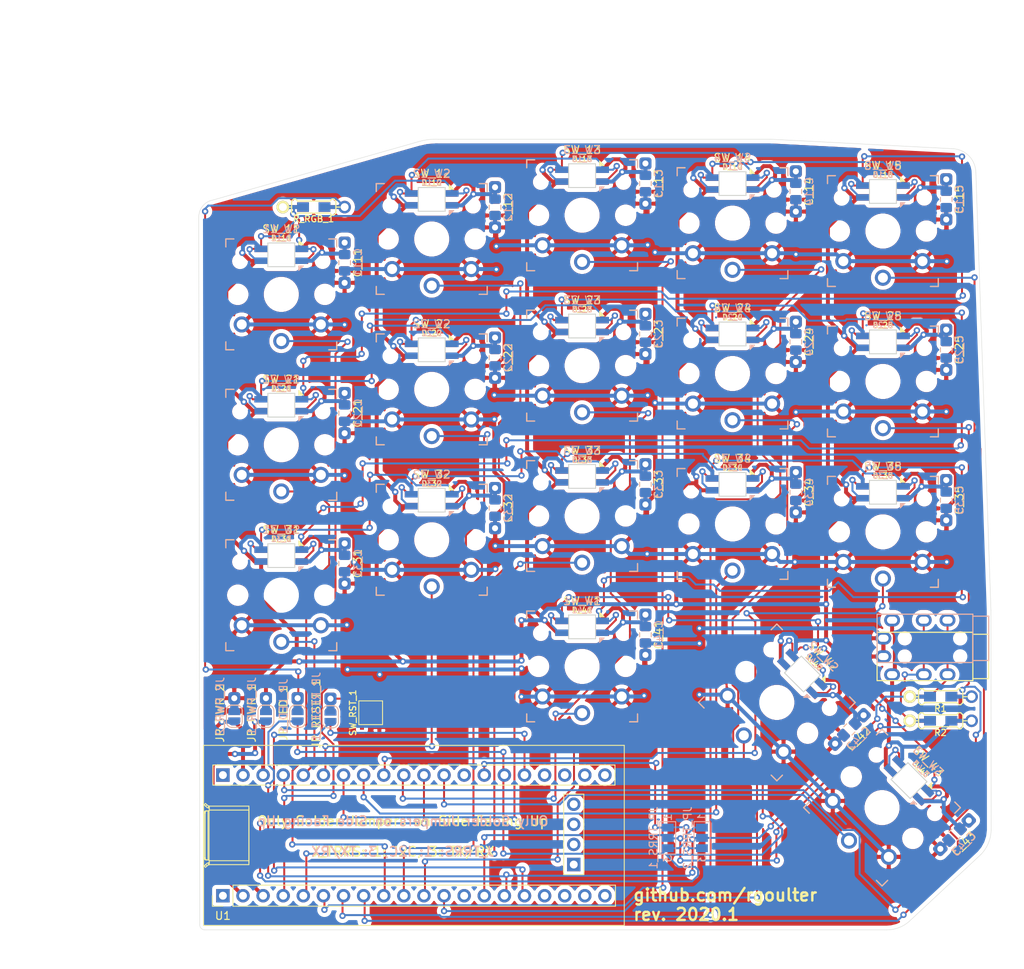
<source format=kicad_pcb>
(kicad_pcb (version 20171130) (host pcbnew "(5.1.8-0-10_14)")
  (title_block (title "Reversible Split Keyboard Half") (date 2020/12/1) (rev 2020.1) (company "Richard Goulter") (comment 3 "Smaller than 100mm x 100mm") (comment 4 "Switch footprints for Kailh PG1350 switches."))
  (layers (0 F.Cu signal) (31 B.Cu signal) (34 B.Paste user) (35 F.Paste user) (36 B.SilkS user) (37 F.SilkS user) (38 B.Mask user) (39 F.Mask user) (44 Edge.Cuts user))
  (net 0 "")
  (net 1 "Net-(C_11-Pad2)")
  (net 2 "Net-(C_12-Pad2)")
  (net 3 "Net-(C_13-Pad2)")
  (net 4 "Net-(C_14-Pad2)")
  (net 5 "Net-(C_15-Pad2)")
  (net 6 "Net-(C_21-Pad2)")
  (net 7 "Net-(C_22-Pad2)")
  (net 8 "Net-(C_23-Pad2)")
  (net 9 "Net-(C_24-Pad2)")
  (net 10 "Net-(C_25-Pad2)")
  (net 11 "Net-(C_31-Pad2)")
  (net 12 "Net-(C_32-Pad2)")
  (net 13 "Net-(C_33-Pad2)")
  (net 14 "Net-(C_34-Pad2)")
  (net 15 "Net-(C_35-Pad2)")
  (net 16 "Net-(C_41-Pad2)")
  (net 17 "Net-(C_42-Pad2)")
  (net 18 "Net-(C_43-Pad2)")
  (net 19 "Net-(D_11-Pad4)")
  (net 20 "Net-(D_11-Pad2)")
  (net 21 /3V3)
  (net 22 "Net-(D_12-Pad2)")
  (net 23 "Net-(D_13-Pad2)")
  (net 24 "Net-(D_14-Pad2)")
  (net 25 /DOUT_1)
  (net 26 "Net-(D_21-Pad2)")
  (net 27 "Net-(D_22-Pad2)")
  (net 28 "Net-(D_23-Pad2)")
  (net 29 "Net-(D_24-Pad2)")
  (net 30 /DOUT_2)
  (net 31 "Net-(D_31-Pad2)")
  (net 32 "Net-(D_32-Pad2)")
  (net 33 "Net-(D_33-Pad2)")
  (net 34 "Net-(D_34-Pad2)")
  (net 35 /DOUT_3)
  (net 36 "Net-(D_41-Pad2)")
  (net 37 "Net-(D_42-Pad2)")
  (net 38 "Net-(D_43-Pad2)")
  (net 39 /RGB_r)
  (net 40 /SCL_TX)
  (net 41 /3V3_r)
  (net 42 /RGB_DIN)
  (net 43 /RGB)
  (net 44 /GND_r)
  (net 45 "Net-(JP_RESET_1-Pad2)")
  (net 46 /RESET_r)
  (net 47 /RESET)
  (net 48 /SCL_TX_r)
  (net 49 /SW11)
  (net 50 /SW12)
  (net 51 /SW13)
  (net 52 /SW14)
  (net 53 /SW15)
  (net 54 /SW21)
  (net 55 /SW22)
  (net 56 /SW23)
  (net 57 /SW24)
  (net 58 /SW25)
  (net 59 /SW31)
  (net 60 /SW32)
  (net 61 /SW33)
  (net 62 /SW34)
  (net 63 /SW35)
  (net 64 /SW41)
  (net 65 /SW42)
  (net 66 /SW43)
  (net 67 "Net-(U1-Pad3V3)")
  (net 68 "Net-(U1-PadGND)")
  (net 69 "Net-(U1-Pad37)")
  (net 70 "Net-(U1-Pad34)")
  (net 71 "Net-(U1-Pad5V)")
  (net 72 "Net-(U1-Pad25)")
  (net 73 "Net-(U1-Pad12)")
  (net 74 "Net-(U1-Pad41)")
  (net 75 "Net-(U1-Pad4)")
  (net 76 "Net-(U1-Pad46)")
  (net 77 "Net-(U1-Pad3)")
  (net 78 "Net-(U1-Pad2)")
  (net 79 "Net-(U1-Pad47)")
  (net 80 "Net-(U1-Pad1)")
  (net 81 "Net-(U1-Pad48)")
  (net 82 /GND)
  (net 83 /3V3_l)
  (net 84 /GND_l)
  (net 85 "Net-(U1-Pad5V_5V)")
  (module ProjectLocal:SolderJumper-3_P1.3mm_Open_RoundedPad1.0x1.5mm_Dual (layer F.Cu) (at 100.754 117.157 90)
    (fp_text reference JP_PWR_2 (at 0.381 -1.8 90) (layer F.SilkS))
    (fp_text value SolderJumper_3_Open hide)
    (fp_text user %R (at 1.27 -1.778 90) (layer B.SilkS) (effects (justify mirror)))
    (pad 2 smd rect (at 1.4 0 90) (size 2.2 1) (layers F.Cu) (net 82 /GND))
    (pad 2 smd rect (at 1.4 0 90) (size 2.2 1) (layers B.Cu) (net 82 /GND))
    (pad 2 thru_hole roundrect (at 2.286 0 90) (size 1.524 1.524) (drill 0.762) (layers *.Cu *.Mask) (net 82 /GND))
    (pad 2 smd custom (at 0.65 0 90) (size 1 0.5) (layers B.Cu B.Mask) (net 82 /GND) (options (clearance outline) (anchor rect)) (primitives (gr_circle (center 0 0.25) (end 0.5 0.25) (width 0)) (gr_circle (center 0 -0.25) (end 0.5 -0.25) (width 0)) (gr_poly (pts (xy 0 -0.75) (xy -0.5 -0.75) (xy -0.5 0.75) (xy 0 0.75)) (width 0))))
    (pad 1 smd custom (at -0.65 0 90) (size 1 0.5) (layers B.Cu B.Mask) (net 44 /GND_r) (options (clearance outline) (anchor rect)) (primitives (gr_circle (center 0 0.25) (end 0.5 0.25) (width 0)) (gr_circle (center 0 -0.25) (end 0.5 -0.25) (width 0)) (gr_poly (pts (xy 0 -0.75) (xy 0.5 -0.75) (xy 0.5 0.75) (xy 0 0.75)) (width 0))))
    (pad 2 smd custom (at 0.65 0 90) (size 1 0.5) (layers F.Cu F.Mask) (net 82 /GND) (options (clearance outline) (anchor rect)) (primitives (gr_circle (center 0 0.25) (end 0.5 0.25) (width 0)) (gr_circle (center 0 -0.25) (end 0.5 -0.25) (width 0)) (gr_poly (pts (xy 0 -0.75) (xy -0.5 -0.75) (xy -0.5 0.75) (xy 0 0.75)) (width 0))))
    (pad 3 smd custom (at -0.65 0 90) (size 1 0.5) (layers F.Cu F.Mask) (net 84 /GND_l) (options (clearance outline) (anchor rect)) (primitives (gr_circle (center 0 0.25) (end 0.5 0.25) (width 0)) (gr_circle (center 0 -0.25) (end 0.5 -0.25) (width 0)) (gr_poly (pts (xy 0 -0.75) (xy 0.5 -0.75) (xy 0.5 0.75) (xy 0 0.75)) (width 0))))
  )
  (module ProjectLocal:SolderJumper-3_P1.3mm_Open_RoundedPad1.0x1.5mm_Dual (layer F.Cu) (at 108.754 117.157 90)
    (fp_text reference JP_LED_1 (at 0.381 -1.8 90) (layer F.SilkS))
    (fp_text value SolderJumper_3_Open hide)
    (fp_text user %R (at 1.27 -1.778 90) (layer B.SilkS) (effects (justify mirror)))
    (pad 2 smd rect (at 1.4 0 90) (size 2.2 1) (layers F.Cu) (net 42 /RGB_DIN))
    (pad 2 smd rect (at 1.4 0 90) (size 2.2 1) (layers B.Cu) (net 42 /RGB_DIN))
    (pad 2 thru_hole roundrect (at 2.286 0 90) (size 1.524 1.524) (drill 0.762) (layers *.Cu *.Mask) (net 42 /RGB_DIN))
    (pad 2 smd custom (at 0.65 0 90) (size 1 0.5) (layers B.Cu B.Mask) (net 42 /RGB_DIN) (options (clearance outline) (anchor rect)) (primitives (gr_circle (center 0 0.25) (end 0.5 0.25) (width 0)) (gr_circle (center 0 -0.25) (end 0.5 -0.25) (width 0)) (gr_poly (pts (xy 0 -0.75) (xy -0.5 -0.75) (xy -0.5 0.75) (xy 0 0.75)) (width 0))))
    (pad 1 smd custom (at -0.65 0 90) (size 1 0.5) (layers B.Cu B.Mask) (net 39 /RGB_r) (options (clearance outline) (anchor rect)) (primitives (gr_circle (center 0 0.25) (end 0.5 0.25) (width 0)) (gr_circle (center 0 -0.25) (end 0.5 -0.25) (width 0)) (gr_poly (pts (xy 0 -0.75) (xy 0.5 -0.75) (xy 0.5 0.75) (xy 0 0.75)) (width 0))))
    (pad 2 smd custom (at 0.65 0 90) (size 1 0.5) (layers F.Cu F.Mask) (net 42 /RGB_DIN) (options (clearance outline) (anchor rect)) (primitives (gr_circle (center 0 0.25) (end 0.5 0.25) (width 0)) (gr_circle (center 0 -0.25) (end 0.5 -0.25) (width 0)) (gr_poly (pts (xy 0 -0.75) (xy -0.5 -0.75) (xy -0.5 0.75) (xy 0 0.75)) (width 0))))
    (pad 3 smd custom (at -0.65 0 90) (size 1 0.5) (layers F.Cu F.Mask) (net 43 /RGB) (options (clearance outline) (anchor rect)) (primitives (gr_circle (center 0 0.25) (end 0.5 0.25) (width 0)) (gr_circle (center 0 -0.25) (end 0.5 -0.25) (width 0)) (gr_poly (pts (xy 0 -0.75) (xy 0.5 -0.75) (xy 0.5 0.75) (xy 0 0.75)) (width 0))))
  )
  (module ProjectLocal:SolderJumper-3_P1.3mm_Open_RoundedPad1.0x1.5mm_Dual (layer F.Cu) (at 104.754 117.157 90)
    (fp_text reference JP_PWR_1 (at 0.381 -1.8 90) (layer F.SilkS))
    (fp_text value SolderJumper_3_Open hide)
    (fp_text user %R (at 1.27 -1.778 90) (layer B.SilkS) (effects (justify mirror)))
    (pad 2 smd rect (at 1.4 0 90) (size 2.2 1) (layers F.Cu) (net 21 /3V3))
    (pad 2 smd rect (at 1.4 0 90) (size 2.2 1) (layers B.Cu) (net 21 /3V3))
    (pad 2 thru_hole roundrect (at 2.286 0 90) (size 1.524 1.524) (drill 0.762) (layers *.Cu *.Mask) (net 21 /3V3))
    (pad 2 smd custom (at 0.65 0 90) (size 1 0.5) (layers B.Cu B.Mask) (net 21 /3V3) (options (clearance outline) (anchor rect)) (primitives (gr_circle (center 0 0.25) (end 0.5 0.25) (width 0)) (gr_circle (center 0 -0.25) (end 0.5 -0.25) (width 0)) (gr_poly (pts (xy 0 -0.75) (xy -0.5 -0.75) (xy -0.5 0.75) (xy 0 0.75)) (width 0))))
    (pad 1 smd custom (at -0.65 0 90) (size 1 0.5) (layers B.Cu B.Mask) (net 41 /3V3_r) (options (clearance outline) (anchor rect)) (primitives (gr_circle (center 0 0.25) (end 0.5 0.25) (width 0)) (gr_circle (center 0 -0.25) (end 0.5 -0.25) (width 0)) (gr_poly (pts (xy 0 -0.75) (xy 0.5 -0.75) (xy 0.5 0.75) (xy 0 0.75)) (width 0))))
    (pad 2 smd custom (at 0.65 0 90) (size 1 0.5) (layers F.Cu F.Mask) (net 21 /3V3) (options (clearance outline) (anchor rect)) (primitives (gr_circle (center 0 0.25) (end 0.5 0.25) (width 0)) (gr_circle (center 0 -0.25) (end 0.5 -0.25) (width 0)) (gr_poly (pts (xy 0 -0.75) (xy -0.5 -0.75) (xy -0.5 0.75) (xy 0 0.75)) (width 0))))
    (pad 3 smd custom (at -0.65 0 90) (size 1 0.5) (layers F.Cu F.Mask) (net 83 /3V3_l) (options (clearance outline) (anchor rect)) (primitives (gr_circle (center 0 0.25) (end 0.5 0.25) (width 0)) (gr_circle (center 0 -0.25) (end 0.5 -0.25) (width 0)) (gr_poly (pts (xy 0 -0.75) (xy 0.5 -0.75) (xy 0.5 0.75) (xy 0 0.75)) (width 0))))
  )
  (module ProjectLocal:SolderJumper-3_P1.3mm_Open_RoundedPad1.0x1.5mm_Dual (layer F.Cu) (at 112.903 117.221 90)
    (fp_text reference JP_RESET_1 (at 0.381 -1.8 90) (layer F.SilkS))
    (fp_text value SolderJumper_3_Open hide)
    (fp_text user %R (at 1.27 -1.778 90) (layer B.SilkS) (effects (justify mirror)))
    (pad 2 smd rect (at 1.4 0 90) (size 2.2 1) (layers F.Cu) (net 45 "Net-(JP_RESET_1-Pad2)"))
    (pad 2 smd rect (at 1.4 0 90) (size 2.2 1) (layers B.Cu) (net 45 "Net-(JP_RESET_1-Pad2)"))
    (pad 2 thru_hole roundrect (at 2.286 0 90) (size 1.524 1.524) (drill 0.762) (layers *.Cu *.Mask) (net 45 "Net-(JP_RESET_1-Pad2)"))
    (pad 2 smd custom (at 0.65 0 90) (size 1 0.5) (layers B.Cu B.Mask) (net 45 "Net-(JP_RESET_1-Pad2)") (options (clearance outline) (anchor rect)) (primitives (gr_circle (center 0 0.25) (end 0.5 0.25) (width 0)) (gr_circle (center 0 -0.25) (end 0.5 -0.25) (width 0)) (gr_poly (pts (xy 0 -0.75) (xy -0.5 -0.75) (xy -0.5 0.75) (xy 0 0.75)) (width 0))))
    (pad 1 smd custom (at -0.65 0 90) (size 1 0.5) (layers B.Cu B.Mask) (net 46 /RESET_r) (options (clearance outline) (anchor rect)) (primitives (gr_circle (center 0 0.25) (end 0.5 0.25) (width 0)) (gr_circle (center 0 -0.25) (end 0.5 -0.25) (width 0)) (gr_poly (pts (xy 0 -0.75) (xy 0.5 -0.75) (xy 0.5 0.75) (xy 0 0.75)) (width 0))))
    (pad 2 smd custom (at 0.65 0 90) (size 1 0.5) (layers F.Cu F.Mask) (net 45 "Net-(JP_RESET_1-Pad2)") (options (clearance outline) (anchor rect)) (primitives (gr_circle (center 0 0.25) (end 0.5 0.25) (width 0)) (gr_circle (center 0 -0.25) (end 0.5 -0.25) (width 0)) (gr_poly (pts (xy 0 -0.75) (xy -0.5 -0.75) (xy -0.5 0.75) (xy 0 0.75)) (width 0))))
    (pad 3 smd custom (at -0.65 0 90) (size 1 0.5) (layers F.Cu F.Mask) (net 47 /RESET) (options (clearance outline) (anchor rect)) (primitives (gr_circle (center 0 0.25) (end 0.5 0.25) (width 0)) (gr_circle (center 0 -0.25) (end 0.5 -0.25) (width 0)) (gr_poly (pts (xy 0 -0.75) (xy 0.5 -0.75) (xy 0.5 0.75) (xy 0 0.75)) (width 0))))
  )
  (module ProjectLocal:SK6812-MINI-E_Reversible (layer B.Cu) (at 185.996118 125.286997 315)
    (fp_text reference D_43 (at 0 -2.1 315 unlocked) (layer B.SilkS) (effects (font (size 0.7 0.7)) (justify mirror)))
    (fp_text value WS2812B hide)
    (fp_line (start 1.7 1.5) (end 1.7 -1.5) (layer Edge.Cuts) (width 0.12))
    (fp_line (start 1.7 -1.5) (end -1.7 -1.5) (layer Edge.Cuts) (width 0.12))
    (fp_line (start -1.7 -1.5) (end -1.7 1.5) (layer Edge.Cuts) (width 0.12))
    (fp_line (start -1.7 1.5) (end 1.7 1.5) (layer Edge.Cuts) (width 0.12))
    (fp_text user %R (at 0 -2.1 135) (layer F.SilkS) (effects (font (size 0.7 0.7))))
    (pad 4 smd rect (at 2.55 0.75 315) (size 1.7 0.82) (layers F.Cu F.Paste F.Mask) (net 37 "Net-(D_42-Pad2)"))
    (pad 2 smd rect (at -2.55 -0.75 315) (size 1.7 0.82) (layers F.Cu F.Paste F.Mask) (net 38 "Net-(D_43-Pad2)"))
    (pad 3 smd roundrect (at 2.55 -0.75 315) (size 1.7 0.82) (layers F.Cu F.Paste F.Mask) (net 18 "Net-(C_43-Pad2)"))
    (pad 1 smd rect (at -2.55 0.75 315) (size 1.7 0.82) (layers F.Cu F.Paste F.Mask) (net 21 /3V3))
    (pad 3 smd roundrect (at 2.55 0.75 315) (size 1.7 0.82) (layers B.Cu B.Paste B.Mask) (net 18 "Net-(C_43-Pad2)"))
    (pad 4 smd rect (at 2.55 -0.75 315) (size 1.7 0.82) (layers B.Cu B.Paste B.Mask) (net 37 "Net-(D_42-Pad2)"))
    (pad 2 smd rect (at -2.55 0.75 315) (size 1.7 0.82) (layers B.Cu B.Paste B.Mask) (net 38 "Net-(D_43-Pad2)"))
    (pad 1 smd rect (at -2.55 -0.75 315) (size 1.7 0.82) (layers B.Cu B.Paste B.Mask) (net 21 /3V3))
  )
  (module ProjectLocal:SK6812-MINI-E_Reversible (layer B.Cu) (at 172.525734 111.816613 315)
    (fp_text reference D_42 (at 0 -2.1 315 unlocked) (layer B.SilkS) (effects (font (size 0.7 0.7)) (justify mirror)))
    (fp_text value WS2812B hide)
    (fp_line (start 1.7 1.5) (end 1.7 -1.5) (layer Edge.Cuts) (width 0.12))
    (fp_line (start 1.7 -1.5) (end -1.7 -1.5) (layer Edge.Cuts) (width 0.12))
    (fp_line (start -1.7 -1.5) (end -1.7 1.5) (layer Edge.Cuts) (width 0.12))
    (fp_line (start -1.7 1.5) (end 1.7 1.5) (layer Edge.Cuts) (width 0.12))
    (fp_text user %R (at 0 -2.1 135) (layer F.SilkS) (effects (font (size 0.7 0.7))))
    (pad 4 smd rect (at 2.55 0.75 315) (size 1.7 0.82) (layers F.Cu F.Paste F.Mask) (net 36 "Net-(D_41-Pad2)"))
    (pad 2 smd rect (at -2.55 -0.75 315) (size 1.7 0.82) (layers F.Cu F.Paste F.Mask) (net 37 "Net-(D_42-Pad2)"))
    (pad 3 smd roundrect (at 2.55 -0.75 315) (size 1.7 0.82) (layers F.Cu F.Paste F.Mask) (net 17 "Net-(C_42-Pad2)"))
    (pad 1 smd rect (at -2.55 0.75 315) (size 1.7 0.82) (layers F.Cu F.Paste F.Mask) (net 21 /3V3))
    (pad 3 smd roundrect (at 2.55 0.75 315) (size 1.7 0.82) (layers B.Cu B.Paste B.Mask) (net 17 "Net-(C_42-Pad2)"))
    (pad 4 smd rect (at 2.55 -0.75 315) (size 1.7 0.82) (layers B.Cu B.Paste B.Mask) (net 36 "Net-(D_41-Pad2)"))
    (pad 2 smd rect (at -2.55 0.75 315) (size 1.7 0.82) (layers B.Cu B.Paste B.Mask) (net 37 "Net-(D_42-Pad2)"))
    (pad 1 smd rect (at -2.55 -0.75 315) (size 1.7 0.82) (layers B.Cu B.Paste B.Mask) (net 21 /3V3))
  )
  (module ProjectLocal:SK6812-MINI-E_Reversible (layer B.Cu) (at 144.6935 105.8615)
    (fp_text reference D_41 (at 0 -2.1 unlocked) (layer B.SilkS) (effects (font (size 0.7 0.7)) (justify mirror)))
    (fp_text value WS2812B hide)
    (fp_line (start 1.7 1.5) (end 1.7 -1.5) (layer Edge.Cuts) (width 0.12))
    (fp_line (start 1.7 -1.5) (end -1.7 -1.5) (layer Edge.Cuts) (width 0.12))
    (fp_line (start -1.7 -1.5) (end -1.7 1.5) (layer Edge.Cuts) (width 0.12))
    (fp_line (start -1.7 1.5) (end 1.7 1.5) (layer Edge.Cuts) (width 0.12))
    (fp_text user %R (at 0 -2.1) (layer F.SilkS) (effects (font (size 0.7 0.7))))
    (pad 4 smd rect (at 2.55 0.75) (size 1.7 0.82) (layers F.Cu F.Paste F.Mask) (net 35 /DOUT_3))
    (pad 2 smd rect (at -2.55 -0.75) (size 1.7 0.82) (layers F.Cu F.Paste F.Mask) (net 36 "Net-(D_41-Pad2)"))
    (pad 3 smd roundrect (at 2.55 -0.75) (size 1.7 0.82) (layers F.Cu F.Paste F.Mask) (net 16 "Net-(C_41-Pad2)"))
    (pad 1 smd rect (at -2.55 0.75) (size 1.7 0.82) (layers F.Cu F.Paste F.Mask) (net 21 /3V3))
    (pad 3 smd roundrect (at 2.55 0.75) (size 1.7 0.82) (layers B.Cu B.Paste B.Mask) (net 16 "Net-(C_41-Pad2)"))
    (pad 4 smd rect (at 2.55 -0.75) (size 1.7 0.82) (layers B.Cu B.Paste B.Mask) (net 35 /DOUT_3))
    (pad 2 smd rect (at -2.55 0.75) (size 1.7 0.82) (layers B.Cu B.Paste B.Mask) (net 36 "Net-(D_41-Pad2)"))
    (pad 1 smd rect (at -2.55 -0.75) (size 1.7 0.82) (layers B.Cu B.Paste B.Mask) (net 21 /3V3))
  )
  (module ProjectLocal:SK6812-MINI-E_Reversible (layer B.Cu) (at 182.6935 88.8615)
    (fp_text reference D_35 (at 0 -2.1 unlocked) (layer B.SilkS) (effects (font (size 0.7 0.7)) (justify mirror)))
    (fp_text value WS2812B hide)
    (fp_line (start 1.7 1.5) (end 1.7 -1.5) (layer Edge.Cuts) (width 0.12))
    (fp_line (start 1.7 -1.5) (end -1.7 -1.5) (layer Edge.Cuts) (width 0.12))
    (fp_line (start -1.7 -1.5) (end -1.7 1.5) (layer Edge.Cuts) (width 0.12))
    (fp_line (start -1.7 1.5) (end 1.7 1.5) (layer Edge.Cuts) (width 0.12))
    (fp_text user %R (at 0 -2.1) (layer F.SilkS) (effects (font (size 0.7 0.7))))
    (pad 4 smd rect (at 2.55 0.75) (size 1.7 0.82) (layers F.Cu F.Paste F.Mask) (net 34 "Net-(D_34-Pad2)"))
    (pad 2 smd rect (at -2.55 -0.75) (size 1.7 0.82) (layers F.Cu F.Paste F.Mask) (net 35 /DOUT_3))
    (pad 3 smd roundrect (at 2.55 -0.75) (size 1.7 0.82) (layers F.Cu F.Paste F.Mask) (net 15 "Net-(C_35-Pad2)"))
    (pad 1 smd rect (at -2.55 0.75) (size 1.7 0.82) (layers F.Cu F.Paste F.Mask) (net 21 /3V3))
    (pad 3 smd roundrect (at 2.55 0.75) (size 1.7 0.82) (layers B.Cu B.Paste B.Mask) (net 15 "Net-(C_35-Pad2)"))
    (pad 4 smd rect (at 2.55 -0.75) (size 1.7 0.82) (layers B.Cu B.Paste B.Mask) (net 34 "Net-(D_34-Pad2)"))
    (pad 2 smd rect (at -2.55 0.75) (size 1.7 0.82) (layers B.Cu B.Paste B.Mask) (net 35 /DOUT_3))
    (pad 1 smd rect (at -2.55 -0.75) (size 1.7 0.82) (layers B.Cu B.Paste B.Mask) (net 21 /3V3))
  )
  (module ProjectLocal:SK6812-MINI-E_Reversible (layer B.Cu) (at 163.6935 87.8615)
    (fp_text reference D_34 (at 0 -2.1 unlocked) (layer B.SilkS) (effects (font (size 0.7 0.7)) (justify mirror)))
    (fp_text value WS2812B hide)
    (fp_line (start 1.7 1.5) (end 1.7 -1.5) (layer Edge.Cuts) (width 0.12))
    (fp_line (start 1.7 -1.5) (end -1.7 -1.5) (layer Edge.Cuts) (width 0.12))
    (fp_line (start -1.7 -1.5) (end -1.7 1.5) (layer Edge.Cuts) (width 0.12))
    (fp_line (start -1.7 1.5) (end 1.7 1.5) (layer Edge.Cuts) (width 0.12))
    (fp_text user %R (at 0 -2.1) (layer F.SilkS) (effects (font (size 0.7 0.7))))
    (pad 4 smd rect (at 2.55 0.75) (size 1.7 0.82) (layers F.Cu F.Paste F.Mask) (net 33 "Net-(D_33-Pad2)"))
    (pad 2 smd rect (at -2.55 -0.75) (size 1.7 0.82) (layers F.Cu F.Paste F.Mask) (net 34 "Net-(D_34-Pad2)"))
    (pad 3 smd roundrect (at 2.55 -0.75) (size 1.7 0.82) (layers F.Cu F.Paste F.Mask) (net 14 "Net-(C_34-Pad2)"))
    (pad 1 smd rect (at -2.55 0.75) (size 1.7 0.82) (layers F.Cu F.Paste F.Mask) (net 21 /3V3))
    (pad 3 smd roundrect (at 2.55 0.75) (size 1.7 0.82) (layers B.Cu B.Paste B.Mask) (net 14 "Net-(C_34-Pad2)"))
    (pad 4 smd rect (at 2.55 -0.75) (size 1.7 0.82) (layers B.Cu B.Paste B.Mask) (net 33 "Net-(D_33-Pad2)"))
    (pad 2 smd rect (at -2.55 0.75) (size 1.7 0.82) (layers B.Cu B.Paste B.Mask) (net 34 "Net-(D_34-Pad2)"))
    (pad 1 smd rect (at -2.55 -0.75) (size 1.7 0.82) (layers B.Cu B.Paste B.Mask) (net 21 /3V3))
  )
  (module ProjectLocal:SK6812-MINI-E_Reversible (layer B.Cu) (at 144.6935 86.8615)
    (fp_text reference D_33 (at 0 -2.1 unlocked) (layer B.SilkS) (effects (font (size 0.7 0.7)) (justify mirror)))
    (fp_text value WS2812B hide)
    (fp_line (start 1.7 1.5) (end 1.7 -1.5) (layer Edge.Cuts) (width 0.12))
    (fp_line (start 1.7 -1.5) (end -1.7 -1.5) (layer Edge.Cuts) (width 0.12))
    (fp_line (start -1.7 -1.5) (end -1.7 1.5) (layer Edge.Cuts) (width 0.12))
    (fp_line (start -1.7 1.5) (end 1.7 1.5) (layer Edge.Cuts) (width 0.12))
    (fp_text user %R (at 0 -2.1) (layer F.SilkS) (effects (font (size 0.7 0.7))))
    (pad 4 smd rect (at 2.55 0.75) (size 1.7 0.82) (layers F.Cu F.Paste F.Mask) (net 32 "Net-(D_32-Pad2)"))
    (pad 2 smd rect (at -2.55 -0.75) (size 1.7 0.82) (layers F.Cu F.Paste F.Mask) (net 33 "Net-(D_33-Pad2)"))
    (pad 3 smd roundrect (at 2.55 -0.75) (size 1.7 0.82) (layers F.Cu F.Paste F.Mask) (net 13 "Net-(C_33-Pad2)"))
    (pad 1 smd rect (at -2.55 0.75) (size 1.7 0.82) (layers F.Cu F.Paste F.Mask) (net 21 /3V3))
    (pad 3 smd roundrect (at 2.55 0.75) (size 1.7 0.82) (layers B.Cu B.Paste B.Mask) (net 13 "Net-(C_33-Pad2)"))
    (pad 4 smd rect (at 2.55 -0.75) (size 1.7 0.82) (layers B.Cu B.Paste B.Mask) (net 32 "Net-(D_32-Pad2)"))
    (pad 2 smd rect (at -2.55 0.75) (size 1.7 0.82) (layers B.Cu B.Paste B.Mask) (net 33 "Net-(D_33-Pad2)"))
    (pad 1 smd rect (at -2.55 -0.75) (size 1.7 0.82) (layers B.Cu B.Paste B.Mask) (net 21 /3V3))
  )
  (module ProjectLocal:SK6812-MINI-E_Reversible (layer B.Cu) (at 125.6935 89.8615)
    (fp_text reference D_32 (at 0 -2.1 unlocked) (layer B.SilkS) (effects (font (size 0.7 0.7)) (justify mirror)))
    (fp_text value WS2812B hide)
    (fp_line (start 1.7 1.5) (end 1.7 -1.5) (layer Edge.Cuts) (width 0.12))
    (fp_line (start 1.7 -1.5) (end -1.7 -1.5) (layer Edge.Cuts) (width 0.12))
    (fp_line (start -1.7 -1.5) (end -1.7 1.5) (layer Edge.Cuts) (width 0.12))
    (fp_line (start -1.7 1.5) (end 1.7 1.5) (layer Edge.Cuts) (width 0.12))
    (fp_text user %R (at 0 -2.1) (layer F.SilkS) (effects (font (size 0.7 0.7))))
    (pad 4 smd rect (at 2.55 0.75) (size 1.7 0.82) (layers F.Cu F.Paste F.Mask) (net 31 "Net-(D_31-Pad2)"))
    (pad 2 smd rect (at -2.55 -0.75) (size 1.7 0.82) (layers F.Cu F.Paste F.Mask) (net 32 "Net-(D_32-Pad2)"))
    (pad 3 smd roundrect (at 2.55 -0.75) (size 1.7 0.82) (layers F.Cu F.Paste F.Mask) (net 12 "Net-(C_32-Pad2)"))
    (pad 1 smd rect (at -2.55 0.75) (size 1.7 0.82) (layers F.Cu F.Paste F.Mask) (net 21 /3V3))
    (pad 3 smd roundrect (at 2.55 0.75) (size 1.7 0.82) (layers B.Cu B.Paste B.Mask) (net 12 "Net-(C_32-Pad2)"))
    (pad 4 smd rect (at 2.55 -0.75) (size 1.7 0.82) (layers B.Cu B.Paste B.Mask) (net 31 "Net-(D_31-Pad2)"))
    (pad 2 smd rect (at -2.55 0.75) (size 1.7 0.82) (layers B.Cu B.Paste B.Mask) (net 32 "Net-(D_32-Pad2)"))
    (pad 1 smd rect (at -2.55 -0.75) (size 1.7 0.82) (layers B.Cu B.Paste B.Mask) (net 21 /3V3))
  )
  (module ProjectLocal:SK6812-MINI-E_Reversible (layer B.Cu) (at 106.6935 96.8615)
    (fp_text reference D_31 (at 0 -2.1 unlocked) (layer B.SilkS) (effects (font (size 0.7 0.7)) (justify mirror)))
    (fp_text value WS2812B hide)
    (fp_line (start 1.7 1.5) (end 1.7 -1.5) (layer Edge.Cuts) (width 0.12))
    (fp_line (start 1.7 -1.5) (end -1.7 -1.5) (layer Edge.Cuts) (width 0.12))
    (fp_line (start -1.7 -1.5) (end -1.7 1.5) (layer Edge.Cuts) (width 0.12))
    (fp_line (start -1.7 1.5) (end 1.7 1.5) (layer Edge.Cuts) (width 0.12))
    (fp_text user %R (at 0 -2.1) (layer F.SilkS) (effects (font (size 0.7 0.7))))
    (pad 4 smd rect (at 2.55 0.75) (size 1.7 0.82) (layers F.Cu F.Paste F.Mask) (net 30 /DOUT_2))
    (pad 2 smd rect (at -2.55 -0.75) (size 1.7 0.82) (layers F.Cu F.Paste F.Mask) (net 31 "Net-(D_31-Pad2)"))
    (pad 3 smd roundrect (at 2.55 -0.75) (size 1.7 0.82) (layers F.Cu F.Paste F.Mask) (net 11 "Net-(C_31-Pad2)"))
    (pad 1 smd rect (at -2.55 0.75) (size 1.7 0.82) (layers F.Cu F.Paste F.Mask) (net 21 /3V3))
    (pad 3 smd roundrect (at 2.55 0.75) (size 1.7 0.82) (layers B.Cu B.Paste B.Mask) (net 11 "Net-(C_31-Pad2)"))
    (pad 4 smd rect (at 2.55 -0.75) (size 1.7 0.82) (layers B.Cu B.Paste B.Mask) (net 30 /DOUT_2))
    (pad 2 smd rect (at -2.55 0.75) (size 1.7 0.82) (layers B.Cu B.Paste B.Mask) (net 31 "Net-(D_31-Pad2)"))
    (pad 1 smd rect (at -2.55 -0.75) (size 1.7 0.82) (layers B.Cu B.Paste B.Mask) (net 21 /3V3))
  )
  (module ProjectLocal:SK6812-MINI-E_Reversible (layer B.Cu) (at 182.6935 69.8615)
    (fp_text reference D_25 (at 0 -2.1 unlocked) (layer B.SilkS) (effects (font (size 0.7 0.7)) (justify mirror)))
    (fp_text value WS2812B hide)
    (fp_line (start 1.7 1.5) (end 1.7 -1.5) (layer Edge.Cuts) (width 0.12))
    (fp_line (start 1.7 -1.5) (end -1.7 -1.5) (layer Edge.Cuts) (width 0.12))
    (fp_line (start -1.7 -1.5) (end -1.7 1.5) (layer Edge.Cuts) (width 0.12))
    (fp_line (start -1.7 1.5) (end 1.7 1.5) (layer Edge.Cuts) (width 0.12))
    (fp_text user %R (at 0 -2.1) (layer F.SilkS) (effects (font (size 0.7 0.7))))
    (pad 4 smd rect (at 2.55 0.75) (size 1.7 0.82) (layers F.Cu F.Paste F.Mask) (net 29 "Net-(D_24-Pad2)"))
    (pad 2 smd rect (at -2.55 -0.75) (size 1.7 0.82) (layers F.Cu F.Paste F.Mask) (net 30 /DOUT_2))
    (pad 3 smd roundrect (at 2.55 -0.75) (size 1.7 0.82) (layers F.Cu F.Paste F.Mask) (net 10 "Net-(C_25-Pad2)"))
    (pad 1 smd rect (at -2.55 0.75) (size 1.7 0.82) (layers F.Cu F.Paste F.Mask) (net 21 /3V3))
    (pad 3 smd roundrect (at 2.55 0.75) (size 1.7 0.82) (layers B.Cu B.Paste B.Mask) (net 10 "Net-(C_25-Pad2)"))
    (pad 4 smd rect (at 2.55 -0.75) (size 1.7 0.82) (layers B.Cu B.Paste B.Mask) (net 29 "Net-(D_24-Pad2)"))
    (pad 2 smd rect (at -2.55 0.75) (size 1.7 0.82) (layers B.Cu B.Paste B.Mask) (net 30 /DOUT_2))
    (pad 1 smd rect (at -2.55 -0.75) (size 1.7 0.82) (layers B.Cu B.Paste B.Mask) (net 21 /3V3))
  )
  (module ProjectLocal:SK6812-MINI-E_Reversible (layer B.Cu) (at 163.6935 68.8615)
    (fp_text reference D_24 (at 0 -2.1 unlocked) (layer B.SilkS) (effects (font (size 0.7 0.7)) (justify mirror)))
    (fp_text value WS2812B hide)
    (fp_line (start 1.7 1.5) (end 1.7 -1.5) (layer Edge.Cuts) (width 0.12))
    (fp_line (start 1.7 -1.5) (end -1.7 -1.5) (layer Edge.Cuts) (width 0.12))
    (fp_line (start -1.7 -1.5) (end -1.7 1.5) (layer Edge.Cuts) (width 0.12))
    (fp_line (start -1.7 1.5) (end 1.7 1.5) (layer Edge.Cuts) (width 0.12))
    (fp_text user %R (at 0 -2.1) (layer F.SilkS) (effects (font (size 0.7 0.7))))
    (pad 4 smd rect (at 2.55 0.75) (size 1.7 0.82) (layers F.Cu F.Paste F.Mask) (net 28 "Net-(D_23-Pad2)"))
    (pad 2 smd rect (at -2.55 -0.75) (size 1.7 0.82) (layers F.Cu F.Paste F.Mask) (net 29 "Net-(D_24-Pad2)"))
    (pad 3 smd roundrect (at 2.55 -0.75) (size 1.7 0.82) (layers F.Cu F.Paste F.Mask) (net 9 "Net-(C_24-Pad2)"))
    (pad 1 smd rect (at -2.55 0.75) (size 1.7 0.82) (layers F.Cu F.Paste F.Mask) (net 21 /3V3))
    (pad 3 smd roundrect (at 2.55 0.75) (size 1.7 0.82) (layers B.Cu B.Paste B.Mask) (net 9 "Net-(C_24-Pad2)"))
    (pad 4 smd rect (at 2.55 -0.75) (size 1.7 0.82) (layers B.Cu B.Paste B.Mask) (net 28 "Net-(D_23-Pad2)"))
    (pad 2 smd rect (at -2.55 0.75) (size 1.7 0.82) (layers B.Cu B.Paste B.Mask) (net 29 "Net-(D_24-Pad2)"))
    (pad 1 smd rect (at -2.55 -0.75) (size 1.7 0.82) (layers B.Cu B.Paste B.Mask) (net 21 /3V3))
  )
  (module ProjectLocal:SK6812-MINI-E_Reversible (layer B.Cu) (at 144.6935 67.8615)
    (fp_text reference D_23 (at 0 -2.1 unlocked) (layer B.SilkS) (effects (font (size 0.7 0.7)) (justify mirror)))
    (fp_text value WS2812B hide)
    (fp_line (start 1.7 1.5) (end 1.7 -1.5) (layer Edge.Cuts) (width 0.12))
    (fp_line (start 1.7 -1.5) (end -1.7 -1.5) (layer Edge.Cuts) (width 0.12))
    (fp_line (start -1.7 -1.5) (end -1.7 1.5) (layer Edge.Cuts) (width 0.12))
    (fp_line (start -1.7 1.5) (end 1.7 1.5) (layer Edge.Cuts) (width 0.12))
    (fp_text user %R (at 0 -2.1) (layer F.SilkS) (effects (font (size 0.7 0.7))))
    (pad 4 smd rect (at 2.55 0.75) (size 1.7 0.82) (layers F.Cu F.Paste F.Mask) (net 27 "Net-(D_22-Pad2)"))
    (pad 2 smd rect (at -2.55 -0.75) (size 1.7 0.82) (layers F.Cu F.Paste F.Mask) (net 28 "Net-(D_23-Pad2)"))
    (pad 3 smd roundrect (at 2.55 -0.75) (size 1.7 0.82) (layers F.Cu F.Paste F.Mask) (net 8 "Net-(C_23-Pad2)"))
    (pad 1 smd rect (at -2.55 0.75) (size 1.7 0.82) (layers F.Cu F.Paste F.Mask) (net 21 /3V3))
    (pad 3 smd roundrect (at 2.55 0.75) (size 1.7 0.82) (layers B.Cu B.Paste B.Mask) (net 8 "Net-(C_23-Pad2)"))
    (pad 4 smd rect (at 2.55 -0.75) (size 1.7 0.82) (layers B.Cu B.Paste B.Mask) (net 27 "Net-(D_22-Pad2)"))
    (pad 2 smd rect (at -2.55 0.75) (size 1.7 0.82) (layers B.Cu B.Paste B.Mask) (net 28 "Net-(D_23-Pad2)"))
    (pad 1 smd rect (at -2.55 -0.75) (size 1.7 0.82) (layers B.Cu B.Paste B.Mask) (net 21 /3V3))
  )
  (module ProjectLocal:SK6812-MINI-E_Reversible (layer B.Cu) (at 125.6935 70.8615)
    (fp_text reference D_22 (at 0 -2.1 unlocked) (layer B.SilkS) (effects (font (size 0.7 0.7)) (justify mirror)))
    (fp_text value WS2812B hide)
    (fp_line (start 1.7 1.5) (end 1.7 -1.5) (layer Edge.Cuts) (width 0.12))
    (fp_line (start 1.7 -1.5) (end -1.7 -1.5) (layer Edge.Cuts) (width 0.12))
    (fp_line (start -1.7 -1.5) (end -1.7 1.5) (layer Edge.Cuts) (width 0.12))
    (fp_line (start -1.7 1.5) (end 1.7 1.5) (layer Edge.Cuts) (width 0.12))
    (fp_text user %R (at 0 -2.1) (layer F.SilkS) (effects (font (size 0.7 0.7))))
    (pad 4 smd rect (at 2.55 0.75) (size 1.7 0.82) (layers F.Cu F.Paste F.Mask) (net 26 "Net-(D_21-Pad2)"))
    (pad 2 smd rect (at -2.55 -0.75) (size 1.7 0.82) (layers F.Cu F.Paste F.Mask) (net 27 "Net-(D_22-Pad2)"))
    (pad 3 smd roundrect (at 2.55 -0.75) (size 1.7 0.82) (layers F.Cu F.Paste F.Mask) (net 7 "Net-(C_22-Pad2)"))
    (pad 1 smd rect (at -2.55 0.75) (size 1.7 0.82) (layers F.Cu F.Paste F.Mask) (net 21 /3V3))
    (pad 3 smd roundrect (at 2.55 0.75) (size 1.7 0.82) (layers B.Cu B.Paste B.Mask) (net 7 "Net-(C_22-Pad2)"))
    (pad 4 smd rect (at 2.55 -0.75) (size 1.7 0.82) (layers B.Cu B.Paste B.Mask) (net 26 "Net-(D_21-Pad2)"))
    (pad 2 smd rect (at -2.55 0.75) (size 1.7 0.82) (layers B.Cu B.Paste B.Mask) (net 27 "Net-(D_22-Pad2)"))
    (pad 1 smd rect (at -2.55 -0.75) (size 1.7 0.82) (layers B.Cu B.Paste B.Mask) (net 21 /3V3))
  )
  (module ProjectLocal:SK6812-MINI-E_Reversible (layer B.Cu) (at 106.6935 77.8615)
    (fp_text reference D_21 (at 0 -2.1 unlocked) (layer B.SilkS) (effects (font (size 0.7 0.7)) (justify mirror)))
    (fp_text value WS2812B hide)
    (fp_line (start 1.7 1.5) (end 1.7 -1.5) (layer Edge.Cuts) (width 0.12))
    (fp_line (start 1.7 -1.5) (end -1.7 -1.5) (layer Edge.Cuts) (width 0.12))
    (fp_line (start -1.7 -1.5) (end -1.7 1.5) (layer Edge.Cuts) (width 0.12))
    (fp_line (start -1.7 1.5) (end 1.7 1.5) (layer Edge.Cuts) (width 0.12))
    (fp_text user %R (at 0 -2.1) (layer F.SilkS) (effects (font (size 0.7 0.7))))
    (pad 4 smd rect (at 2.55 0.75) (size 1.7 0.82) (layers F.Cu F.Paste F.Mask) (net 25 /DOUT_1))
    (pad 2 smd rect (at -2.55 -0.75) (size 1.7 0.82) (layers F.Cu F.Paste F.Mask) (net 26 "Net-(D_21-Pad2)"))
    (pad 3 smd roundrect (at 2.55 -0.75) (size 1.7 0.82) (layers F.Cu F.Paste F.Mask) (net 6 "Net-(C_21-Pad2)"))
    (pad 1 smd rect (at -2.55 0.75) (size 1.7 0.82) (layers F.Cu F.Paste F.Mask) (net 21 /3V3))
    (pad 3 smd roundrect (at 2.55 0.75) (size 1.7 0.82) (layers B.Cu B.Paste B.Mask) (net 6 "Net-(C_21-Pad2)"))
    (pad 4 smd rect (at 2.55 -0.75) (size 1.7 0.82) (layers B.Cu B.Paste B.Mask) (net 25 /DOUT_1))
    (pad 2 smd rect (at -2.55 0.75) (size 1.7 0.82) (layers B.Cu B.Paste B.Mask) (net 26 "Net-(D_21-Pad2)"))
    (pad 1 smd rect (at -2.55 -0.75) (size 1.7 0.82) (layers B.Cu B.Paste B.Mask) (net 21 /3V3))
  )
  (module ProjectLocal:SK6812-MINI-E_Reversible (layer B.Cu) (at 182.6935 50.8615)
    (fp_text reference D_15 (at 0 -2.1 unlocked) (layer B.SilkS) (effects (font (size 0.7 0.7)) (justify mirror)))
    (fp_text value WS2812B hide)
    (fp_line (start 1.7 1.5) (end 1.7 -1.5) (layer Edge.Cuts) (width 0.12))
    (fp_line (start 1.7 -1.5) (end -1.7 -1.5) (layer Edge.Cuts) (width 0.12))
    (fp_line (start -1.7 -1.5) (end -1.7 1.5) (layer Edge.Cuts) (width 0.12))
    (fp_line (start -1.7 1.5) (end 1.7 1.5) (layer Edge.Cuts) (width 0.12))
    (fp_text user %R (at 0 -2.1) (layer F.SilkS) (effects (font (size 0.7 0.7))))
    (pad 4 smd rect (at 2.55 0.75) (size 1.7 0.82) (layers F.Cu F.Paste F.Mask) (net 24 "Net-(D_14-Pad2)"))
    (pad 2 smd rect (at -2.55 -0.75) (size 1.7 0.82) (layers F.Cu F.Paste F.Mask) (net 25 /DOUT_1))
    (pad 3 smd roundrect (at 2.55 -0.75) (size 1.7 0.82) (layers F.Cu F.Paste F.Mask) (net 5 "Net-(C_15-Pad2)"))
    (pad 1 smd rect (at -2.55 0.75) (size 1.7 0.82) (layers F.Cu F.Paste F.Mask) (net 21 /3V3))
    (pad 3 smd roundrect (at 2.55 0.75) (size 1.7 0.82) (layers B.Cu B.Paste B.Mask) (net 5 "Net-(C_15-Pad2)"))
    (pad 4 smd rect (at 2.55 -0.75) (size 1.7 0.82) (layers B.Cu B.Paste B.Mask) (net 24 "Net-(D_14-Pad2)"))
    (pad 2 smd rect (at -2.55 0.75) (size 1.7 0.82) (layers B.Cu B.Paste B.Mask) (net 25 /DOUT_1))
    (pad 1 smd rect (at -2.55 -0.75) (size 1.7 0.82) (layers B.Cu B.Paste B.Mask) (net 21 /3V3))
  )
  (module ProjectLocal:SK6812-MINI-E_Reversible (layer B.Cu) (at 163.6935 49.8615)
    (fp_text reference D_14 (at 0 -2.1 unlocked) (layer B.SilkS) (effects (font (size 0.7 0.7)) (justify mirror)))
    (fp_text value WS2812B hide)
    (fp_line (start 1.7 1.5) (end 1.7 -1.5) (layer Edge.Cuts) (width 0.12))
    (fp_line (start 1.7 -1.5) (end -1.7 -1.5) (layer Edge.Cuts) (width 0.12))
    (fp_line (start -1.7 -1.5) (end -1.7 1.5) (layer Edge.Cuts) (width 0.12))
    (fp_line (start -1.7 1.5) (end 1.7 1.5) (layer Edge.Cuts) (width 0.12))
    (fp_text user %R (at 0 -2.1) (layer F.SilkS) (effects (font (size 0.7 0.7))))
    (pad 4 smd rect (at 2.55 0.75) (size 1.7 0.82) (layers F.Cu F.Paste F.Mask) (net 23 "Net-(D_13-Pad2)"))
    (pad 2 smd rect (at -2.55 -0.75) (size 1.7 0.82) (layers F.Cu F.Paste F.Mask) (net 24 "Net-(D_14-Pad2)"))
    (pad 3 smd roundrect (at 2.55 -0.75) (size 1.7 0.82) (layers F.Cu F.Paste F.Mask) (net 4 "Net-(C_14-Pad2)"))
    (pad 1 smd rect (at -2.55 0.75) (size 1.7 0.82) (layers F.Cu F.Paste F.Mask) (net 21 /3V3))
    (pad 3 smd roundrect (at 2.55 0.75) (size 1.7 0.82) (layers B.Cu B.Paste B.Mask) (net 4 "Net-(C_14-Pad2)"))
    (pad 4 smd rect (at 2.55 -0.75) (size 1.7 0.82) (layers B.Cu B.Paste B.Mask) (net 23 "Net-(D_13-Pad2)"))
    (pad 2 smd rect (at -2.55 0.75) (size 1.7 0.82) (layers B.Cu B.Paste B.Mask) (net 24 "Net-(D_14-Pad2)"))
    (pad 1 smd rect (at -2.55 -0.75) (size 1.7 0.82) (layers B.Cu B.Paste B.Mask) (net 21 /3V3))
  )
  (module ProjectLocal:SK6812-MINI-E_Reversible (layer B.Cu) (at 144.6935 48.8615)
    (fp_text reference D_13 (at 0 -2.1 unlocked) (layer B.SilkS) (effects (font (size 0.7 0.7)) (justify mirror)))
    (fp_text value WS2812B hide)
    (fp_line (start 1.7 1.5) (end 1.7 -1.5) (layer Edge.Cuts) (width 0.12))
    (fp_line (start 1.7 -1.5) (end -1.7 -1.5) (layer Edge.Cuts) (width 0.12))
    (fp_line (start -1.7 -1.5) (end -1.7 1.5) (layer Edge.Cuts) (width 0.12))
    (fp_line (start -1.7 1.5) (end 1.7 1.5) (layer Edge.Cuts) (width 0.12))
    (fp_text user %R (at 0 -2.1) (layer F.SilkS) (effects (font (size 0.7 0.7))))
    (pad 4 smd rect (at 2.55 0.75) (size 1.7 0.82) (layers F.Cu F.Paste F.Mask) (net 22 "Net-(D_12-Pad2)"))
    (pad 2 smd rect (at -2.55 -0.75) (size 1.7 0.82) (layers F.Cu F.Paste F.Mask) (net 23 "Net-(D_13-Pad2)"))
    (pad 3 smd roundrect (at 2.55 -0.75) (size 1.7 0.82) (layers F.Cu F.Paste F.Mask) (net 3 "Net-(C_13-Pad2)"))
    (pad 1 smd rect (at -2.55 0.75) (size 1.7 0.82) (layers F.Cu F.Paste F.Mask) (net 21 /3V3))
    (pad 3 smd roundrect (at 2.55 0.75) (size 1.7 0.82) (layers B.Cu B.Paste B.Mask) (net 3 "Net-(C_13-Pad2)"))
    (pad 4 smd rect (at 2.55 -0.75) (size 1.7 0.82) (layers B.Cu B.Paste B.Mask) (net 22 "Net-(D_12-Pad2)"))
    (pad 2 smd rect (at -2.55 0.75) (size 1.7 0.82) (layers B.Cu B.Paste B.Mask) (net 23 "Net-(D_13-Pad2)"))
    (pad 1 smd rect (at -2.55 -0.75) (size 1.7 0.82) (layers B.Cu B.Paste B.Mask) (net 21 /3V3))
  )
  (module ProjectLocal:SK6812-MINI-E_Reversible (layer B.Cu) (at 125.6935 51.8615)
    (fp_text reference D_12 (at 0 -2.1 unlocked) (layer B.SilkS) (effects (font (size 0.7 0.7)) (justify mirror)))
    (fp_text value WS2812B hide)
    (fp_line (start 1.7 1.5) (end 1.7 -1.5) (layer Edge.Cuts) (width 0.12))
    (fp_line (start 1.7 -1.5) (end -1.7 -1.5) (layer Edge.Cuts) (width 0.12))
    (fp_line (start -1.7 -1.5) (end -1.7 1.5) (layer Edge.Cuts) (width 0.12))
    (fp_line (start -1.7 1.5) (end 1.7 1.5) (layer Edge.Cuts) (width 0.12))
    (fp_text user %R (at 0 -2.1) (layer F.SilkS) (effects (font (size 0.7 0.7))))
    (pad 4 smd rect (at 2.55 0.75) (size 1.7 0.82) (layers F.Cu F.Paste F.Mask) (net 20 "Net-(D_11-Pad2)"))
    (pad 2 smd rect (at -2.55 -0.75) (size 1.7 0.82) (layers F.Cu F.Paste F.Mask) (net 22 "Net-(D_12-Pad2)"))
    (pad 3 smd roundrect (at 2.55 -0.75) (size 1.7 0.82) (layers F.Cu F.Paste F.Mask) (net 2 "Net-(C_12-Pad2)"))
    (pad 1 smd rect (at -2.55 0.75) (size 1.7 0.82) (layers F.Cu F.Paste F.Mask) (net 21 /3V3))
    (pad 3 smd roundrect (at 2.55 0.75) (size 1.7 0.82) (layers B.Cu B.Paste B.Mask) (net 2 "Net-(C_12-Pad2)"))
    (pad 4 smd rect (at 2.55 -0.75) (size 1.7 0.82) (layers B.Cu B.Paste B.Mask) (net 20 "Net-(D_11-Pad2)"))
    (pad 2 smd rect (at -2.55 0.75) (size 1.7 0.82) (layers B.Cu B.Paste B.Mask) (net 22 "Net-(D_12-Pad2)"))
    (pad 1 smd rect (at -2.55 -0.75) (size 1.7 0.82) (layers B.Cu B.Paste B.Mask) (net 21 /3V3))
  )
  (module ProjectLocal:SK6812-MINI-E_Reversible (layer B.Cu) (at 106.6935 58.8615)
    (fp_text reference D_11 (at 0 -2.1 unlocked) (layer B.SilkS) (effects (font (size 0.7 0.7)) (justify mirror)))
    (fp_text value WS2812B hide)
    (fp_line (start 1.7 1.5) (end 1.7 -1.5) (layer Edge.Cuts) (width 0.12))
    (fp_line (start 1.7 -1.5) (end -1.7 -1.5) (layer Edge.Cuts) (width 0.12))
    (fp_line (start -1.7 -1.5) (end -1.7 1.5) (layer Edge.Cuts) (width 0.12))
    (fp_line (start -1.7 1.5) (end 1.7 1.5) (layer Edge.Cuts) (width 0.12))
    (fp_text user %R (at 0 -2.1) (layer F.SilkS) (effects (font (size 0.7 0.7))))
    (pad 4 smd rect (at 2.55 0.75) (size 1.7 0.82) (layers F.Cu F.Paste F.Mask) (net 19 "Net-(D_11-Pad4)"))
    (pad 2 smd rect (at -2.55 -0.75) (size 1.7 0.82) (layers F.Cu F.Paste F.Mask) (net 20 "Net-(D_11-Pad2)"))
    (pad 3 smd roundrect (at 2.55 -0.75) (size 1.7 0.82) (layers F.Cu F.Paste F.Mask) (net 1 "Net-(C_11-Pad2)"))
    (pad 1 smd rect (at -2.55 0.75) (size 1.7 0.82) (layers F.Cu F.Paste F.Mask) (net 21 /3V3))
    (pad 3 smd roundrect (at 2.55 0.75) (size 1.7 0.82) (layers B.Cu B.Paste B.Mask) (net 1 "Net-(C_11-Pad2)"))
    (pad 4 smd rect (at 2.55 -0.75) (size 1.7 0.82) (layers B.Cu B.Paste B.Mask) (net 19 "Net-(D_11-Pad4)"))
    (pad 2 smd rect (at -2.55 0.75) (size 1.7 0.82) (layers B.Cu B.Paste B.Mask) (net 20 "Net-(D_11-Pad2)"))
    (pad 1 smd rect (at -2.55 -0.75) (size 1.7 0.82) (layers B.Cu B.Paste B.Mask) (net 21 /3V3))
  )
  (module ProjectLocal:MX_1U_1900mm (layer F.Cu) (at 169.113237 116.094609 315)
    (fp_text reference DWG_42 hide)
    (fp_text value MX_1U_1900mm hide)
  )
  (module ProjectLocal:MX_1U_1900mm (layer F.Cu) (at 182.548266 129.529637 315)
    (fp_text reference DWG_43 hide)
    (fp_text value MX_1U_1900mm hide)
  )
  (module ProjectLocal:MX_1U_1900mm (layer F.Cu) (at 144.6935 110.8615)
    (fp_text reference DWG_41 hide)
    (fp_text value MX_1U_1900mm hide)
  )
  (module ProjectLocal:MX_1U_1900mm (layer F.Cu) (at 182.6935 93.8615)
    (fp_text reference DWG_35 hide)
    (fp_text value MX_1U_1900mm hide)
  )
  (module ProjectLocal:MX_1U_1900mm (layer F.Cu) (at 163.6935 92.8615)
    (fp_text reference DWG_34 hide)
    (fp_text value MX_1U_1900mm hide)
  )
  (module ProjectLocal:MX_1U_1900mm (layer F.Cu) (at 144.6935 91.8615)
    (fp_text reference DWG_33 hide)
    (fp_text value MX_1U_1900mm hide)
  )
  (module ProjectLocal:MX_1U_1900mm (layer F.Cu) (at 125.6935 94.8615)
    (fp_text reference DWG_32 hide)
    (fp_text value MX_1U_1900mm hide)
  )
  (module ProjectLocal:MX_1U_1900mm (layer F.Cu) (at 106.6935 101.8615)
    (fp_text reference DWG_31 hide)
    (fp_text value MX_1U_1900mm hide)
  )
  (module ProjectLocal:MX_1U_1900mm (layer F.Cu) (at 182.6935 74.8615)
    (fp_text reference DWG_25 hide)
    (fp_text value MX_1U_1900mm hide)
  )
  (module ProjectLocal:MX_1U_1900mm (layer F.Cu) (at 163.6935 73.8615)
    (fp_text reference DWG_24 hide)
    (fp_text value MX_1U_1900mm hide)
  )
  (module ProjectLocal:MX_1U_1900mm (layer F.Cu) (at 144.6935 72.8615)
    (fp_text reference DWG_23 hide)
    (fp_text value MX_1U_1900mm hide)
  )
  (module ProjectLocal:MX_1U_1900mm (layer F.Cu) (at 125.6935 75.8615)
    (fp_text reference DWG_22 hide)
    (fp_text value MX_1U_1900mm hide)
  )
  (module ProjectLocal:MX_1U_1900mm (layer F.Cu) (at 106.6935 82.8615)
    (fp_text reference DWG_21 hide)
    (fp_text value MX_1U_1900mm hide)
  )
  (module ProjectLocal:MX_1U_1900mm (layer F.Cu) (at 182.6935 55.8615)
    (fp_text reference DWG_15 hide)
    (fp_text value MX_1U_1900mm hide)
  )
  (module ProjectLocal:MX_1U_1900mm (layer F.Cu) (at 163.6935 54.8615)
    (fp_text reference DWG_14 hide)
    (fp_text value MX_1U_1900mm hide)
  )
  (module ProjectLocal:MX_1U_1900mm (layer F.Cu) (at 144.6935 53.8615)
    (fp_text reference DWG_13 hide)
    (fp_text value MX_1U_1900mm hide)
  )
  (module ProjectLocal:MX_1U_1900mm (layer F.Cu) (at 125.6935 56.8615)
    (fp_text reference DWG_12 hide)
    (fp_text value MX_1U_1900mm hide)
  )
  (module ProjectLocal:MX_1U_1900mm (layer F.Cu) (at 106.6935 63.8615)
    (fp_text reference DWG_11 hide)
    (fp_text value MX_1U_1900mm hide)
  )
  (module ProjectLocal:WeAct_MiniF4 (layer F.Cu) (at 99.314 139.827 90)
    (fp_text reference U1 (at -2.54 0) (layer F.SilkS))
    (fp_text value MiniF4 hide)
    (pad 3V3 thru_hole rect (at 3.937 44.323 180) (size 1.7 1.7) (drill 1) (layers *.Cu *.Mask) (net 67 "Net-(U1-Pad3V3)"))
    (pad GND thru_hole circle (at 11.557 44.323 180) (size 1.7 1.7) (drill 1) (layers *.Cu *.Mask) (net 68 "Net-(U1-PadGND)"))
    (pad 37 thru_hole circle (at 9.017 44.323 180) (size 1.7 1.7) (drill 1) (layers *.Cu *.Mask) (net 69 "Net-(U1-Pad37)"))
    (pad 34 thru_hole circle (at 6.477 44.323 180) (size 1.7 1.7) (drill 1) (layers *.Cu *.Mask) (net 70 "Net-(U1-Pad34)"))
    (pad 5V thru_hole rect (at 15.24 0 90) (size 1.7 1.7) (drill 1) (layers *.Cu *.Mask) (net 71 "Net-(U1-Pad5V)"))
    (pad 25 thru_hole rect (at 0 0 90) (size 1.7 1.7) (drill 1) (layers *.Cu *.Mask) (net 72 "Net-(U1-Pad25)"))
    (pad 23 thru_hole circle (at 15.24 2.54 90) (size 1.7 1.7) (drill 1) (layers *.Cu *.Mask) (net 84 /GND_l))
    (pad 26 thru_hole circle (at 0 2.54 90) (size 1.7 1.7) (drill 1) (layers *.Cu *.Mask) (net 44 /GND_r))
    (pad 24 thru_hole circle (at 15.24 5.08 90) (size 1.7 1.7) (drill 1) (layers *.Cu *.Mask) (net 83 /3V3_l))
    (pad 27 thru_hole circle (at 0 5.08 90) (size 1.7 1.7) (drill 1) (layers *.Cu *.Mask) (net 41 /3V3_r))
    (pad 21 thru_hole circle (at 15.24 7.62 90) (size 1.7 1.7) (drill 1) (layers *.Cu *.Mask) (net 58 /SW25))
    (pad 28 thru_hole circle (at 0 7.62 90) (size 1.7 1.7) (drill 1) (layers *.Cu *.Mask) (net 49 /SW11))
    (pad 20 thru_hole circle (at 15.24 10.16 90) (size 1.7 1.7) (drill 1) (layers *.Cu *.Mask) (net 59 /SW31))
    (pad 29 thru_hole circle (at 0 10.16 90) (size 1.7 1.7) (drill 1) (layers *.Cu *.Mask) (net 50 /SW12))
    (pad 19 thru_hole circle (at 15.24 12.7 90) (size 1.7 1.7) (drill 1) (layers *.Cu *.Mask) (net 60 /SW32))
    (pad 30 thru_hole circle (at 0 12.7 90) (size 1.7 1.7) (drill 1) (layers *.Cu *.Mask) (net 51 /SW13))
    (pad 18 thru_hole circle (at 15.24 15.24 90) (size 1.7 1.7) (drill 1) (layers *.Cu *.Mask) (net 61 /SW33))
    (pad 31 thru_hole circle (at 0 15.24 90) (size 1.7 1.7) (drill 1) (layers *.Cu *.Mask) (net 52 /SW14))
    (pad 17 thru_hole circle (at 15.24 17.78 90) (size 1.7 1.7) (drill 1) (layers *.Cu *.Mask) (net 62 /SW34))
    (pad 32 thru_hole circle (at 0 17.78 90) (size 1.7 1.7) (drill 1) (layers *.Cu *.Mask) (net 53 /SW15))
    (pad 16 thru_hole circle (at 15.24 20.32 90) (size 1.7 1.7) (drill 1) (layers *.Cu *.Mask) (net 63 /SW35))
    (pad 33 thru_hole circle (at 0 20.32 90) (size 1.7 1.7) (drill 1) (layers *.Cu *.Mask) (net 54 /SW21))
    (pad 15 thru_hole circle (at 15.24 22.86 90) (size 1.7 1.7) (drill 1) (layers *.Cu *.Mask) (net 64 /SW41))
    (pad 38 thru_hole circle (at 0 22.86 90) (size 1.7 1.7) (drill 1) (layers *.Cu *.Mask) (net 55 /SW22))
    (pad 14 thru_hole circle (at 15.24 25.4 90) (size 1.7 1.7) (drill 1) (layers *.Cu *.Mask) (net 65 /SW42))
    (pad 39 thru_hole circle (at 0 25.4 90) (size 1.7 1.7) (drill 1) (layers *.Cu *.Mask) (net 56 /SW23))
    (pad 13 thru_hole circle (at 15.24 27.94 90) (size 1.7 1.7) (drill 1) (layers *.Cu *.Mask) (net 66 /SW43))
    (pad 40 thru_hole circle (at 0 27.94 90) (size 1.7 1.7) (drill 1) (layers *.Cu *.Mask) (net 57 /SW24))
    (pad 12 thru_hole circle (at 15.24 30.48 90) (size 1.7 1.7) (drill 1) (layers *.Cu *.Mask) (net 73 "Net-(U1-Pad12)"))
    (pad 41 thru_hole circle (at 0 30.48 90) (size 1.7 1.7) (drill 1) (layers *.Cu *.Mask) (net 74 "Net-(U1-Pad41)"))
    (pad 11 thru_hole circle (at 15.24 33.02 90) (size 1.7 1.7) (drill 1) (layers *.Cu *.Mask) (net 48 /SCL_TX_r))
    (pad 42 thru_hole circle (at 0 33.02 90) (size 1.7 1.7) (drill 1) (layers *.Cu *.Mask) (net 40 /SCL_TX))
    (pad 10 thru_hole circle (at 15.24 35.56 90) (size 1.7 1.7) (drill 1) (layers *.Cu *.Mask) (net 43 /RGB))
    (pad 43 thru_hole circle (at 0 35.56 90) (size 1.7 1.7) (drill 1) (layers *.Cu *.Mask) (net 39 /RGB_r))
    (pad 7 thru_hole circle (at 15.24 38.1 90) (size 1.7 1.7) (drill 1) (layers *.Cu *.Mask) (net 47 /RESET))
    (pad 45 thru_hole circle (at 0 38.1 90) (size 1.7 1.7) (drill 1) (layers *.Cu *.Mask) (net 46 /RESET_r))
    (pad 4 thru_hole circle (at 15.24 40.64 90) (size 1.7 1.7) (drill 1) (layers *.Cu *.Mask) (net 75 "Net-(U1-Pad4)"))
    (pad 46 thru_hole circle (at 0 40.64 90) (size 1.7 1.7) (drill 1) (layers *.Cu *.Mask) (net 76 "Net-(U1-Pad46)"))
    (pad 3 thru_hole circle (at 15.24 43.18 90) (size 1.7 1.7) (drill 1) (layers *.Cu *.Mask) (net 77 "Net-(U1-Pad3)"))
    (pad 5V_5V thru_hole circle (at 0 43.18 90) (size 1.7 1.7) (drill 1) (layers *.Cu *.Mask) (net 85 "Net-(U1-Pad5V_5V)"))
    (pad 2 thru_hole circle (at 15.24 45.72 90) (size 1.7 1.7) (drill 1) (layers *.Cu *.Mask) (net 78 "Net-(U1-Pad2)"))
    (pad 47 thru_hole circle (at 0 45.72 90) (size 1.7 1.7) (drill 1) (layers *.Cu *.Mask) (net 79 "Net-(U1-Pad47)"))
    (pad 1 thru_hole circle (at 15.24 48.26 90) (size 1.7 1.7) (drill 1) (layers *.Cu *.Mask) (net 80 "Net-(U1-Pad1)"))
    (pad 48 thru_hole circle (at 0 48.26 90) (size 1.7 1.7) (drill 1) (layers *.Cu *.Mask) (net 81 "Net-(U1-Pad48)"))
  )
  (module keyswitches:SW_PG1350_reversible (layer F.Cu) (at 182.583621 128.699494 315)
    (fp_text reference SW_43 (at 0 -8.255 135) (layer F.SilkS))
    (fp_text value SW_Push)
    (fp_text user %R (at 0 -8.255 135) (layer B.SilkS) (effects (justify mirror)))
    (pad "" np_thru_hole circle (at -5.5 0 315) (size 1.7018 1.7018) (drill 1.7018) (layers *.Cu *.Mask))
    (pad "" np_thru_hole circle (at 5.5 0 315) (size 1.7018 1.7018) (drill 1.7018) (layers *.Cu *.Mask))
    (pad "" np_thru_hole circle (at 5.22 -4.2 315) (size 0.9906 0.9906) (drill 0.9906) (layers *.Cu *.Mask))
    (pad 1 thru_hole circle (at 0 5.9 315) (size 2.032 2.032) (drill 1.27) (layers *.Cu *.Mask) (net 66 /SW43))
    (pad 2 thru_hole circle (at -5 3.8 315) (size 2.032 2.032) (drill 1.27) (layers *.Cu *.Mask) (net 82 /GND))
    (pad "" np_thru_hole circle (at 0 0 315) (size 3.429 3.429) (drill 3.429) (layers *.Cu *.Mask))
    (pad 2 thru_hole circle (at 5 3.8 315) (size 2.032 2.032) (drill 1.27) (layers *.Cu *.Mask) (net 82 /GND))
    (pad "" np_thru_hole circle (at -5.22 -4.2 315) (size 0.9906 0.9906) (drill 0.9906) (layers *.Cu *.Mask))
  )
  (module keyswitches:SW_PG1350_reversible (layer F.Cu) (at 169.292842 115.408715 315)
    (fp_text reference SW_42 (at 0 -8.255 135) (layer F.SilkS))
    (fp_text value SW_Push)
    (fp_text user %R (at 0 -8.255 135) (layer B.SilkS) (effects (justify mirror)))
    (pad "" np_thru_hole circle (at -5.5 0 315) (size 1.7018 1.7018) (drill 1.7018) (layers *.Cu *.Mask))
    (pad "" np_thru_hole circle (at 5.5 0 315) (size 1.7018 1.7018) (drill 1.7018) (layers *.Cu *.Mask))
    (pad "" np_thru_hole circle (at 5.22 -4.2 315) (size 0.9906 0.9906) (drill 0.9906) (layers *.Cu *.Mask))
    (pad 1 thru_hole circle (at 0 5.9 315) (size 2.032 2.032) (drill 1.27) (layers *.Cu *.Mask) (net 65 /SW42))
    (pad 2 thru_hole circle (at -5 3.8 315) (size 2.032 2.032) (drill 1.27) (layers *.Cu *.Mask) (net 82 /GND))
    (pad "" np_thru_hole circle (at 0 0 315) (size 3.429 3.429) (drill 3.429) (layers *.Cu *.Mask))
    (pad 2 thru_hole circle (at 5 3.8 315) (size 2.032 2.032) (drill 1.27) (layers *.Cu *.Mask) (net 82 /GND))
    (pad "" np_thru_hole circle (at -5.22 -4.2 315) (size 0.9906 0.9906) (drill 0.9906) (layers *.Cu *.Mask))
  )
  (module keyswitches:SW_PG1350_reversible (layer F.Cu) (at 144.6935 110.8615)
    (fp_text reference SW_41 (at 0 -8.255) (layer F.SilkS))
    (fp_text value SW_Push)
    (fp_text user %R (at 0 -8.255) (layer B.SilkS) (effects (justify mirror)))
    (pad "" np_thru_hole circle (at -5.5 0) (size 1.7018 1.7018) (drill 1.7018) (layers *.Cu *.Mask))
    (pad "" np_thru_hole circle (at 5.5 0) (size 1.7018 1.7018) (drill 1.7018) (layers *.Cu *.Mask))
    (pad "" np_thru_hole circle (at 5.22 -4.2) (size 0.9906 0.9906) (drill 0.9906) (layers *.Cu *.Mask))
    (pad 1 thru_hole circle (at 0 5.9) (size 2.032 2.032) (drill 1.27) (layers *.Cu *.Mask) (net 64 /SW41))
    (pad 2 thru_hole circle (at -5 3.8) (size 2.032 2.032) (drill 1.27) (layers *.Cu *.Mask) (net 82 /GND))
    (pad "" np_thru_hole circle (at 0 0) (size 3.429 3.429) (drill 3.429) (layers *.Cu *.Mask))
    (pad 2 thru_hole circle (at 5 3.8) (size 2.032 2.032) (drill 1.27) (layers *.Cu *.Mask) (net 82 /GND))
    (pad "" np_thru_hole circle (at -5.22 -4.2) (size 0.9906 0.9906) (drill 0.9906) (layers *.Cu *.Mask))
  )
  (module keyswitches:SW_PG1350_reversible (layer F.Cu) (at 182.6935 93.8615)
    (fp_text reference SW_35 (at 0 -8.255) (layer F.SilkS))
    (fp_text value SW_Push)
    (fp_text user %R (at 0 -8.255) (layer B.SilkS) (effects (justify mirror)))
    (pad "" np_thru_hole circle (at -5.5 0) (size 1.7018 1.7018) (drill 1.7018) (layers *.Cu *.Mask))
    (pad "" np_thru_hole circle (at 5.5 0) (size 1.7018 1.7018) (drill 1.7018) (layers *.Cu *.Mask))
    (pad "" np_thru_hole circle (at 5.22 -4.2) (size 0.9906 0.9906) (drill 0.9906) (layers *.Cu *.Mask))
    (pad 1 thru_hole circle (at 0 5.9) (size 2.032 2.032) (drill 1.27) (layers *.Cu *.Mask) (net 63 /SW35))
    (pad 2 thru_hole circle (at -5 3.8) (size 2.032 2.032) (drill 1.27) (layers *.Cu *.Mask) (net 82 /GND))
    (pad "" np_thru_hole circle (at 0 0) (size 3.429 3.429) (drill 3.429) (layers *.Cu *.Mask))
    (pad 2 thru_hole circle (at 5 3.8) (size 2.032 2.032) (drill 1.27) (layers *.Cu *.Mask) (net 82 /GND))
    (pad "" np_thru_hole circle (at -5.22 -4.2) (size 0.9906 0.9906) (drill 0.9906) (layers *.Cu *.Mask))
  )
  (module keyswitches:SW_PG1350_reversible (layer F.Cu) (at 163.6935 92.8615)
    (fp_text reference SW_34 (at 0 -8.255) (layer F.SilkS))
    (fp_text value SW_Push)
    (fp_text user %R (at 0 -8.255) (layer B.SilkS) (effects (justify mirror)))
    (pad "" np_thru_hole circle (at -5.5 0) (size 1.7018 1.7018) (drill 1.7018) (layers *.Cu *.Mask))
    (pad "" np_thru_hole circle (at 5.5 0) (size 1.7018 1.7018) (drill 1.7018) (layers *.Cu *.Mask))
    (pad "" np_thru_hole circle (at 5.22 -4.2) (size 0.9906 0.9906) (drill 0.9906) (layers *.Cu *.Mask))
    (pad 1 thru_hole circle (at 0 5.9) (size 2.032 2.032) (drill 1.27) (layers *.Cu *.Mask) (net 62 /SW34))
    (pad 2 thru_hole circle (at -5 3.8) (size 2.032 2.032) (drill 1.27) (layers *.Cu *.Mask) (net 82 /GND))
    (pad "" np_thru_hole circle (at 0 0) (size 3.429 3.429) (drill 3.429) (layers *.Cu *.Mask))
    (pad 2 thru_hole circle (at 5 3.8) (size 2.032 2.032) (drill 1.27) (layers *.Cu *.Mask) (net 82 /GND))
    (pad "" np_thru_hole circle (at -5.22 -4.2) (size 0.9906 0.9906) (drill 0.9906) (layers *.Cu *.Mask))
  )
  (module keyswitches:SW_PG1350_reversible (layer F.Cu) (at 144.6935 91.8615)
    (fp_text reference SW_33 (at 0 -8.255) (layer F.SilkS))
    (fp_text value SW_Push)
    (fp_text user %R (at 0 -8.255) (layer B.SilkS) (effects (justify mirror)))
    (pad "" np_thru_hole circle (at -5.5 0) (size 1.7018 1.7018) (drill 1.7018) (layers *.Cu *.Mask))
    (pad "" np_thru_hole circle (at 5.5 0) (size 1.7018 1.7018) (drill 1.7018) (layers *.Cu *.Mask))
    (pad "" np_thru_hole circle (at 5.22 -4.2) (size 0.9906 0.9906) (drill 0.9906) (layers *.Cu *.Mask))
    (pad 1 thru_hole circle (at 0 5.9) (size 2.032 2.032) (drill 1.27) (layers *.Cu *.Mask) (net 61 /SW33))
    (pad 2 thru_hole circle (at -5 3.8) (size 2.032 2.032) (drill 1.27) (layers *.Cu *.Mask) (net 82 /GND))
    (pad "" np_thru_hole circle (at 0 0) (size 3.429 3.429) (drill 3.429) (layers *.Cu *.Mask))
    (pad 2 thru_hole circle (at 5 3.8) (size 2.032 2.032) (drill 1.27) (layers *.Cu *.Mask) (net 82 /GND))
    (pad "" np_thru_hole circle (at -5.22 -4.2) (size 0.9906 0.9906) (drill 0.9906) (layers *.Cu *.Mask))
  )
  (module keyswitches:SW_PG1350_reversible (layer F.Cu) (at 125.6935 94.8615)
    (fp_text reference SW_32 (at 0 -8.255) (layer F.SilkS))
    (fp_text value SW_Push)
    (fp_text user %R (at 0 -8.255) (layer B.SilkS) (effects (justify mirror)))
    (pad "" np_thru_hole circle (at -5.5 0) (size 1.7018 1.7018) (drill 1.7018) (layers *.Cu *.Mask))
    (pad "" np_thru_hole circle (at 5.5 0) (size 1.7018 1.7018) (drill 1.7018) (layers *.Cu *.Mask))
    (pad "" np_thru_hole circle (at 5.22 -4.2) (size 0.9906 0.9906) (drill 0.9906) (layers *.Cu *.Mask))
    (pad 1 thru_hole circle (at 0 5.9) (size 2.032 2.032) (drill 1.27) (layers *.Cu *.Mask) (net 60 /SW32))
    (pad 2 thru_hole circle (at -5 3.8) (size 2.032 2.032) (drill 1.27) (layers *.Cu *.Mask) (net 82 /GND))
    (pad "" np_thru_hole circle (at 0 0) (size 3.429 3.429) (drill 3.429) (layers *.Cu *.Mask))
    (pad 2 thru_hole circle (at 5 3.8) (size 2.032 2.032) (drill 1.27) (layers *.Cu *.Mask) (net 82 /GND))
    (pad "" np_thru_hole circle (at -5.22 -4.2) (size 0.9906 0.9906) (drill 0.9906) (layers *.Cu *.Mask))
  )
  (module keyswitches:SW_PG1350_reversible (layer F.Cu) (at 106.6935 101.8615)
    (fp_text reference SW_31 (at 0 -8.255) (layer F.SilkS))
    (fp_text value SW_Push)
    (fp_text user %R (at 0 -8.255) (layer B.SilkS) (effects (justify mirror)))
    (pad "" np_thru_hole circle (at -5.5 0) (size 1.7018 1.7018) (drill 1.7018) (layers *.Cu *.Mask))
    (pad "" np_thru_hole circle (at 5.5 0) (size 1.7018 1.7018) (drill 1.7018) (layers *.Cu *.Mask))
    (pad "" np_thru_hole circle (at 5.22 -4.2) (size 0.9906 0.9906) (drill 0.9906) (layers *.Cu *.Mask))
    (pad 1 thru_hole circle (at 0 5.9) (size 2.032 2.032) (drill 1.27) (layers *.Cu *.Mask) (net 59 /SW31))
    (pad 2 thru_hole circle (at -5 3.8) (size 2.032 2.032) (drill 1.27) (layers *.Cu *.Mask) (net 82 /GND))
    (pad "" np_thru_hole circle (at 0 0) (size 3.429 3.429) (drill 3.429) (layers *.Cu *.Mask))
    (pad 2 thru_hole circle (at 5 3.8) (size 2.032 2.032) (drill 1.27) (layers *.Cu *.Mask) (net 82 /GND))
    (pad "" np_thru_hole circle (at -5.22 -4.2) (size 0.9906 0.9906) (drill 0.9906) (layers *.Cu *.Mask))
  )
  (module keyswitches:SW_PG1350_reversible (layer F.Cu) (at 182.6935 74.8615)
    (fp_text reference SW_25 (at 0 -8.255) (layer F.SilkS))
    (fp_text value SW_Push)
    (fp_text user %R (at 0 -8.255) (layer B.SilkS) (effects (justify mirror)))
    (pad "" np_thru_hole circle (at -5.5 0) (size 1.7018 1.7018) (drill 1.7018) (layers *.Cu *.Mask))
    (pad "" np_thru_hole circle (at 5.5 0) (size 1.7018 1.7018) (drill 1.7018) (layers *.Cu *.Mask))
    (pad "" np_thru_hole circle (at 5.22 -4.2) (size 0.9906 0.9906) (drill 0.9906) (layers *.Cu *.Mask))
    (pad 1 thru_hole circle (at 0 5.9) (size 2.032 2.032) (drill 1.27) (layers *.Cu *.Mask) (net 58 /SW25))
    (pad 2 thru_hole circle (at -5 3.8) (size 2.032 2.032) (drill 1.27) (layers *.Cu *.Mask) (net 82 /GND))
    (pad "" np_thru_hole circle (at 0 0) (size 3.429 3.429) (drill 3.429) (layers *.Cu *.Mask))
    (pad 2 thru_hole circle (at 5 3.8) (size 2.032 2.032) (drill 1.27) (layers *.Cu *.Mask) (net 82 /GND))
    (pad "" np_thru_hole circle (at -5.22 -4.2) (size 0.9906 0.9906) (drill 0.9906) (layers *.Cu *.Mask))
  )
  (module keyswitches:SW_PG1350_reversible (layer F.Cu) (at 163.6935 73.8615)
    (fp_text reference SW_24 (at 0 -8.255) (layer F.SilkS))
    (fp_text value SW_Push)
    (fp_text user %R (at 0 -8.255) (layer B.SilkS) (effects (justify mirror)))
    (pad "" np_thru_hole circle (at -5.5 0) (size 1.7018 1.7018) (drill 1.7018) (layers *.Cu *.Mask))
    (pad "" np_thru_hole circle (at 5.5 0) (size 1.7018 1.7018) (drill 1.7018) (layers *.Cu *.Mask))
    (pad "" np_thru_hole circle (at 5.22 -4.2) (size 0.9906 0.9906) (drill 0.9906) (layers *.Cu *.Mask))
    (pad 1 thru_hole circle (at 0 5.9) (size 2.032 2.032) (drill 1.27) (layers *.Cu *.Mask) (net 57 /SW24))
    (pad 2 thru_hole circle (at -5 3.8) (size 2.032 2.032) (drill 1.27) (layers *.Cu *.Mask) (net 82 /GND))
    (pad "" np_thru_hole circle (at 0 0) (size 3.429 3.429) (drill 3.429) (layers *.Cu *.Mask))
    (pad 2 thru_hole circle (at 5 3.8) (size 2.032 2.032) (drill 1.27) (layers *.Cu *.Mask) (net 82 /GND))
    (pad "" np_thru_hole circle (at -5.22 -4.2) (size 0.9906 0.9906) (drill 0.9906) (layers *.Cu *.Mask))
  )
  (module keyswitches:SW_PG1350_reversible (layer F.Cu) (at 144.6935 72.8615)
    (fp_text reference SW_23 (at 0 -8.255) (layer F.SilkS))
    (fp_text value SW_Push)
    (fp_text user %R (at 0 -8.255) (layer B.SilkS) (effects (justify mirror)))
    (pad "" np_thru_hole circle (at -5.5 0) (size 1.7018 1.7018) (drill 1.7018) (layers *.Cu *.Mask))
    (pad "" np_thru_hole circle (at 5.5 0) (size 1.7018 1.7018) (drill 1.7018) (layers *.Cu *.Mask))
    (pad "" np_thru_hole circle (at 5.22 -4.2) (size 0.9906 0.9906) (drill 0.9906) (layers *.Cu *.Mask))
    (pad 1 thru_hole circle (at 0 5.9) (size 2.032 2.032) (drill 1.27) (layers *.Cu *.Mask) (net 56 /SW23))
    (pad 2 thru_hole circle (at -5 3.8) (size 2.032 2.032) (drill 1.27) (layers *.Cu *.Mask) (net 82 /GND))
    (pad "" np_thru_hole circle (at 0 0) (size 3.429 3.429) (drill 3.429) (layers *.Cu *.Mask))
    (pad 2 thru_hole circle (at 5 3.8) (size 2.032 2.032) (drill 1.27) (layers *.Cu *.Mask) (net 82 /GND))
    (pad "" np_thru_hole circle (at -5.22 -4.2) (size 0.9906 0.9906) (drill 0.9906) (layers *.Cu *.Mask))
  )
  (module keyswitches:SW_PG1350_reversible (layer F.Cu) (at 125.6935 75.8615)
    (fp_text reference SW_22 (at 0 -8.255) (layer F.SilkS))
    (fp_text value SW_Push)
    (fp_text user %R (at 0 -8.255) (layer B.SilkS) (effects (justify mirror)))
    (pad "" np_thru_hole circle (at -5.5 0) (size 1.7018 1.7018) (drill 1.7018) (layers *.Cu *.Mask))
    (pad "" np_thru_hole circle (at 5.5 0) (size 1.7018 1.7018) (drill 1.7018) (layers *.Cu *.Mask))
    (pad "" np_thru_hole circle (at 5.22 -4.2) (size 0.9906 0.9906) (drill 0.9906) (layers *.Cu *.Mask))
    (pad 1 thru_hole circle (at 0 5.9) (size 2.032 2.032) (drill 1.27) (layers *.Cu *.Mask) (net 55 /SW22))
    (pad 2 thru_hole circle (at -5 3.8) (size 2.032 2.032) (drill 1.27) (layers *.Cu *.Mask) (net 82 /GND))
    (pad "" np_thru_hole circle (at 0 0) (size 3.429 3.429) (drill 3.429) (layers *.Cu *.Mask))
    (pad 2 thru_hole circle (at 5 3.8) (size 2.032 2.032) (drill 1.27) (layers *.Cu *.Mask) (net 82 /GND))
    (pad "" np_thru_hole circle (at -5.22 -4.2) (size 0.9906 0.9906) (drill 0.9906) (layers *.Cu *.Mask))
  )
  (module keyswitches:SW_PG1350_reversible (layer F.Cu) (at 106.6935 82.8615)
    (fp_text reference SW_21 (at 0 -8.255) (layer F.SilkS))
    (fp_text value SW_Push)
    (fp_text user %R (at 0 -8.255) (layer B.SilkS) (effects (justify mirror)))
    (pad "" np_thru_hole circle (at -5.5 0) (size 1.7018 1.7018) (drill 1.7018) (layers *.Cu *.Mask))
    (pad "" np_thru_hole circle (at 5.5 0) (size 1.7018 1.7018) (drill 1.7018) (layers *.Cu *.Mask))
    (pad "" np_thru_hole circle (at 5.22 -4.2) (size 0.9906 0.9906) (drill 0.9906) (layers *.Cu *.Mask))
    (pad 1 thru_hole circle (at 0 5.9) (size 2.032 2.032) (drill 1.27) (layers *.Cu *.Mask) (net 54 /SW21))
    (pad 2 thru_hole circle (at -5 3.8) (size 2.032 2.032) (drill 1.27) (layers *.Cu *.Mask) (net 82 /GND))
    (pad "" np_thru_hole circle (at 0 0) (size 3.429 3.429) (drill 3.429) (layers *.Cu *.Mask))
    (pad 2 thru_hole circle (at 5 3.8) (size 2.032 2.032) (drill 1.27) (layers *.Cu *.Mask) (net 82 /GND))
    (pad "" np_thru_hole circle (at -5.22 -4.2) (size 0.9906 0.9906) (drill 0.9906) (layers *.Cu *.Mask))
  )
  (module keyswitches:SW_PG1350_reversible (layer F.Cu) (at 182.6935 55.8615)
    (fp_text reference SW_15 (at 0 -8.255) (layer F.SilkS))
    (fp_text value SW_Push)
    (fp_text user %R (at 0 -8.255) (layer B.SilkS) (effects (justify mirror)))
    (pad "" np_thru_hole circle (at -5.5 0) (size 1.7018 1.7018) (drill 1.7018) (layers *.Cu *.Mask))
    (pad "" np_thru_hole circle (at 5.5 0) (size 1.7018 1.7018) (drill 1.7018) (layers *.Cu *.Mask))
    (pad "" np_thru_hole circle (at 5.22 -4.2) (size 0.9906 0.9906) (drill 0.9906) (layers *.Cu *.Mask))
    (pad 1 thru_hole circle (at 0 5.9) (size 2.032 2.032) (drill 1.27) (layers *.Cu *.Mask) (net 53 /SW15))
    (pad 2 thru_hole circle (at -5 3.8) (size 2.032 2.032) (drill 1.27) (layers *.Cu *.Mask) (net 82 /GND))
    (pad "" np_thru_hole circle (at 0 0) (size 3.429 3.429) (drill 3.429) (layers *.Cu *.Mask))
    (pad 2 thru_hole circle (at 5 3.8) (size 2.032 2.032) (drill 1.27) (layers *.Cu *.Mask) (net 82 /GND))
    (pad "" np_thru_hole circle (at -5.22 -4.2) (size 0.9906 0.9906) (drill 0.9906) (layers *.Cu *.Mask))
  )
  (module keyswitches:SW_PG1350_reversible (layer F.Cu) (at 163.6935 54.8615)
    (fp_text reference SW_14 (at 0 -8.255) (layer F.SilkS))
    (fp_text value SW_Push)
    (fp_text user %R (at 0 -8.255) (layer B.SilkS) (effects (justify mirror)))
    (pad "" np_thru_hole circle (at -5.5 0) (size 1.7018 1.7018) (drill 1.7018) (layers *.Cu *.Mask))
    (pad "" np_thru_hole circle (at 5.5 0) (size 1.7018 1.7018) (drill 1.7018) (layers *.Cu *.Mask))
    (pad "" np_thru_hole circle (at 5.22 -4.2) (size 0.9906 0.9906) (drill 0.9906) (layers *.Cu *.Mask))
    (pad 1 thru_hole circle (at 0 5.9) (size 2.032 2.032) (drill 1.27) (layers *.Cu *.Mask) (net 52 /SW14))
    (pad 2 thru_hole circle (at -5 3.8) (size 2.032 2.032) (drill 1.27) (layers *.Cu *.Mask) (net 82 /GND))
    (pad "" np_thru_hole circle (at 0 0) (size 3.429 3.429) (drill 3.429) (layers *.Cu *.Mask))
    (pad 2 thru_hole circle (at 5 3.8) (size 2.032 2.032) (drill 1.27) (layers *.Cu *.Mask) (net 82 /GND))
    (pad "" np_thru_hole circle (at -5.22 -4.2) (size 0.9906 0.9906) (drill 0.9906) (layers *.Cu *.Mask))
  )
  (module keyswitches:SW_PG1350_reversible (layer F.Cu) (at 144.6935 53.8615)
    (fp_text reference SW_13 (at 0 -8.255) (layer F.SilkS))
    (fp_text value SW_Push)
    (fp_text user %R (at 0 -8.255) (layer B.SilkS) (effects (justify mirror)))
    (pad "" np_thru_hole circle (at -5.5 0) (size 1.7018 1.7018) (drill 1.7018) (layers *.Cu *.Mask))
    (pad "" np_thru_hole circle (at 5.5 0) (size 1.7018 1.7018) (drill 1.7018) (layers *.Cu *.Mask))
    (pad "" np_thru_hole circle (at 5.22 -4.2) (size 0.9906 0.9906) (drill 0.9906) (layers *.Cu *.Mask))
    (pad 1 thru_hole circle (at 0 5.9) (size 2.032 2.032) (drill 1.27) (layers *.Cu *.Mask) (net 51 /SW13))
    (pad 2 thru_hole circle (at -5 3.8) (size 2.032 2.032) (drill 1.27) (layers *.Cu *.Mask) (net 82 /GND))
    (pad "" np_thru_hole circle (at 0 0) (size 3.429 3.429) (drill 3.429) (layers *.Cu *.Mask))
    (pad 2 thru_hole circle (at 5 3.8) (size 2.032 2.032) (drill 1.27) (layers *.Cu *.Mask) (net 82 /GND))
    (pad "" np_thru_hole circle (at -5.22 -4.2) (size 0.9906 0.9906) (drill 0.9906) (layers *.Cu *.Mask))
  )
  (module keyswitches:SW_PG1350_reversible (layer F.Cu) (at 125.6935 56.8615)
    (fp_text reference SW_12 (at 0 -8.255) (layer F.SilkS))
    (fp_text value SW_Push)
    (fp_text user %R (at 0 -8.255) (layer B.SilkS) (effects (justify mirror)))
    (pad "" np_thru_hole circle (at -5.5 0) (size 1.7018 1.7018) (drill 1.7018) (layers *.Cu *.Mask))
    (pad "" np_thru_hole circle (at 5.5 0) (size 1.7018 1.7018) (drill 1.7018) (layers *.Cu *.Mask))
    (pad "" np_thru_hole circle (at 5.22 -4.2) (size 0.9906 0.9906) (drill 0.9906) (layers *.Cu *.Mask))
    (pad 1 thru_hole circle (at 0 5.9) (size 2.032 2.032) (drill 1.27) (layers *.Cu *.Mask) (net 50 /SW12))
    (pad 2 thru_hole circle (at -5 3.8) (size 2.032 2.032) (drill 1.27) (layers *.Cu *.Mask) (net 82 /GND))
    (pad "" np_thru_hole circle (at 0 0) (size 3.429 3.429) (drill 3.429) (layers *.Cu *.Mask))
    (pad 2 thru_hole circle (at 5 3.8) (size 2.032 2.032) (drill 1.27) (layers *.Cu *.Mask) (net 82 /GND))
    (pad "" np_thru_hole circle (at -5.22 -4.2) (size 0.9906 0.9906) (drill 0.9906) (layers *.Cu *.Mask))
  )
  (module keyswitches:SW_PG1350_reversible (layer F.Cu) (at 106.6935 63.8615)
    (fp_text reference SW_11 (at 0 -8.255) (layer F.SilkS))
    (fp_text value SW_Push)
    (fp_text user %R (at 0 -8.255) (layer B.SilkS) (effects (justify mirror)))
    (pad "" np_thru_hole circle (at -5.5 0) (size 1.7018 1.7018) (drill 1.7018) (layers *.Cu *.Mask))
    (pad "" np_thru_hole circle (at 5.5 0) (size 1.7018 1.7018) (drill 1.7018) (layers *.Cu *.Mask))
    (pad "" np_thru_hole circle (at 5.22 -4.2) (size 0.9906 0.9906) (drill 0.9906) (layers *.Cu *.Mask))
    (pad 1 thru_hole circle (at 0 5.9) (size 2.032 2.032) (drill 1.27) (layers *.Cu *.Mask) (net 49 /SW11))
    (pad 2 thru_hole circle (at -5 3.8) (size 2.032 2.032) (drill 1.27) (layers *.Cu *.Mask) (net 82 /GND))
    (pad "" np_thru_hole circle (at 0 0) (size 3.429 3.429) (drill 3.429) (layers *.Cu *.Mask))
    (pad 2 thru_hole circle (at 5 3.8) (size 2.032 2.032) (drill 1.27) (layers *.Cu *.Mask) (net 82 /GND))
    (pad "" np_thru_hole circle (at -5.22 -4.2) (size 0.9906 0.9906) (drill 0.9906) (layers *.Cu *.Mask))
  )
  (module ProjectLocal:Dwg_100x100 (layer B.Cu) (at 146.304 94.1705)
    (fp_text reference 100x100 hide)
    (fp_text value Dwg_100x100 hide)
  )
  (module ProjectLocal:C_0805_2012Metric_Pad1.18x1.45mm_HandSolder_Dual (layer B.Cu) (at 191.743482 132.111991 45)
    (fp_text reference C_43 (at 0 1.68 45) (layer B.SilkS) (effects (justify mirror)))
    (fp_text value 100nF hide)
    (fp_text user %R (at 0 1.651 45) (layer F.SilkS))
    (pad 1 smd rect (at -1.8 0 225) (size 1.6 0.5) (layers F.Cu) (net 82 /GND))
    (pad 2 smd rect (at 1.8 0 225) (size 1.6 0.5) (layers B.Cu) (net 18 "Net-(C_43-Pad2)"))
    (pad 2 smd rect (at 1.8 0 225) (size 1.6 0.5) (layers F.Cu) (net 18 "Net-(C_43-Pad2)"))
    (pad 1 smd rect (at -1.8 0 225) (size 1.6 0.5) (layers B.Cu) (net 82 /GND))
    (pad 1 thru_hole roundrect (at -2.54 0 45) (size 1.524 1.524) (drill 0.762) (layers *.Cu *.Mask) (net 82 /GND))
    (pad 2 thru_hole roundrect (at 2.54 0 45) (size 1.524 1.524) (drill 0.762) (layers *.Cu *.Mask) (net 18 "Net-(C_43-Pad2)"))
    (pad 1 smd roundrect (at -1.0375 0 45) (size 1.175 1.45) (layers F.Cu F.Paste F.Mask) (roundrect_rratio 0.2127659574468085) (net 82 /GND))
    (pad 2 smd roundrect (at 1.0375 0 45) (size 1.175 1.45) (layers F.Cu F.Paste F.Mask) (roundrect_rratio 0.2127659574468085) (net 18 "Net-(C_43-Pad2)"))
    (pad 2 smd roundrect (at 1.0375 0 45) (size 1.175 1.45) (layers B.Cu B.Paste B.Mask) (roundrect_rratio 0.2127659574468085) (net 18 "Net-(C_43-Pad2)"))
    (pad 1 smd roundrect (at -1.0375 0 45) (size 1.175 1.45) (layers B.Cu B.Paste B.Mask) (roundrect_rratio 0.2127659574468085) (net 82 /GND))
  )
  (module ProjectLocal:C_0805_2012Metric_Pad1.18x1.45mm_HandSolder_Dual (layer B.Cu) (at 178.452703 118.821212 45)
    (fp_text reference C_42 (at 0 1.68 45) (layer B.SilkS) (effects (justify mirror)))
    (fp_text value 100nF hide)
    (fp_text user %R (at 0 1.651 45) (layer F.SilkS))
    (pad 1 smd rect (at -1.8 0 225) (size 1.6 0.5) (layers F.Cu) (net 82 /GND))
    (pad 2 smd rect (at 1.8 0 225) (size 1.6 0.5) (layers B.Cu) (net 17 "Net-(C_42-Pad2)"))
    (pad 2 smd rect (at 1.8 0 225) (size 1.6 0.5) (layers F.Cu) (net 17 "Net-(C_42-Pad2)"))
    (pad 1 smd rect (at -1.8 0 225) (size 1.6 0.5) (layers B.Cu) (net 82 /GND))
    (pad 1 thru_hole roundrect (at -2.54 0 45) (size 1.524 1.524) (drill 0.762) (layers *.Cu *.Mask) (net 82 /GND))
    (pad 2 thru_hole roundrect (at 2.54 0 45) (size 1.524 1.524) (drill 0.762) (layers *.Cu *.Mask) (net 17 "Net-(C_42-Pad2)"))
    (pad 1 smd roundrect (at -1.0375 0 45) (size 1.175 1.45) (layers F.Cu F.Paste F.Mask) (roundrect_rratio 0.2127659574468085) (net 82 /GND))
    (pad 2 smd roundrect (at 1.0375 0 45) (size 1.175 1.45) (layers F.Cu F.Paste F.Mask) (roundrect_rratio 0.2127659574468085) (net 17 "Net-(C_42-Pad2)"))
    (pad 2 smd roundrect (at 1.0375 0 45) (size 1.175 1.45) (layers B.Cu B.Paste B.Mask) (roundrect_rratio 0.2127659574468085) (net 17 "Net-(C_42-Pad2)"))
    (pad 1 smd roundrect (at -1.0375 0 45) (size 1.175 1.45) (layers B.Cu B.Paste B.Mask) (roundrect_rratio 0.2127659574468085) (net 82 /GND))
  )
  (module ProjectLocal:C_0805_2012Metric_Pad1.18x1.45mm_HandSolder_Dual (layer B.Cu) (at 152.6935 106.8615 90)
    (fp_text reference C_41 (at 0 1.68 90) (layer B.SilkS) (effects (justify mirror)))
    (fp_text value 100nF hide)
    (fp_text user %R (at 0 1.651 90) (layer F.SilkS))
    (pad 1 smd rect (at -1.8 0 270) (size 1.6 0.5) (layers F.Cu) (net 82 /GND))
    (pad 2 smd rect (at 1.8 0 270) (size 1.6 0.5) (layers B.Cu) (net 16 "Net-(C_41-Pad2)"))
    (pad 2 smd rect (at 1.8 0 270) (size 1.6 0.5) (layers F.Cu) (net 16 "Net-(C_41-Pad2)"))
    (pad 1 smd rect (at -1.8 0 270) (size 1.6 0.5) (layers B.Cu) (net 82 /GND))
    (pad 1 thru_hole roundrect (at -2.54 0 90) (size 1.524 1.524) (drill 0.762) (layers *.Cu *.Mask) (net 82 /GND))
    (pad 2 thru_hole roundrect (at 2.54 0 90) (size 1.524 1.524) (drill 0.762) (layers *.Cu *.Mask) (net 16 "Net-(C_41-Pad2)"))
    (pad 1 smd roundrect (at -1.0375 0 90) (size 1.175 1.45) (layers F.Cu F.Paste F.Mask) (roundrect_rratio 0.2127659574468085) (net 82 /GND))
    (pad 2 smd roundrect (at 1.0375 0 90) (size 1.175 1.45) (layers F.Cu F.Paste F.Mask) (roundrect_rratio 0.2127659574468085) (net 16 "Net-(C_41-Pad2)"))
    (pad 2 smd roundrect (at 1.0375 0 90) (size 1.175 1.45) (layers B.Cu B.Paste B.Mask) (roundrect_rratio 0.2127659574468085) (net 16 "Net-(C_41-Pad2)"))
    (pad 1 smd roundrect (at -1.0375 0 90) (size 1.175 1.45) (layers B.Cu B.Paste B.Mask) (roundrect_rratio 0.2127659574468085) (net 82 /GND))
  )
  (module ProjectLocal:C_0805_2012Metric_Pad1.18x1.45mm_HandSolder_Dual (layer B.Cu) (at 190.6935 89.8615 90)
    (fp_text reference C_35 (at 0 1.68 90) (layer B.SilkS) (effects (justify mirror)))
    (fp_text value 100nF hide)
    (fp_text user %R (at 0 1.651 90) (layer F.SilkS))
    (pad 1 smd rect (at -1.8 0 270) (size 1.6 0.5) (layers F.Cu) (net 82 /GND))
    (pad 2 smd rect (at 1.8 0 270) (size 1.6 0.5) (layers B.Cu) (net 15 "Net-(C_35-Pad2)"))
    (pad 2 smd rect (at 1.8 0 270) (size 1.6 0.5) (layers F.Cu) (net 15 "Net-(C_35-Pad2)"))
    (pad 1 smd rect (at -1.8 0 270) (size 1.6 0.5) (layers B.Cu) (net 82 /GND))
    (pad 1 thru_hole roundrect (at -2.54 0 90) (size 1.524 1.524) (drill 0.762) (layers *.Cu *.Mask) (net 82 /GND))
    (pad 2 thru_hole roundrect (at 2.54 0 90) (size 1.524 1.524) (drill 0.762) (layers *.Cu *.Mask) (net 15 "Net-(C_35-Pad2)"))
    (pad 1 smd roundrect (at -1.0375 0 90) (size 1.175 1.45) (layers F.Cu F.Paste F.Mask) (roundrect_rratio 0.2127659574468085) (net 82 /GND))
    (pad 2 smd roundrect (at 1.0375 0 90) (size 1.175 1.45) (layers F.Cu F.Paste F.Mask) (roundrect_rratio 0.2127659574468085) (net 15 "Net-(C_35-Pad2)"))
    (pad 2 smd roundrect (at 1.0375 0 90) (size 1.175 1.45) (layers B.Cu B.Paste B.Mask) (roundrect_rratio 0.2127659574468085) (net 15 "Net-(C_35-Pad2)"))
    (pad 1 smd roundrect (at -1.0375 0 90) (size 1.175 1.45) (layers B.Cu B.Paste B.Mask) (roundrect_rratio 0.2127659574468085) (net 82 /GND))
  )
  (module ProjectLocal:C_0805_2012Metric_Pad1.18x1.45mm_HandSolder_Dual (layer B.Cu) (at 171.6935 88.8615 90)
    (fp_text reference C_34 (at 0 1.68 90) (layer B.SilkS) (effects (justify mirror)))
    (fp_text value 100nF hide)
    (fp_text user %R (at 0 1.651 90) (layer F.SilkS))
    (pad 1 smd rect (at -1.8 0 270) (size 1.6 0.5) (layers F.Cu) (net 82 /GND))
    (pad 2 smd rect (at 1.8 0 270) (size 1.6 0.5) (layers B.Cu) (net 14 "Net-(C_34-Pad2)"))
    (pad 2 smd rect (at 1.8 0 270) (size 1.6 0.5) (layers F.Cu) (net 14 "Net-(C_34-Pad2)"))
    (pad 1 smd rect (at -1.8 0 270) (size 1.6 0.5) (layers B.Cu) (net 82 /GND))
    (pad 1 thru_hole roundrect (at -2.54 0 90) (size 1.524 1.524) (drill 0.762) (layers *.Cu *.Mask) (net 82 /GND))
    (pad 2 thru_hole roundrect (at 2.54 0 90) (size 1.524 1.524) (drill 0.762) (layers *.Cu *.Mask) (net 14 "Net-(C_34-Pad2)"))
    (pad 1 smd roundrect (at -1.0375 0 90) (size 1.175 1.45) (layers F.Cu F.Paste F.Mask) (roundrect_rratio 0.2127659574468085) (net 82 /GND))
    (pad 2 smd roundrect (at 1.0375 0 90) (size 1.175 1.45) (layers F.Cu F.Paste F.Mask) (roundrect_rratio 0.2127659574468085) (net 14 "Net-(C_34-Pad2)"))
    (pad 2 smd roundrect (at 1.0375 0 90) (size 1.175 1.45) (layers B.Cu B.Paste B.Mask) (roundrect_rratio 0.2127659574468085) (net 14 "Net-(C_34-Pad2)"))
    (pad 1 smd roundrect (at -1.0375 0 90) (size 1.175 1.45) (layers B.Cu B.Paste B.Mask) (roundrect_rratio 0.2127659574468085) (net 82 /GND))
  )
  (module ProjectLocal:C_0805_2012Metric_Pad1.18x1.45mm_HandSolder_Dual (layer B.Cu) (at 152.6935 87.8615 90)
    (fp_text reference C_33 (at 0 1.68 90) (layer B.SilkS) (effects (justify mirror)))
    (fp_text value 100nF hide)
    (fp_text user %R (at 0 1.651 90) (layer F.SilkS))
    (pad 1 smd rect (at -1.8 0 270) (size 1.6 0.5) (layers F.Cu) (net 82 /GND))
    (pad 2 smd rect (at 1.8 0 270) (size 1.6 0.5) (layers B.Cu) (net 13 "Net-(C_33-Pad2)"))
    (pad 2 smd rect (at 1.8 0 270) (size 1.6 0.5) (layers F.Cu) (net 13 "Net-(C_33-Pad2)"))
    (pad 1 smd rect (at -1.8 0 270) (size 1.6 0.5) (layers B.Cu) (net 82 /GND))
    (pad 1 thru_hole roundrect (at -2.54 0 90) (size 1.524 1.524) (drill 0.762) (layers *.Cu *.Mask) (net 82 /GND))
    (pad 2 thru_hole roundrect (at 2.54 0 90) (size 1.524 1.524) (drill 0.762) (layers *.Cu *.Mask) (net 13 "Net-(C_33-Pad2)"))
    (pad 1 smd roundrect (at -1.0375 0 90) (size 1.175 1.45) (layers F.Cu F.Paste F.Mask) (roundrect_rratio 0.2127659574468085) (net 82 /GND))
    (pad 2 smd roundrect (at 1.0375 0 90) (size 1.175 1.45) (layers F.Cu F.Paste F.Mask) (roundrect_rratio 0.2127659574468085) (net 13 "Net-(C_33-Pad2)"))
    (pad 2 smd roundrect (at 1.0375 0 90) (size 1.175 1.45) (layers B.Cu B.Paste B.Mask) (roundrect_rratio 0.2127659574468085) (net 13 "Net-(C_33-Pad2)"))
    (pad 1 smd roundrect (at -1.0375 0 90) (size 1.175 1.45) (layers B.Cu B.Paste B.Mask) (roundrect_rratio 0.2127659574468085) (net 82 /GND))
  )
  (module ProjectLocal:C_0805_2012Metric_Pad1.18x1.45mm_HandSolder_Dual (layer B.Cu) (at 133.6935 90.8615 90)
    (fp_text reference C_32 (at 0 1.68 90) (layer B.SilkS) (effects (justify mirror)))
    (fp_text value 100nF hide)
    (fp_text user %R (at 0 1.651 90) (layer F.SilkS))
    (pad 1 smd rect (at -1.8 0 270) (size 1.6 0.5) (layers F.Cu) (net 82 /GND))
    (pad 2 smd rect (at 1.8 0 270) (size 1.6 0.5) (layers B.Cu) (net 12 "Net-(C_32-Pad2)"))
    (pad 2 smd rect (at 1.8 0 270) (size 1.6 0.5) (layers F.Cu) (net 12 "Net-(C_32-Pad2)"))
    (pad 1 smd rect (at -1.8 0 270) (size 1.6 0.5) (layers B.Cu) (net 82 /GND))
    (pad 1 thru_hole roundrect (at -2.54 0 90) (size 1.524 1.524) (drill 0.762) (layers *.Cu *.Mask) (net 82 /GND))
    (pad 2 thru_hole roundrect (at 2.54 0 90) (size 1.524 1.524) (drill 0.762) (layers *.Cu *.Mask) (net 12 "Net-(C_32-Pad2)"))
    (pad 1 smd roundrect (at -1.0375 0 90) (size 1.175 1.45) (layers F.Cu F.Paste F.Mask) (roundrect_rratio 0.2127659574468085) (net 82 /GND))
    (pad 2 smd roundrect (at 1.0375 0 90) (size 1.175 1.45) (layers F.Cu F.Paste F.Mask) (roundrect_rratio 0.2127659574468085) (net 12 "Net-(C_32-Pad2)"))
    (pad 2 smd roundrect (at 1.0375 0 90) (size 1.175 1.45) (layers B.Cu B.Paste B.Mask) (roundrect_rratio 0.2127659574468085) (net 12 "Net-(C_32-Pad2)"))
    (pad 1 smd roundrect (at -1.0375 0 90) (size 1.175 1.45) (layers B.Cu B.Paste B.Mask) (roundrect_rratio 0.2127659574468085) (net 82 /GND))
  )
  (module ProjectLocal:C_0805_2012Metric_Pad1.18x1.45mm_HandSolder_Dual (layer B.Cu) (at 114.6935 97.8615 90)
    (fp_text reference C_31 (at 0 1.68 90) (layer B.SilkS) (effects (justify mirror)))
    (fp_text value 100nF hide)
    (fp_text user %R (at 0 1.651 90) (layer F.SilkS))
    (pad 1 smd rect (at -1.8 0 270) (size 1.6 0.5) (layers F.Cu) (net 82 /GND))
    (pad 2 smd rect (at 1.8 0 270) (size 1.6 0.5) (layers B.Cu) (net 11 "Net-(C_31-Pad2)"))
    (pad 2 smd rect (at 1.8 0 270) (size 1.6 0.5) (layers F.Cu) (net 11 "Net-(C_31-Pad2)"))
    (pad 1 smd rect (at -1.8 0 270) (size 1.6 0.5) (layers B.Cu) (net 82 /GND))
    (pad 1 thru_hole roundrect (at -2.54 0 90) (size 1.524 1.524) (drill 0.762) (layers *.Cu *.Mask) (net 82 /GND))
    (pad 2 thru_hole roundrect (at 2.54 0 90) (size 1.524 1.524) (drill 0.762) (layers *.Cu *.Mask) (net 11 "Net-(C_31-Pad2)"))
    (pad 1 smd roundrect (at -1.0375 0 90) (size 1.175 1.45) (layers F.Cu F.Paste F.Mask) (roundrect_rratio 0.2127659574468085) (net 82 /GND))
    (pad 2 smd roundrect (at 1.0375 0 90) (size 1.175 1.45) (layers F.Cu F.Paste F.Mask) (roundrect_rratio 0.2127659574468085) (net 11 "Net-(C_31-Pad2)"))
    (pad 2 smd roundrect (at 1.0375 0 90) (size 1.175 1.45) (layers B.Cu B.Paste B.Mask) (roundrect_rratio 0.2127659574468085) (net 11 "Net-(C_31-Pad2)"))
    (pad 1 smd roundrect (at -1.0375 0 90) (size 1.175 1.45) (layers B.Cu B.Paste B.Mask) (roundrect_rratio 0.2127659574468085) (net 82 /GND))
  )
  (module ProjectLocal:C_0805_2012Metric_Pad1.18x1.45mm_HandSolder_Dual (layer B.Cu) (at 190.6935 70.8615 90)
    (fp_text reference C_25 (at 0 1.68 90) (layer B.SilkS) (effects (justify mirror)))
    (fp_text value 100nF hide)
    (fp_text user %R (at 0 1.651 90) (layer F.SilkS))
    (pad 1 smd rect (at -1.8 0 270) (size 1.6 0.5) (layers F.Cu) (net 82 /GND))
    (pad 2 smd rect (at 1.8 0 270) (size 1.6 0.5) (layers B.Cu) (net 10 "Net-(C_25-Pad2)"))
    (pad 2 smd rect (at 1.8 0 270) (size 1.6 0.5) (layers F.Cu) (net 10 "Net-(C_25-Pad2)"))
    (pad 1 smd rect (at -1.8 0 270) (size 1.6 0.5) (layers B.Cu) (net 82 /GND))
    (pad 1 thru_hole roundrect (at -2.54 0 90) (size 1.524 1.524) (drill 0.762) (layers *.Cu *.Mask) (net 82 /GND))
    (pad 2 thru_hole roundrect (at 2.54 0 90) (size 1.524 1.524) (drill 0.762) (layers *.Cu *.Mask) (net 10 "Net-(C_25-Pad2)"))
    (pad 1 smd roundrect (at -1.0375 0 90) (size 1.175 1.45) (layers F.Cu F.Paste F.Mask) (roundrect_rratio 0.2127659574468085) (net 82 /GND))
    (pad 2 smd roundrect (at 1.0375 0 90) (size 1.175 1.45) (layers F.Cu F.Paste F.Mask) (roundrect_rratio 0.2127659574468085) (net 10 "Net-(C_25-Pad2)"))
    (pad 2 smd roundrect (at 1.0375 0 90) (size 1.175 1.45) (layers B.Cu B.Paste B.Mask) (roundrect_rratio 0.2127659574468085) (net 10 "Net-(C_25-Pad2)"))
    (pad 1 smd roundrect (at -1.0375 0 90) (size 1.175 1.45) (layers B.Cu B.Paste B.Mask) (roundrect_rratio 0.2127659574468085) (net 82 /GND))
  )
  (module ProjectLocal:C_0805_2012Metric_Pad1.18x1.45mm_HandSolder_Dual (layer B.Cu) (at 171.6935 69.8615 90)
    (fp_text reference C_24 (at 0 1.68 90) (layer B.SilkS) (effects (justify mirror)))
    (fp_text value 100nF hide)
    (fp_text user %R (at 0 1.651 90) (layer F.SilkS))
    (pad 1 smd rect (at -1.8 0 270) (size 1.6 0.5) (layers F.Cu) (net 82 /GND))
    (pad 2 smd rect (at 1.8 0 270) (size 1.6 0.5) (layers B.Cu) (net 9 "Net-(C_24-Pad2)"))
    (pad 2 smd rect (at 1.8 0 270) (size 1.6 0.5) (layers F.Cu) (net 9 "Net-(C_24-Pad2)"))
    (pad 1 smd rect (at -1.8 0 270) (size 1.6 0.5) (layers B.Cu) (net 82 /GND))
    (pad 1 thru_hole roundrect (at -2.54 0 90) (size 1.524 1.524) (drill 0.762) (layers *.Cu *.Mask) (net 82 /GND))
    (pad 2 thru_hole roundrect (at 2.54 0 90) (size 1.524 1.524) (drill 0.762) (layers *.Cu *.Mask) (net 9 "Net-(C_24-Pad2)"))
    (pad 1 smd roundrect (at -1.0375 0 90) (size 1.175 1.45) (layers F.Cu F.Paste F.Mask) (roundrect_rratio 0.2127659574468085) (net 82 /GND))
    (pad 2 smd roundrect (at 1.0375 0 90) (size 1.175 1.45) (layers F.Cu F.Paste F.Mask) (roundrect_rratio 0.2127659574468085) (net 9 "Net-(C_24-Pad2)"))
    (pad 2 smd roundrect (at 1.0375 0 90) (size 1.175 1.45) (layers B.Cu B.Paste B.Mask) (roundrect_rratio 0.2127659574468085) (net 9 "Net-(C_24-Pad2)"))
    (pad 1 smd roundrect (at -1.0375 0 90) (size 1.175 1.45) (layers B.Cu B.Paste B.Mask) (roundrect_rratio 0.2127659574468085) (net 82 /GND))
  )
  (module ProjectLocal:C_0805_2012Metric_Pad1.18x1.45mm_HandSolder_Dual (layer B.Cu) (at 152.6935 68.8615 90)
    (fp_text reference C_23 (at 0 1.68 90) (layer B.SilkS) (effects (justify mirror)))
    (fp_text value 100nF hide)
    (fp_text user %R (at 0 1.651 90) (layer F.SilkS))
    (pad 1 smd rect (at -1.8 0 270) (size 1.6 0.5) (layers F.Cu) (net 82 /GND))
    (pad 2 smd rect (at 1.8 0 270) (size 1.6 0.5) (layers B.Cu) (net 8 "Net-(C_23-Pad2)"))
    (pad 2 smd rect (at 1.8 0 270) (size 1.6 0.5) (layers F.Cu) (net 8 "Net-(C_23-Pad2)"))
    (pad 1 smd rect (at -1.8 0 270) (size 1.6 0.5) (layers B.Cu) (net 82 /GND))
    (pad 1 thru_hole roundrect (at -2.54 0 90) (size 1.524 1.524) (drill 0.762) (layers *.Cu *.Mask) (net 82 /GND))
    (pad 2 thru_hole roundrect (at 2.54 0 90) (size 1.524 1.524) (drill 0.762) (layers *.Cu *.Mask) (net 8 "Net-(C_23-Pad2)"))
    (pad 1 smd roundrect (at -1.0375 0 90) (size 1.175 1.45) (layers F.Cu F.Paste F.Mask) (roundrect_rratio 0.2127659574468085) (net 82 /GND))
    (pad 2 smd roundrect (at 1.0375 0 90) (size 1.175 1.45) (layers F.Cu F.Paste F.Mask) (roundrect_rratio 0.2127659574468085) (net 8 "Net-(C_23-Pad2)"))
    (pad 2 smd roundrect (at 1.0375 0 90) (size 1.175 1.45) (layers B.Cu B.Paste B.Mask) (roundrect_rratio 0.2127659574468085) (net 8 "Net-(C_23-Pad2)"))
    (pad 1 smd roundrect (at -1.0375 0 90) (size 1.175 1.45) (layers B.Cu B.Paste B.Mask) (roundrect_rratio 0.2127659574468085) (net 82 /GND))
  )
  (module ProjectLocal:C_0805_2012Metric_Pad1.18x1.45mm_HandSolder_Dual (layer B.Cu) (at 133.6935 71.8615 90)
    (fp_text reference C_22 (at 0 1.68 90) (layer B.SilkS) (effects (justify mirror)))
    (fp_text value 100nF hide)
    (fp_text user %R (at 0 1.651 90) (layer F.SilkS))
    (pad 1 smd rect (at -1.8 0 270) (size 1.6 0.5) (layers F.Cu) (net 82 /GND))
    (pad 2 smd rect (at 1.8 0 270) (size 1.6 0.5) (layers B.Cu) (net 7 "Net-(C_22-Pad2)"))
    (pad 2 smd rect (at 1.8 0 270) (size 1.6 0.5) (layers F.Cu) (net 7 "Net-(C_22-Pad2)"))
    (pad 1 smd rect (at -1.8 0 270) (size 1.6 0.5) (layers B.Cu) (net 82 /GND))
    (pad 1 thru_hole roundrect (at -2.54 0 90) (size 1.524 1.524) (drill 0.762) (layers *.Cu *.Mask) (net 82 /GND))
    (pad 2 thru_hole roundrect (at 2.54 0 90) (size 1.524 1.524) (drill 0.762) (layers *.Cu *.Mask) (net 7 "Net-(C_22-Pad2)"))
    (pad 1 smd roundrect (at -1.0375 0 90) (size 1.175 1.45) (layers F.Cu F.Paste F.Mask) (roundrect_rratio 0.2127659574468085) (net 82 /GND))
    (pad 2 smd roundrect (at 1.0375 0 90) (size 1.175 1.45) (layers F.Cu F.Paste F.Mask) (roundrect_rratio 0.2127659574468085) (net 7 "Net-(C_22-Pad2)"))
    (pad 2 smd roundrect (at 1.0375 0 90) (size 1.175 1.45) (layers B.Cu B.Paste B.Mask) (roundrect_rratio 0.2127659574468085) (net 7 "Net-(C_22-Pad2)"))
    (pad 1 smd roundrect (at -1.0375 0 90) (size 1.175 1.45) (layers B.Cu B.Paste B.Mask) (roundrect_rratio 0.2127659574468085) (net 82 /GND))
  )
  (module ProjectLocal:C_0805_2012Metric_Pad1.18x1.45mm_HandSolder_Dual (layer B.Cu) (at 114.6935 78.8615 90)
    (fp_text reference C_21 (at 0 1.68 90) (layer B.SilkS) (effects (justify mirror)))
    (fp_text value 100nF hide)
    (fp_text user %R (at 0 1.651 90) (layer F.SilkS))
    (pad 1 smd rect (at -1.8 0 270) (size 1.6 0.5) (layers F.Cu) (net 82 /GND))
    (pad 2 smd rect (at 1.8 0 270) (size 1.6 0.5) (layers B.Cu) (net 6 "Net-(C_21-Pad2)"))
    (pad 2 smd rect (at 1.8 0 270) (size 1.6 0.5) (layers F.Cu) (net 6 "Net-(C_21-Pad2)"))
    (pad 1 smd rect (at -1.8 0 270) (size 1.6 0.5) (layers B.Cu) (net 82 /GND))
    (pad 1 thru_hole roundrect (at -2.54 0 90) (size 1.524 1.524) (drill 0.762) (layers *.Cu *.Mask) (net 82 /GND))
    (pad 2 thru_hole roundrect (at 2.54 0 90) (size 1.524 1.524) (drill 0.762) (layers *.Cu *.Mask) (net 6 "Net-(C_21-Pad2)"))
    (pad 1 smd roundrect (at -1.0375 0 90) (size 1.175 1.45) (layers F.Cu F.Paste F.Mask) (roundrect_rratio 0.2127659574468085) (net 82 /GND))
    (pad 2 smd roundrect (at 1.0375 0 90) (size 1.175 1.45) (layers F.Cu F.Paste F.Mask) (roundrect_rratio 0.2127659574468085) (net 6 "Net-(C_21-Pad2)"))
    (pad 2 smd roundrect (at 1.0375 0 90) (size 1.175 1.45) (layers B.Cu B.Paste B.Mask) (roundrect_rratio 0.2127659574468085) (net 6 "Net-(C_21-Pad2)"))
    (pad 1 smd roundrect (at -1.0375 0 90) (size 1.175 1.45) (layers B.Cu B.Paste B.Mask) (roundrect_rratio 0.2127659574468085) (net 82 /GND))
  )
  (module ProjectLocal:C_0805_2012Metric_Pad1.18x1.45mm_HandSolder_Dual (layer B.Cu) (at 190.6935 51.8615 90)
    (fp_text reference C_15 (at 0 1.68 90) (layer B.SilkS) (effects (justify mirror)))
    (fp_text value 100nF hide)
    (fp_text user %R (at 0 1.651 90) (layer F.SilkS))
    (pad 1 smd rect (at -1.8 0 270) (size 1.6 0.5) (layers F.Cu) (net 82 /GND))
    (pad 2 smd rect (at 1.8 0 270) (size 1.6 0.5) (layers B.Cu) (net 5 "Net-(C_15-Pad2)"))
    (pad 2 smd rect (at 1.8 0 270) (size 1.6 0.5) (layers F.Cu) (net 5 "Net-(C_15-Pad2)"))
    (pad 1 smd rect (at -1.8 0 270) (size 1.6 0.5) (layers B.Cu) (net 82 /GND))
    (pad 1 thru_hole roundrect (at -2.54 0 90) (size 1.524 1.524) (drill 0.762) (layers *.Cu *.Mask) (net 82 /GND))
    (pad 2 thru_hole roundrect (at 2.54 0 90) (size 1.524 1.524) (drill 0.762) (layers *.Cu *.Mask) (net 5 "Net-(C_15-Pad2)"))
    (pad 1 smd roundrect (at -1.0375 0 90) (size 1.175 1.45) (layers F.Cu F.Paste F.Mask) (roundrect_rratio 0.2127659574468085) (net 82 /GND))
    (pad 2 smd roundrect (at 1.0375 0 90) (size 1.175 1.45) (layers F.Cu F.Paste F.Mask) (roundrect_rratio 0.2127659574468085) (net 5 "Net-(C_15-Pad2)"))
    (pad 2 smd roundrect (at 1.0375 0 90) (size 1.175 1.45) (layers B.Cu B.Paste B.Mask) (roundrect_rratio 0.2127659574468085) (net 5 "Net-(C_15-Pad2)"))
    (pad 1 smd roundrect (at -1.0375 0 90) (size 1.175 1.45) (layers B.Cu B.Paste B.Mask) (roundrect_rratio 0.2127659574468085) (net 82 /GND))
  )
  (module ProjectLocal:C_0805_2012Metric_Pad1.18x1.45mm_HandSolder_Dual (layer B.Cu) (at 171.6935 50.8615 90)
    (fp_text reference C_14 (at 0 1.68 90) (layer B.SilkS) (effects (justify mirror)))
    (fp_text value 100nF hide)
    (fp_text user %R (at 0 1.651 90) (layer F.SilkS))
    (pad 1 smd rect (at -1.8 0 270) (size 1.6 0.5) (layers F.Cu) (net 82 /GND))
    (pad 2 smd rect (at 1.8 0 270) (size 1.6 0.5) (layers B.Cu) (net 4 "Net-(C_14-Pad2)"))
    (pad 2 smd rect (at 1.8 0 270) (size 1.6 0.5) (layers F.Cu) (net 4 "Net-(C_14-Pad2)"))
    (pad 1 smd rect (at -1.8 0 270) (size 1.6 0.5) (layers B.Cu) (net 82 /GND))
    (pad 1 thru_hole roundrect (at -2.54 0 90) (size 1.524 1.524) (drill 0.762) (layers *.Cu *.Mask) (net 82 /GND))
    (pad 2 thru_hole roundrect (at 2.54 0 90) (size 1.524 1.524) (drill 0.762) (layers *.Cu *.Mask) (net 4 "Net-(C_14-Pad2)"))
    (pad 1 smd roundrect (at -1.0375 0 90) (size 1.175 1.45) (layers F.Cu F.Paste F.Mask) (roundrect_rratio 0.2127659574468085) (net 82 /GND))
    (pad 2 smd roundrect (at 1.0375 0 90) (size 1.175 1.45) (layers F.Cu F.Paste F.Mask) (roundrect_rratio 0.2127659574468085) (net 4 "Net-(C_14-Pad2)"))
    (pad 2 smd roundrect (at 1.0375 0 90) (size 1.175 1.45) (layers B.Cu B.Paste B.Mask) (roundrect_rratio 0.2127659574468085) (net 4 "Net-(C_14-Pad2)"))
    (pad 1 smd roundrect (at -1.0375 0 90) (size 1.175 1.45) (layers B.Cu B.Paste B.Mask) (roundrect_rratio 0.2127659574468085) (net 82 /GND))
  )
  (module ProjectLocal:C_0805_2012Metric_Pad1.18x1.45mm_HandSolder_Dual (layer B.Cu) (at 152.6935 49.8615 90)
    (fp_text reference C_13 (at 0 1.68 90) (layer B.SilkS) (effects (justify mirror)))
    (fp_text value 100nF hide)
    (fp_text user %R (at 0 1.651 90) (layer F.SilkS))
    (pad 1 smd rect (at -1.8 0 270) (size 1.6 0.5) (layers F.Cu) (net 82 /GND))
    (pad 2 smd rect (at 1.8 0 270) (size 1.6 0.5) (layers B.Cu) (net 3 "Net-(C_13-Pad2)"))
    (pad 2 smd rect (at 1.8 0 270) (size 1.6 0.5) (layers F.Cu) (net 3 "Net-(C_13-Pad2)"))
    (pad 1 smd rect (at -1.8 0 270) (size 1.6 0.5) (layers B.Cu) (net 82 /GND))
    (pad 1 thru_hole roundrect (at -2.54 0 90) (size 1.524 1.524) (drill 0.762) (layers *.Cu *.Mask) (net 82 /GND))
    (pad 2 thru_hole roundrect (at 2.54 0 90) (size 1.524 1.524) (drill 0.762) (layers *.Cu *.Mask) (net 3 "Net-(C_13-Pad2)"))
    (pad 1 smd roundrect (at -1.0375 0 90) (size 1.175 1.45) (layers F.Cu F.Paste F.Mask) (roundrect_rratio 0.2127659574468085) (net 82 /GND))
    (pad 2 smd roundrect (at 1.0375 0 90) (size 1.175 1.45) (layers F.Cu F.Paste F.Mask) (roundrect_rratio 0.2127659574468085) (net 3 "Net-(C_13-Pad2)"))
    (pad 2 smd roundrect (at 1.0375 0 90) (size 1.175 1.45) (layers B.Cu B.Paste B.Mask) (roundrect_rratio 0.2127659574468085) (net 3 "Net-(C_13-Pad2)"))
    (pad 1 smd roundrect (at -1.0375 0 90) (size 1.175 1.45) (layers B.Cu B.Paste B.Mask) (roundrect_rratio 0.2127659574468085) (net 82 /GND))
  )
  (module ProjectLocal:C_0805_2012Metric_Pad1.18x1.45mm_HandSolder_Dual (layer B.Cu) (at 133.6935 52.8615 90)
    (fp_text reference C_12 (at 0 1.68 90) (layer B.SilkS) (effects (justify mirror)))
    (fp_text value 100nF hide)
    (fp_text user %R (at 0 1.651 90) (layer F.SilkS))
    (pad 1 smd rect (at -1.8 0 270) (size 1.6 0.5) (layers F.Cu) (net 82 /GND))
    (pad 2 smd rect (at 1.8 0 270) (size 1.6 0.5) (layers B.Cu) (net 2 "Net-(C_12-Pad2)"))
    (pad 2 smd rect (at 1.8 0 270) (size 1.6 0.5) (layers F.Cu) (net 2 "Net-(C_12-Pad2)"))
    (pad 1 smd rect (at -1.8 0 270) (size 1.6 0.5) (layers B.Cu) (net 82 /GND))
    (pad 1 thru_hole roundrect (at -2.54 0 90) (size 1.524 1.524) (drill 0.762) (layers *.Cu *.Mask) (net 82 /GND))
    (pad 2 thru_hole roundrect (at 2.54 0 90) (size 1.524 1.524) (drill 0.762) (layers *.Cu *.Mask) (net 2 "Net-(C_12-Pad2)"))
    (pad 1 smd roundrect (at -1.0375 0 90) (size 1.175 1.45) (layers F.Cu F.Paste F.Mask) (roundrect_rratio 0.2127659574468085) (net 82 /GND))
    (pad 2 smd roundrect (at 1.0375 0 90) (size 1.175 1.45) (layers F.Cu F.Paste F.Mask) (roundrect_rratio 0.2127659574468085) (net 2 "Net-(C_12-Pad2)"))
    (pad 2 smd roundrect (at 1.0375 0 90) (size 1.175 1.45) (layers B.Cu B.Paste B.Mask) (roundrect_rratio 0.2127659574468085) (net 2 "Net-(C_12-Pad2)"))
    (pad 1 smd roundrect (at -1.0375 0 90) (size 1.175 1.45) (layers B.Cu B.Paste B.Mask) (roundrect_rratio 0.2127659574468085) (net 82 /GND))
  )
  (module ProjectLocal:C_0805_2012Metric_Pad1.18x1.45mm_HandSolder_Dual (layer B.Cu) (at 114.6935 59.8615 90)
    (fp_text reference C_11 (at 0 1.68 90) (layer B.SilkS) (effects (justify mirror)))
    (fp_text value 100nF hide)
    (fp_text user %R (at 0 1.651 90) (layer F.SilkS))
    (pad 1 smd rect (at -1.8 0 270) (size 1.6 0.5) (layers F.Cu) (net 82 /GND))
    (pad 2 smd rect (at 1.8 0 270) (size 1.6 0.5) (layers B.Cu) (net 1 "Net-(C_11-Pad2)"))
    (pad 2 smd rect (at 1.8 0 270) (size 1.6 0.5) (layers F.Cu) (net 1 "Net-(C_11-Pad2)"))
    (pad 1 smd rect (at -1.8 0 270) (size 1.6 0.5) (layers B.Cu) (net 82 /GND))
    (pad 1 thru_hole roundrect (at -2.54 0 90) (size 1.524 1.524) (drill 0.762) (layers *.Cu *.Mask) (net 82 /GND))
    (pad 2 thru_hole roundrect (at 2.54 0 90) (size 1.524 1.524) (drill 0.762) (layers *.Cu *.Mask) (net 1 "Net-(C_11-Pad2)"))
    (pad 1 smd roundrect (at -1.0375 0 90) (size 1.175 1.45) (layers F.Cu F.Paste F.Mask) (roundrect_rratio 0.2127659574468085) (net 82 /GND))
    (pad 2 smd roundrect (at 1.0375 0 90) (size 1.175 1.45) (layers F.Cu F.Paste F.Mask) (roundrect_rratio 0.2127659574468085) (net 1 "Net-(C_11-Pad2)"))
    (pad 2 smd roundrect (at 1.0375 0 90) (size 1.175 1.45) (layers B.Cu B.Paste B.Mask) (roundrect_rratio 0.2127659574468085) (net 1 "Net-(C_11-Pad2)"))
    (pad 1 smd roundrect (at -1.0375 0 90) (size 1.175 1.45) (layers B.Cu B.Paste B.Mask) (roundrect_rratio 0.2127659574468085) (net 82 /GND))
  )
  (module Keebio-Parts:TRRS-PJ-320A (layer B.Cu) (at 194.056 107.315 90)
    (fp_text reference J_r_1)
    (fp_text value TRRS)
    (pad 3 thru_hole oval (at 2.3 -6.2 90) (size 1.6 2) (drill oval 0.9 1.3) (layers *.Cu *.Mask) (net 40 /SCL_TX))
    (pad "" np_thru_hole circle (at 0 -1.6 90) (size 0.8 0.8) (drill 0.8) (layers *.Cu *.Mask))
    (pad "" np_thru_hole circle (at 0 -8.6 90) (size 0.8 0.8) (drill 0.8) (layers *.Cu *.Mask))
    (pad 4 thru_hole oval (at 2.3 -3.2 90) (size 1.6 2) (drill oval 0.9 1.3) (layers *.Cu *.Mask) (net 39 /RGB_r))
    (pad 2 thru_hole oval (at 2.3 -10.2 90) (size 1.6 2) (drill oval 0.9 1.3) (layers *.Cu *.Mask) (net 21 /3V3))
    (pad 1 thru_hole oval (at -2.3 -11.3 90) (size 1.6 2) (drill oval 0.9 1.3) (layers *.Cu *.Mask) (net 82 /GND))
  )
  (module Keebio-Parts:TRRS-PJ-320A (layer F.Cu) (at 194.056 109.601 270)
    (fp_text reference J1)
    (fp_text value TRRS)
    (pad 3 thru_hole oval (at 2.3 6.2 270) (size 1.6 2) (drill oval 0.9 1.3) (layers *.Cu *.Mask) (net 40 /SCL_TX))
    (pad "" np_thru_hole circle (at 0 1.6 270) (size 0.8 0.8) (drill 0.8) (layers *.Cu *.Mask))
    (pad "" np_thru_hole circle (at 0 8.6 270) (size 0.8 0.8) (drill 0.8) (layers *.Cu *.Mask))
    (pad 4 thru_hole oval (at 2.3 3.2 270) (size 1.6 2) (drill oval 0.9 1.3) (layers *.Cu *.Mask) (net 39 /RGB_r))
    (pad 2 thru_hole oval (at 2.3 10.2 270) (size 1.6 2) (drill oval 0.9 1.3) (layers *.Cu *.Mask) (net 21 /3V3))
    (pad 1 thru_hole oval (at -2.3 11.3 270) (size 1.6 2) (drill oval 0.9 1.3) (layers *.Cu *.Mask) (net 82 /GND))
  )
  (module Keebio-Parts:SW_SPST_3x3 (layer F.Cu) (at 117.983 116.713 90)
    (fp_text reference SW_RST_1 (at 0 -2.25 90) (layer F.SilkS) (effects (font (size 0.8 0.8))))
    (fp_text value RESET)
    (pad 2 smd rect (at 1.8 1.1 90) (size 0.7 0.5) (layers F.Cu F.Paste F.Mask) (net 82 /GND))
    (pad 2 smd rect (at -1.8 1.1 90) (size 0.7 0.5) (layers F.Cu F.Paste F.Mask) (net 82 /GND))
    (pad 1 smd rect (at 1.8 -1.1 90) (size 0.7 0.5) (layers F.Cu F.Paste F.Mask) (net 45 "Net-(JP_RESET_1-Pad2)"))
    (pad 1 smd rect (at -1.8 -1.1 90) (size 0.7 0.5) (layers F.Cu F.Paste F.Mask) (net 45 "Net-(JP_RESET_1-Pad2)"))
  )
  (module Keebio-Parts:Resistor-Hybrid (layer F.Cu) (at 110.791 52.832)
    (fp_text reference R_RGB_1 (at -0.0254 1.5) (layer F.SilkS) (effects (font (size 0.8 0.8))))
    (fp_text value R hide)
    (pad 1 smd rect (at 2.5 0) (size 2.9 0.5) (layers F.Cu) (net 42 /RGB_DIN))
    (pad 2 smd rect (at -2.5 0) (size 2.9 0.5) (layers F.Cu) (net 19 "Net-(D_11-Pad4)"))
    (pad 1 thru_hole circle (at 3.9 0) (size 1.6 1.6) (drill 1) (layers *.Cu *.Mask) (net 42 /RGB_DIN))
    (pad 2 thru_hole circle (at -3.9 0) (size 1.6 1.6) (drill 1) (layers *.Cu *.Mask F.SilkS) (net 19 "Net-(D_11-Pad4)"))
    (pad 2 smd rect (at -1.35 0) (size 1.5 1.2) (layers F.Cu F.Paste F.Mask) (net 19 "Net-(D_11-Pad4)"))
    (pad 1 smd rect (at 1.35 0) (size 1.5 1.2) (layers F.Cu F.Paste F.Mask) (net 42 /RGB_DIN))
    (pad 1 smd rect (at 2.5 0) (size 2.9 0.5) (layers B.Cu) (net 42 /RGB_DIN))
    (pad 1 smd rect (at 1.35 0) (size 1.5 1.2) (layers B.Cu B.Paste B.Mask) (net 42 /RGB_DIN))
    (pad 2 smd rect (at -1.35 0) (size 1.5 1.2) (layers B.Cu B.Paste B.Mask) (net 19 "Net-(D_11-Pad4)"))
    (pad 2 smd rect (at -2.5 0) (size 2.9 0.5) (layers B.Cu) (net 19 "Net-(D_11-Pad4)"))
  )
  (module Keebio-Parts:Resistor-Hybrid (layer F.Cu) (at 189.992 117.729)
    (fp_text reference R2 (at -0.0254 1.5) (layer F.SilkS) (effects (font (size 0.8 0.8))))
    (fp_text value R hide)
    (pad 1 smd rect (at 2.5 0) (size 2.9 0.5) (layers F.Cu) (net 21 /3V3))
    (pad 2 smd rect (at -2.5 0) (size 2.9 0.5) (layers F.Cu) (net 40 /SCL_TX))
    (pad 1 thru_hole circle (at 3.9 0) (size 1.6 1.6) (drill 1) (layers *.Cu *.Mask) (net 21 /3V3))
    (pad 2 thru_hole circle (at -3.9 0) (size 1.6 1.6) (drill 1) (layers *.Cu *.Mask F.SilkS) (net 40 /SCL_TX))
    (pad 2 smd rect (at -1.35 0) (size 1.5 1.2) (layers F.Cu F.Paste F.Mask) (net 40 /SCL_TX))
    (pad 1 smd rect (at 1.35 0) (size 1.5 1.2) (layers F.Cu F.Paste F.Mask) (net 21 /3V3))
    (pad 1 smd rect (at 2.5 0) (size 2.9 0.5) (layers B.Cu) (net 21 /3V3))
    (pad 1 smd rect (at 1.35 0) (size 1.5 1.2) (layers B.Cu B.Paste B.Mask) (net 21 /3V3))
    (pad 2 smd rect (at -1.35 0) (size 1.5 1.2) (layers B.Cu B.Paste B.Mask) (net 40 /SCL_TX))
    (pad 2 smd rect (at -2.5 0) (size 2.9 0.5) (layers B.Cu) (net 40 /SCL_TX))
  )
  (module Keebio-Parts:Resistor-Hybrid (layer F.Cu) (at 189.992 114.681)
    (fp_text reference R1 (at -0.0254 1.5) (layer F.SilkS) (effects (font (size 0.8 0.8))))
    (fp_text value R hide)
    (pad 1 smd rect (at 2.5 0) (size 2.9 0.5) (layers F.Cu) (net 21 /3V3))
    (pad 2 smd rect (at -2.5 0) (size 2.9 0.5) (layers F.Cu) (net 39 /RGB_r))
    (pad 1 thru_hole circle (at 3.9 0) (size 1.6 1.6) (drill 1) (layers *.Cu *.Mask) (net 21 /3V3))
    (pad 2 thru_hole circle (at -3.9 0) (size 1.6 1.6) (drill 1) (layers *.Cu *.Mask F.SilkS) (net 39 /RGB_r))
    (pad 2 smd rect (at -1.35 0) (size 1.5 1.2) (layers F.Cu F.Paste F.Mask) (net 39 /RGB_r))
    (pad 1 smd rect (at 1.35 0) (size 1.5 1.2) (layers F.Cu F.Paste F.Mask) (net 21 /3V3))
    (pad 1 smd rect (at 2.5 0) (size 2.9 0.5) (layers B.Cu) (net 21 /3V3))
    (pad 1 smd rect (at 1.35 0) (size 1.5 1.2) (layers B.Cu B.Paste B.Mask) (net 21 /3V3))
    (pad 2 smd rect (at -1.35 0) (size 1.5 1.2) (layers B.Cu B.Paste B.Mask) (net 39 /RGB_r))
    (pad 2 smd rect (at -2.5 0) (size 2.9 0.5) (layers B.Cu) (net 39 /RGB_r))
  )
  (module Jumper:SolderJumper-3_P1.3mm_Open_Pad1.0x1.5mm_NumberLabels (layer B.Cu) (at 159.8295 132.5245 270)
    (fp_text reference JP_TRRS_2 (at 0 1.8 270) (layer B.SilkS) (effects (justify mirror)))
    (fp_text value SolderJumper_3_Open)
    (fp_text user 1 (at -2.6 0 270) (layer B.SilkS) (effects (justify mirror)))
    (fp_text user 3 (at 2.6 0 270) (layer B.SilkS) (effects (justify mirror)))
    (pad 1 smd rect (at -1.3 0 270) (size 1 1.5) (layers B.Cu B.Mask) (net 43 /RGB))
    (pad 2 smd rect (at 0 0 270) (size 1 1.5) (layers B.Cu B.Mask) (net 39 /RGB_r))
    (pad 3 smd rect (at 1.3 0 270) (size 1 1.5) (layers B.Cu B.Mask) (net 48 /SCL_TX_r))
  )
  (module Jumper:SolderJumper-3_P1.3mm_Open_Pad1.0x1.5mm_NumberLabels (layer B.Cu) (at 155.5115 132.5245 270)
    (fp_text reference JP_TRRS_1 (at 0 1.8 270) (layer B.SilkS) (effects (justify mirror)))
    (fp_text value SolderJumper_3_Open)
    (fp_text user 1 (at -2.6 0 270) (layer B.SilkS) (effects (justify mirror)))
    (fp_text user 3 (at 2.6 0 270) (layer B.SilkS) (effects (justify mirror)))
    (pad 1 smd rect (at -1.3 0 270) (size 1 1.5) (layers B.Cu B.Mask) (net 48 /SCL_TX_r))
    (pad 2 smd rect (at 0 0 270) (size 1 1.5) (layers B.Cu B.Mask) (net 40 /SCL_TX))
    (pad 3 smd rect (at 1.3 0 270) (size 1 1.5) (layers B.Cu B.Mask) (net 43 /RGB))
  )
  (gr_text "github.com/rgoulter\nrev. 2020.1" (at 151.003 140.97) (layer F.SilkS) (effects (font (size 1.524 1.524) (thickness 0.3048)) (justify left)))
  (gr_text "Only Solder Jumpers on Side Facing Up\n\nJ_TRRS: 1: I2C, 3: TX/RX" (at 122.047 132.334) (layer B.SilkS) (effects (font (size 1.2 1.2) (thickness 0.2)) (justify mirror)))
  (gr_text "Only Solder Jumpers on Side Facing Up\n\nJ_TRRS: 1: I2C, 3: TX/RX" (at 122.047 132.334) (layer F.SilkS) (effects (font (size 1.2 1.2) (thickness 0.2))))
  (gr_arc (start 98.483958 54.101999) (end 97.594959 52.07) (angle -66.37062227) (layer Edge.Cuts) (width 0.05))
  (gr_arc (start 126.25 52.258) (end 126.504 44.257) (angle -18.47442341) (layer Edge.Cuts) (width 0.05))
  (gr_arc (start 191.389 48.503471) (end 194.437 48.503471) (angle -85.23635831) (layer Edge.Cuts) (width 0.05))
  (gr_arc (start 97.028 143.51) (end 96.393 143.51) (angle -90) (layer Edge.Cuts) (width 0.05))
  (gr_arc (start 191.821613 131.445) (end 195.072 134.62) (angle -42.64311171) (layer Edge.Cuts) (width 0.05))
  (gr_arc (start 183.168038 139.827) (end 183.168038 144.145) (angle -41.16343191) (layer Edge.Cuts) (width 0.05))
  (gr_line (start 96.393 143.51) (end 96.266 54.101998) (layer Edge.Cuts) (width 0.05))
  (gr_line (start 183.168038 144.145) (end 97.028 144.145) (layer Edge.Cuts) (width 0.05))
  (gr_line (start 195.072 134.62) (end 186.010185 143.077742) (layer Edge.Cuts) (width 0.05))
  (gr_line (start 196.342 103.759) (end 196.363396 131.578582) (layer Edge.Cuts) (width 0.05))
  (gr_line (start 194.437 48.503471) (end 196.342 103.759) (layer Edge.Cuts) (width 0.05))
  (gr_line (start 168.402 44.257) (end 191.642123 45.466) (layer Edge.Cuts) (width 0.05))
  (gr_line (start 126.504 44.257) (end 168.402 44.257) (layer Edge.Cuts) (width 0.05))
  (gr_line (start 97.594959 52.07) (end 123.955543 44.588842) (layer Edge.Cuts) (width 0.05))
  (segment (start 114.585699 58.716199) (end 114.6935 58.824) (width 0.5) (layer B.Cu) (net 1))
  (segment (start 111.459755 58.716199) (end 114.585699 58.716199) (width 0.5) (layer B.Cu) (net 1))
  (segment (start 110.564454 59.6115) (end 111.459755 58.716199) (width 0.5) (layer B.Cu) (net 1))
  (segment (start 109.2435 59.6115) (end 110.564454 59.6115) (width 0.5) (layer B.Cu) (net 1))
  (via (at 111.83411 58.569079) (size 0.8) (drill 0.4) (layers F.Cu B.Cu) (net 1))
  (segment (start 111.83411 57.998108) (end 111.83411 58.569079) (width 0.5) (layer F.Cu) (net 1))
  (segment (start 111.152001 57.315999) (end 111.83411 57.998108) (width 0.5) (layer F.Cu) (net 1))
  (segment (start 110.039001 57.315999) (end 111.152001 57.315999) (width 0.5) (layer F.Cu) (net 1))
  (segment (start 109.2435 58.1115) (end 110.039001 57.315999) (width 0.5) (layer F.Cu) (net 1))
  (segment (start 133.309745 52.207755) (end 133.6935 51.824) (width 0.5) (layer B.Cu) (net 2))
  (via (at 130.966911 51.196366) (size 0.8) (drill 0.4) (layers F.Cu B.Cu) (net 2))
  (segment (start 129.551777 52.6115) (end 130.966911 51.196366) (width 0.5) (layer B.Cu) (net 2))
  (segment (start 128.2435 52.6115) (end 129.551777 52.6115) (width 0.5) (layer B.Cu) (net 2))
  (segment (start 129.465589 49.889411) (end 128.2435 51.1115) (width 0.5) (layer F.Cu) (net 2))
  (segment (start 130.48542 49.889411) (end 129.465589 49.889411) (width 0.5) (layer F.Cu) (net 2))
  (segment (start 130.966911 50.370902) (end 130.48542 49.889411) (width 0.5) (layer F.Cu) (net 2))
  (segment (start 130.966911 51.196366) (end 130.966911 50.370902) (width 0.5) (layer F.Cu) (net 2))
  (segment (start 133.065866 51.196366) (end 133.6935 51.824) (width 0.5) (layer B.Cu) (net 2))
  (segment (start 130.966911 51.196366) (end 133.065866 51.196366) (width 0.5) (layer B.Cu) (net 2))
  (via (at 149.76483 48.396361) (size 0.8) (drill 0.4) (layers F.Cu B.Cu) (net 3))
  (segment (start 148.549691 49.6115) (end 149.76483 48.396361) (width 0.5) (layer B.Cu) (net 3))
  (segment (start 147.2435 49.6115) (end 148.549691 49.6115) (width 0.5) (layer B.Cu) (net 3))
  (segment (start 148.558553 46.796447) (end 147.2435 48.1115) (width 0.5) (layer F.Cu) (net 3))
  (segment (start 149.471628 46.796447) (end 148.558553 46.796447) (width 0.5) (layer F.Cu) (net 3))
  (segment (start 150.164829 47.996362) (end 150.164829 47.489648) (width 0.5) (layer F.Cu) (net 3))
  (segment (start 150.164829 47.489648) (end 149.471628 46.796447) (width 0.5) (layer F.Cu) (net 3))
  (segment (start 149.76483 48.396361) (end 150.164829 47.996362) (width 0.5) (layer F.Cu) (net 3))
  (segment (start 152.265861 48.396361) (end 152.6935 48.824) (width 0.5) (layer B.Cu) (net 3))
  (segment (start 149.76483 48.396361) (end 152.265861 48.396361) (width 0.5) (layer B.Cu) (net 3))
  (via (at 168.670131 49.410324) (size 0.8) (drill 0.4) (layers F.Cu B.Cu) (net 4))
  (segment (start 167.468955 50.6115) (end 168.670131 49.410324) (width 0.5) (layer B.Cu) (net 4))
  (segment (start 166.2435 50.6115) (end 167.468955 50.6115) (width 0.5) (layer B.Cu) (net 4))
  (segment (start 166.2435 49.035957) (end 166.2435 49.1115) (width 0.5) (layer F.Cu) (net 4))
  (segment (start 167.618462 47.660995) (end 166.2435 49.035957) (width 0.5) (layer F.Cu) (net 4))
  (segment (start 168.434464 47.660995) (end 167.618462 47.660995) (width 0.5) (layer F.Cu) (net 4))
  (segment (start 169.07013 48.296661) (end 168.434464 47.660995) (width 0.5) (layer F.Cu) (net 4))
  (segment (start 169.07013 49.010325) (end 169.07013 48.296661) (width 0.5) (layer F.Cu) (net 4))
  (segment (start 168.670131 49.410324) (end 169.07013 49.010325) (width 0.5) (layer F.Cu) (net 4))
  (segment (start 171.279824 49.410324) (end 171.6935 49.824) (width 0.5) (layer B.Cu) (net 4))
  (segment (start 168.670131 49.410324) (end 171.279824 49.410324) (width 0.5) (layer B.Cu) (net 4))
  (via (at 187.407919 50.36563) (size 0.8) (drill 0.4) (layers F.Cu B.Cu) (net 5))
  (segment (start 186.162049 51.6115) (end 187.407919 50.36563) (width 0.5) (layer B.Cu) (net 5))
  (segment (start 185.2435 51.6115) (end 186.162049 51.6115) (width 0.5) (layer B.Cu) (net 5))
  (segment (start 185.2435 49.845498) (end 185.2435 50.1115) (width 0.5) (layer F.Cu) (net 5))
  (segment (start 186.281999 48.806999) (end 185.2435 49.845498) (width 0.5) (layer F.Cu) (net 5))
  (segment (start 187.098001 48.806999) (end 186.281999 48.806999) (width 0.5) (layer F.Cu) (net 5))
  (segment (start 187.807918 49.516916) (end 187.098001 48.806999) (width 0.5) (layer F.Cu) (net 5))
  (segment (start 187.807918 49.965631) (end 187.807918 49.516916) (width 0.5) (layer F.Cu) (net 5))
  (segment (start 187.407919 50.36563) (end 187.807918 49.965631) (width 0.5) (layer F.Cu) (net 5))
  (segment (start 190.23513 50.36563) (end 190.6935 50.824) (width 0.5) (layer B.Cu) (net 5))
  (segment (start 187.407919 50.36563) (end 190.23513 50.36563) (width 0.5) (layer B.Cu) (net 5))
  (via (at 111.76 77.343) (size 0.8) (drill 0.4) (layers F.Cu B.Cu) (net 6))
  (segment (start 110.4915 78.6115) (end 111.76 77.343) (width 0.5) (layer B.Cu) (net 6))
  (segment (start 109.2435 78.6115) (end 110.4915 78.6115) (width 0.5) (layer B.Cu) (net 6))
  (segment (start 110.630014 75.724986) (end 109.2435 77.1115) (width 0.5) (layer F.Cu) (net 6))
  (segment (start 111.454484 75.724986) (end 110.630014 75.724986) (width 0.5) (layer F.Cu) (net 6))
  (segment (start 112.159999 76.430501) (end 111.454484 75.724986) (width 0.5) (layer F.Cu) (net 6))
  (segment (start 112.159999 76.943001) (end 112.159999 76.430501) (width 0.5) (layer F.Cu) (net 6))
  (segment (start 111.76 77.343) (end 112.159999 76.943001) (width 0.5) (layer F.Cu) (net 6))
  (segment (start 114.2125 77.343) (end 114.6935 77.824) (width 0.5) (layer B.Cu) (net 6))
  (segment (start 111.76 77.343) (end 114.2125 77.343) (width 0.5) (layer B.Cu) (net 6))
  (via (at 130.937 70.358) (size 0.8) (drill 0.4) (layers F.Cu B.Cu) (net 7))
  (segment (start 130.817954 70.358) (end 130.937 70.358) (width 0.5) (layer B.Cu) (net 7))
  (segment (start 129.564454 71.6115) (end 130.817954 70.358) (width 0.5) (layer B.Cu) (net 7))
  (segment (start 128.2435 71.6115) (end 129.564454 71.6115) (width 0.5) (layer B.Cu) (net 7))
  (segment (start 129.588317 68.766683) (end 128.2435 70.1115) (width 0.5) (layer F.Cu) (net 7))
  (segment (start 130.937 69.237896) (end 130.465787 68.766683) (width 0.5) (layer F.Cu) (net 7))
  (segment (start 130.465787 68.766683) (end 129.588317 68.766683) (width 0.5) (layer F.Cu) (net 7))
  (segment (start 130.937 70.358) (end 130.937 69.237896) (width 0.5) (layer F.Cu) (net 7))
  (segment (start 133.2275 70.358) (end 133.6935 70.824) (width 0.5) (layer B.Cu) (net 7))
  (segment (start 130.937 70.358) (end 133.2275 70.358) (width 0.5) (layer B.Cu) (net 7))
  (via (at 149.479 67.31) (size 0.8) (drill 0.4) (layers F.Cu B.Cu) (net 8))
  (segment (start 148.1775 68.6115) (end 149.479 67.31) (width 0.5) (layer B.Cu) (net 8))
  (segment (start 147.2435 68.6115) (end 148.1775 68.6115) (width 0.5) (layer B.Cu) (net 8))
  (segment (start 152.1795 67.31) (end 152.6935 67.824) (width 0.5) (layer B.Cu) (net 8))
  (segment (start 149.479 67.31) (end 152.1795 67.31) (width 0.5) (layer B.Cu) (net 8))
  (segment (start 148.253224 65.691776) (end 147.2435 66.7015) (width 0.5) (layer F.Cu) (net 8))
  (segment (start 149.246815 65.691776) (end 148.253224 65.691776) (width 0.5) (layer F.Cu) (net 8))
  (segment (start 149.688815 66.133776) (end 149.246815 65.691776) (width 0.5) (layer F.Cu) (net 8))
  (segment (start 149.688815 66.949778) (end 149.688815 66.133776) (width 0.5) (layer F.Cu) (net 8))
  (segment (start 147.2435 66.7015) (end 147.2435 67.1115) (width 0.5) (layer F.Cu) (net 8))
  (segment (start 149.479 67.159593) (end 149.688815 66.949778) (width 0.5) (layer F.Cu) (net 8))
  (segment (start 149.479 67.31) (end 149.479 67.159593) (width 0.5) (layer F.Cu) (net 8))
  (segment (start 167.4975 69.6115) (end 168.91 68.199) (width 0.5) (layer B.Cu) (net 9))
  (via (at 168.91 68.199) (size 0.8) (drill 0.4) (layers F.Cu B.Cu) (net 9))
  (segment (start 166.2435 69.6115) (end 167.4975 69.6115) (width 0.5) (layer B.Cu) (net 9))
  (segment (start 167.561614 66.525984) (end 166.2435 67.844098) (width 0.5) (layer F.Cu) (net 9))
  (segment (start 166.2435 67.844098) (end 166.2435 68.1115) (width 0.5) (layer F.Cu) (net 9))
  (segment (start 168.377616 66.525984) (end 167.561614 66.525984) (width 0.5) (layer F.Cu) (net 9))
  (segment (start 168.91 67.058368) (end 168.377616 66.525984) (width 0.5) (layer F.Cu) (net 9))
  (segment (start 168.91 68.199) (end 168.91 67.058368) (width 0.5) (layer F.Cu) (net 9))
  (segment (start 171.0685 68.199) (end 171.6935 68.824) (width 0.5) (layer B.Cu) (net 9))
  (segment (start 168.91 68.199) (end 171.0685 68.199) (width 0.5) (layer B.Cu) (net 9))
  (via (at 187.833 68.961) (size 0.8) (drill 0.4) (layers F.Cu B.Cu) (net 10))
  (segment (start 186.1825 70.6115) (end 187.833 68.961) (width 0.5) (layer B.Cu) (net 10))
  (segment (start 185.2435 70.6115) (end 186.1825 70.6115) (width 0.5) (layer B.Cu) (net 10))
  (segment (start 185.2435 68.898787) (end 185.2435 69.1115) (width 0.5) (layer F.Cu) (net 10))
  (segment (start 186.579113 67.563174) (end 185.2435 68.898787) (width 0.5) (layer F.Cu) (net 10))
  (segment (start 187.395115 67.563174) (end 186.579113 67.563174) (width 0.5) (layer F.Cu) (net 10))
  (segment (start 188.232999 68.401058) (end 187.395115 67.563174) (width 0.5) (layer F.Cu) (net 10))
  (segment (start 188.232999 68.561001) (end 188.232999 68.401058) (width 0.5) (layer F.Cu) (net 10))
  (segment (start 187.833 68.961) (end 188.232999 68.561001) (width 0.5) (layer F.Cu) (net 10))
  (segment (start 189.8305 68.961) (end 190.6935 69.824) (width 0.5) (layer B.Cu) (net 10))
  (segment (start 187.833 68.961) (end 189.8305 68.961) (width 0.5) (layer B.Cu) (net 10))
  (via (at 111.76 96.139) (size 0.8) (drill 0.4) (layers F.Cu B.Cu) (net 11))
  (segment (start 110.2875 97.6115) (end 111.76 96.139) (width 0.5) (layer B.Cu) (net 11))
  (segment (start 109.2435 97.6115) (end 110.2875 97.6115) (width 0.5) (layer B.Cu) (net 11))
  (segment (start 109.2435 95.619498) (end 109.2435 96.1115) (width 0.5) (layer F.Cu) (net 11))
  (segment (start 110.335999 94.526999) (end 109.2435 95.619498) (width 0.5) (layer F.Cu) (net 11))
  (segment (start 111.633 95.007998) (end 111.152001 94.526999) (width 0.5) (layer F.Cu) (net 11))
  (segment (start 111.152001 94.526999) (end 110.335999 94.526999) (width 0.5) (layer F.Cu) (net 11))
  (segment (start 111.633 96.012) (end 111.633 95.007998) (width 0.5) (layer F.Cu) (net 11))
  (segment (start 111.76 96.139) (end 111.633 96.012) (width 0.5) (layer F.Cu) (net 11))
  (segment (start 114.0085 96.139) (end 114.6935 96.824) (width 0.5) (layer B.Cu) (net 11))
  (segment (start 111.76 96.139) (end 114.0085 96.139) (width 0.5) (layer B.Cu) (net 11))
  (via (at 130.429 89.281) (size 0.8) (drill 0.4) (layers F.Cu B.Cu) (net 12))
  (segment (start 129.0985 90.6115) (end 130.429 89.281) (width 0.5) (layer B.Cu) (net 12))
  (segment (start 128.2435 90.6115) (end 129.0985 90.6115) (width 0.5) (layer B.Cu) (net 12))
  (segment (start 128.2435 88.430498) (end 128.2435 89.1115) (width 0.5) (layer F.Cu) (net 12))
  (segment (start 129.131999 87.541999) (end 128.2435 88.430498) (width 0.5) (layer F.Cu) (net 12))
  (segment (start 129.948001 87.541999) (end 129.131999 87.541999) (width 0.5) (layer F.Cu) (net 12))
  (segment (start 130.429 88.022998) (end 129.948001 87.541999) (width 0.5) (layer F.Cu) (net 12))
  (segment (start 130.429 89.281) (end 130.429 88.022998) (width 0.5) (layer F.Cu) (net 12))
  (segment (start 133.1505 89.281) (end 133.6935 89.824) (width 0.5) (layer B.Cu) (net 12))
  (segment (start 130.429 89.281) (end 133.1505 89.281) (width 0.5) (layer B.Cu) (net 12))
  (via (at 149.733 86.233) (size 0.8) (drill 0.4) (layers F.Cu B.Cu) (net 13))
  (segment (start 148.3545 87.6115) (end 149.733 86.233) (width 0.5) (layer B.Cu) (net 13))
  (segment (start 147.2435 87.6115) (end 148.3545 87.6115) (width 0.5) (layer B.Cu) (net 13))
  (segment (start 149.300619 84.395978) (end 148.484617 84.395978) (width 0.5) (layer F.Cu) (net 13))
  (segment (start 150.132999 85.228358) (end 149.300619 84.395978) (width 0.5) (layer F.Cu) (net 13))
  (segment (start 147.2435 85.637095) (end 147.2435 86.1115) (width 0.5) (layer F.Cu) (net 13))
  (segment (start 148.484617 84.395978) (end 147.2435 85.637095) (width 0.5) (layer F.Cu) (net 13))
  (segment (start 150.132999 85.833001) (end 150.132999 85.228358) (width 0.5) (layer F.Cu) (net 13))
  (segment (start 149.733 86.233) (end 150.132999 85.833001) (width 0.5) (layer F.Cu) (net 13))
  (segment (start 152.1025 86.233) (end 152.6935 86.824) (width 0.5) (layer B.Cu) (net 13))
  (segment (start 149.733 86.233) (end 152.1025 86.233) (width 0.5) (layer B.Cu) (net 13))
  (via (at 168.656 87.122) (size 0.8) (drill 0.4) (layers F.Cu B.Cu) (net 14))
  (segment (start 167.1665 88.6115) (end 168.656 87.122) (width 0.5) (layer B.Cu) (net 14))
  (segment (start 166.2435 88.6115) (end 167.1665 88.6115) (width 0.5) (layer B.Cu) (net 14))
  (segment (start 167.104999 85.382999) (end 166.2435 86.244498) (width 0.5) (layer F.Cu) (net 14))
  (segment (start 166.2435 86.244498) (end 166.2435 87.1115) (width 0.5) (layer F.Cu) (net 14))
  (segment (start 167.921001 85.382999) (end 167.104999 85.382999) (width 0.5) (layer F.Cu) (net 14))
  (segment (start 168.656 86.117998) (end 167.921001 85.382999) (width 0.5) (layer F.Cu) (net 14))
  (segment (start 168.656 87.122) (end 168.656 86.117998) (width 0.5) (layer F.Cu) (net 14))
  (segment (start 170.9915 87.122) (end 171.6935 87.824) (width 0.5) (layer B.Cu) (net 14))
  (segment (start 168.656 87.122) (end 170.9915 87.122) (width 0.5) (layer B.Cu) (net 14))
  (via (at 187.579 88.138) (size 0.8) (drill 0.4) (layers F.Cu B.Cu) (net 15))
  (segment (start 186.1055 89.6115) (end 187.579 88.138) (width 0.5) (layer B.Cu) (net 15))
  (segment (start 185.2435 89.6115) (end 186.1055 89.6115) (width 0.5) (layer B.Cu) (net 15))
  (segment (start 185.2435 87.564498) (end 185.2435 88.1115) (width 0.5) (layer F.Cu) (net 15))
  (segment (start 187.098001 86.525999) (end 186.281999 86.525999) (width 0.5) (layer F.Cu) (net 15))
  (segment (start 187.579 87.006998) (end 187.098001 86.525999) (width 0.5) (layer F.Cu) (net 15))
  (segment (start 186.281999 86.525999) (end 185.2435 87.564498) (width 0.5) (layer F.Cu) (net 15))
  (segment (start 187.579 88.138) (end 187.579 87.006998) (width 0.5) (layer F.Cu) (net 15))
  (segment (start 190.0075 88.138) (end 190.6935 88.824) (width 0.5) (layer B.Cu) (net 15))
  (segment (start 187.579 88.138) (end 190.0075 88.138) (width 0.5) (layer B.Cu) (net 15))
  (via (at 149.86 105.283) (size 0.8) (drill 0.4) (layers F.Cu B.Cu) (net 16))
  (segment (start 148.5315 106.6115) (end 149.86 105.283) (width 0.5) (layer B.Cu) (net 16))
  (segment (start 147.2435 106.6115) (end 148.5315 106.6115) (width 0.5) (layer B.Cu) (net 16))
  (segment (start 147.2435 104.8171) (end 147.2435 105.1115) (width 0.5) (layer F.Cu) (net 16))
  (segment (start 148.552346 103.508254) (end 147.2435 104.8171) (width 0.5) (layer F.Cu) (net 16))
  (segment (start 149.368348 103.508254) (end 148.552346 103.508254) (width 0.5) (layer F.Cu) (net 16))
  (segment (start 149.86 103.999906) (end 149.368348 103.508254) (width 0.5) (layer F.Cu) (net 16))
  (segment (start 149.86 105.283) (end 149.86 103.999906) (width 0.5) (layer F.Cu) (net 16))
  (segment (start 152.1525 105.283) (end 152.6935 105.824) (width 0.5) (layer B.Cu) (net 16))
  (segment (start 149.86 105.283) (end 152.1525 105.283) (width 0.5) (layer B.Cu) (net 16))
  (via (at 176.355714 114.483591) (size 0.8) (drill 0.4) (layers F.Cu B.Cu) (net 17))
  (segment (start 174.132052 114.483591) (end 176.355714 114.483591) (width 0.5) (layer B.Cu) (net 17))
  (segment (start 173.798526 114.150065) (end 174.132052 114.483591) (width 0.5) (layer B.Cu) (net 17))
  (segment (start 175.387592 112.560999) (end 174.859186 113.089405) (width 0.5) (layer F.Cu) (net 17))
  (segment (start 177.253001 113.002999) (end 176.811001 112.560999) (width 0.5) (layer F.Cu) (net 17))
  (segment (start 177.253001 114.151989) (end 177.253001 113.002999) (width 0.5) (layer F.Cu) (net 17))
  (segment (start 176.921399 114.483591) (end 177.253001 114.151989) (width 0.5) (layer F.Cu) (net 17))
  (segment (start 176.811001 112.560999) (end 175.387592 112.560999) (width 0.5) (layer F.Cu) (net 17))
  (segment (start 176.355714 114.483591) (end 176.921399 114.483591) (width 0.5) (layer F.Cu) (net 17))
  (segment (start 179.186326 116.748518) (end 179.186326 118.087589) (width 0.5) (layer B.Cu) (net 17))
  (segment (start 176.921399 114.483591) (end 179.186326 116.748518) (width 0.5) (layer B.Cu) (net 17))
  (segment (start 176.355714 114.483591) (end 176.921399 114.483591) (width 0.5) (layer B.Cu) (net 17))
  (segment (start 190.118655 127.900754) (end 190.378186 127.641223) (width 0.5) (layer B.Cu) (net 18))
  (segment (start 187.549215 127.900754) (end 190.118655 127.900754) (width 0.5) (layer B.Cu) (net 18))
  (via (at 190.378186 127.641223) (size 0.8) (drill 0.4) (layers F.Cu B.Cu) (net 18))
  (segment (start 187.26891 127.620449) (end 187.549215 127.900754) (width 0.5) (layer B.Cu) (net 18))
  (segment (start 188.86636 126.022999) (end 188.32957 126.559789) (width 0.5) (layer F.Cu) (net 18))
  (segment (start 190.778185 126.655183) (end 190.146001 126.022999) (width 0.5) (layer F.Cu) (net 18))
  (segment (start 190.778185 127.241224) (end 190.778185 126.655183) (width 0.5) (layer F.Cu) (net 18))
  (segment (start 190.146001 126.022999) (end 188.86636 126.022999) (width 0.5) (layer F.Cu) (net 18))
  (segment (start 190.378186 127.641223) (end 190.778185 127.241224) (width 0.5) (layer F.Cu) (net 18))
  (segment (start 190.378186 129.279449) (end 192.477105 131.378368) (width 0.5) (layer B.Cu) (net 18))
  (segment (start 190.378186 127.641223) (end 190.378186 129.279449) (width 0.5) (layer B.Cu) (net 18))
  (via (at 110.744 58.166) (size 0.8) (drill 0.4) (layers F.Cu B.Cu) (net 19))
  (segment (start 110.6895 58.1115) (end 110.744 58.166) (width 0.25) (layer B.Cu) (net 19))
  (segment (start 109.2435 58.1115) (end 110.6895 58.1115) (width 0.25) (layer B.Cu) (net 19))
  (segment (start 109.864185 59.6115) (end 109.2435 59.6115) (width 0.25) (layer F.Cu) (net 19))
  (segment (start 110.744 58.731685) (end 109.864185 59.6115) (width 0.25) (layer F.Cu) (net 19))
  (segment (start 110.744 58.166) (end 110.744 58.731685) (width 0.25) (layer F.Cu) (net 19))
  (via (at 108.204 53.721) (size 0.8) (drill 0.4) (layers F.Cu B.Cu) (net 19))
  (segment (start 108.291 53.634) (end 108.204 53.721) (width 0.25) (layer B.Cu) (net 19))
  (segment (start 108.291 52.832) (end 108.291 53.634) (width 0.25) (layer B.Cu) (net 19))
  (via (at 108.943316 56.996394) (size 0.8) (drill 0.4) (layers F.Cu B.Cu) (net 19))
  (segment (start 108.943316 54.460316) (end 108.943316 56.996394) (width 0.25) (layer F.Cu) (net 19))
  (segment (start 108.204 53.721) (end 108.943316 54.460316) (width 0.25) (layer F.Cu) (net 19))
  (segment (start 108.943316 57.811316) (end 109.2435 58.1115) (width 0.25) (layer B.Cu) (net 19))
  (segment (start 108.943316 56.996394) (end 108.943316 57.811316) (width 0.25) (layer B.Cu) (net 19))
  (via (at 102.693498 58.166) (size 0.8) (drill 0.4) (layers F.Cu B.Cu) (net 20))
  (segment (start 102.747998 58.1115) (end 102.693498 58.166) (width 0.25) (layer F.Cu) (net 20))
  (segment (start 104.1435 58.1115) (end 102.747998 58.1115) (width 0.25) (layer F.Cu) (net 20))
  (segment (start 103.573313 59.6115) (end 104.1435 59.6115) (width 0.25) (layer B.Cu) (net 20))
  (segment (start 102.693498 58.731685) (end 103.573313 59.6115) (width 0.25) (layer B.Cu) (net 20))
  (segment (start 102.693498 58.166) (end 102.693498 58.731685) (width 0.25) (layer B.Cu) (net 20))
  (segment (start 129.705331 51.1115) (end 130.077419 50.739412) (width 0.25) (layer B.Cu) (net 20))
  (via (at 130.077419 50.739412) (size 0.8) (drill 0.4) (layers F.Cu B.Cu) (net 20))
  (segment (start 128.2435 51.1115) (end 129.705331 51.1115) (width 0.25) (layer B.Cu) (net 20))
  (segment (start 130.077419 51.305097) (end 128.771016 52.6115) (width 0.25) (layer F.Cu) (net 20))
  (segment (start 128.771016 52.6115) (end 128.2435 52.6115) (width 0.25) (layer F.Cu) (net 20))
  (segment (start 130.077419 50.739412) (end 130.077419 51.305097) (width 0.25) (layer F.Cu) (net 20))
  (via (at 104.14 56.515) (size 0.8) (drill 0.4) (layers F.Cu B.Cu) (net 20))
  (segment (start 104.1435 56.5185) (end 104.14 56.515) (width 0.25) (layer F.Cu) (net 20))
  (segment (start 104.1435 58.1115) (end 104.1435 56.5185) (width 0.25) (layer F.Cu) (net 20))
  (segment (start 128.2435 50.4515) (end 128.2435 51.1115) (width 0.25) (layer B.Cu) (net 20))
  (segment (start 121.047321 49.501989) (end 127.293989 49.501989) (width 0.25) (layer B.Cu) (net 20))
  (segment (start 127.293989 49.501989) (end 128.2435 50.4515) (width 0.25) (layer B.Cu) (net 20))
  (segment (start 116.592309 53.957001) (end 121.047321 49.501989) (width 0.25) (layer B.Cu) (net 20))
  (segment (start 109.041001 53.957001) (end 116.592309 53.957001) (width 0.25) (layer B.Cu) (net 20))
  (segment (start 106.483002 56.515) (end 109.041001 53.957001) (width 0.25) (layer B.Cu) (net 20))
  (segment (start 104.14 56.515) (end 106.483002 56.515) (width 0.25) (layer B.Cu) (net 20))
  (segment (start 184.20601 111.55099) (end 183.856 111.901) (width 0.5) (layer F.Cu) (net 21))
  (segment (start 184.20601 106.783229) (end 184.20601 111.55099) (width 0.5) (layer F.Cu) (net 21))
  (segment (start 183.856 106.433219) (end 184.20601 106.783229) (width 0.5) (layer F.Cu) (net 21))
  (segment (start 183.856 105.015) (end 183.856 106.433219) (width 0.5) (layer F.Cu) (net 21))
  (segment (start 103.573498 58.1115) (end 104.1435 58.1115) (width 0.5) (layer B.Cu) (net 21))
  (via (at 101.771782 58.607596) (size 0.8) (drill 0.4) (layers F.Cu B.Cu) (net 21))
  (segment (start 102.775686 59.6115) (end 101.771782 58.607596) (width 0.5) (layer F.Cu) (net 21))
  (segment (start 104.1435 59.6115) (end 102.775686 59.6115) (width 0.5) (layer F.Cu) (net 21))
  (segment (start 103.347999 57.315999) (end 104.1435 58.1115) (width 0.5) (layer B.Cu) (net 21))
  (segment (start 101.843497 57.757999) (end 102.285497 57.315999) (width 0.5) (layer B.Cu) (net 21))
  (segment (start 101.843497 58.679311) (end 101.843497 57.757999) (width 0.5) (layer B.Cu) (net 21))
  (segment (start 102.285497 57.315999) (end 103.347999 57.315999) (width 0.5) (layer B.Cu) (net 21))
  (segment (start 101.771782 58.607596) (end 101.843497 58.679311) (width 0.5) (layer B.Cu) (net 21))
  (via (at 120.899939 51.535497) (size 0.8) (drill 0.4) (layers F.Cu B.Cu) (net 21))
  (segment (start 121.975942 52.6115) (end 120.899939 51.535497) (width 0.5) (layer F.Cu) (net 21))
  (segment (start 123.1435 52.6115) (end 121.975942 52.6115) (width 0.5) (layer F.Cu) (net 21))
  (segment (start 121.285497 50.076999) (end 122.108999 50.076999) (width 0.5) (layer B.Cu) (net 21))
  (segment (start 122.108999 50.076999) (end 123.1435 51.1115) (width 0.5) (layer B.Cu) (net 21))
  (segment (start 120.49994 51.135498) (end 120.49994 50.862556) (width 0.5) (layer B.Cu) (net 21))
  (segment (start 120.49994 50.862556) (end 121.285497 50.076999) (width 0.5) (layer B.Cu) (net 21))
  (segment (start 120.899939 51.535497) (end 120.49994 51.135498) (width 0.5) (layer B.Cu) (net 21))
  (via (at 139.693495 48.133) (size 0.8) (drill 0.4) (layers F.Cu B.Cu) (net 21))
  (segment (start 140.285497 47.282999) (end 139.693495 47.875001) (width 0.5) (layer B.Cu) (net 21))
  (segment (start 141.314999 47.282999) (end 140.285497 47.282999) (width 0.5) (layer B.Cu) (net 21))
  (segment (start 139.693495 47.875001) (end 139.693495 48.133) (width 0.5) (layer B.Cu) (net 21))
  (segment (start 142.1435 48.1115) (end 141.314999 47.282999) (width 0.5) (layer B.Cu) (net 21))
  (segment (start 140.913996 49.6115) (end 142.1435 49.6115) (width 0.5) (layer F.Cu) (net 21))
  (segment (start 139.827 48.133) (end 139.843497 48.149497) (width 0.5) (layer F.Cu) (net 21))
  (segment (start 139.843497 48.541001) (end 140.913996 49.6115) (width 0.5) (layer F.Cu) (net 21))
  (segment (start 139.843497 48.149497) (end 139.843497 48.541001) (width 0.5) (layer F.Cu) (net 21))
  (segment (start 139.693495 48.133) (end 139.827 48.133) (width 0.5) (layer F.Cu) (net 21))
  (via (at 158.75 49.149) (size 0.8) (drill 0.4) (layers F.Cu B.Cu) (net 21))
  (segment (start 160.2125 50.6115) (end 158.75 49.149) (width 0.5) (layer F.Cu) (net 21))
  (segment (start 161.1435 50.6115) (end 160.2125 50.6115) (width 0.5) (layer F.Cu) (net 21))
  (segment (start 159.285497 47.917999) (end 160.101499 47.917999) (width 0.5) (layer B.Cu) (net 21))
  (segment (start 161.1435 48.96) (end 161.1435 49.1115) (width 0.5) (layer B.Cu) (net 21))
  (segment (start 158.75 48.453496) (end 159.285497 47.917999) (width 0.5) (layer B.Cu) (net 21))
  (segment (start 160.101499 47.917999) (end 161.1435 48.96) (width 0.5) (layer B.Cu) (net 21))
  (segment (start 158.75 49.149) (end 158.75 48.453496) (width 0.5) (layer B.Cu) (net 21))
  (via (at 177.834408 50.422828) (size 0.8) (drill 0.4) (layers F.Cu B.Cu) (net 21))
  (segment (start 179.02308 51.6115) (end 177.834408 50.422828) (width 0.5) (layer F.Cu) (net 21))
  (segment (start 180.1435 51.6115) (end 179.02308 51.6115) (width 0.5) (layer F.Cu) (net 21))
  (segment (start 179.092999 49.060999) (end 180.1435 50.1115) (width 0.5) (layer B.Cu) (net 21))
  (segment (start 178.285497 49.060999) (end 179.092999 49.060999) (width 0.5) (layer B.Cu) (net 21))
  (segment (start 177.834408 49.512088) (end 178.285497 49.060999) (width 0.5) (layer B.Cu) (net 21))
  (segment (start 177.834408 50.422828) (end 177.834408 49.512088) (width 0.5) (layer B.Cu) (net 21))
  (via (at 101.968498 77.439075) (size 0.8) (drill 0.4) (layers F.Cu B.Cu) (net 21))
  (segment (start 103.140923 78.6115) (end 101.968498 77.439075) (width 0.5) (layer F.Cu) (net 21))
  (segment (start 104.1435 78.6115) (end 103.140923 78.6115) (width 0.5) (layer F.Cu) (net 21))
  (segment (start 104.1435 76.9) (end 104.1435 77.1115) (width 0.5) (layer B.Cu) (net 21))
  (segment (start 103.101499 75.857999) (end 104.1435 76.9) (width 0.5) (layer B.Cu) (net 21))
  (segment (start 102.285497 75.857999) (end 103.101499 75.857999) (width 0.5) (layer B.Cu) (net 21))
  (segment (start 101.568499 76.574997) (end 102.285497 75.857999) (width 0.5) (layer B.Cu) (net 21))
  (segment (start 101.568499 77.039076) (end 101.568499 76.574997) (width 0.5) (layer B.Cu) (net 21))
  (segment (start 101.968498 77.439075) (end 101.568499 77.039076) (width 0.5) (layer B.Cu) (net 21))
  (via (at 120.852543 70.391109) (size 0.8) (drill 0.4) (layers F.Cu B.Cu) (net 21))
  (segment (start 122.072934 71.6115) (end 120.852543 70.391109) (width 0.5) (layer F.Cu) (net 21))
  (segment (start 123.1435 71.6115) (end 122.072934 71.6115) (width 0.5) (layer F.Cu) (net 21))
  (segment (start 122.101499 68.999999) (end 123.1435 70.042) (width 0.5) (layer B.Cu) (net 21))
  (segment (start 121.285497 68.999999) (end 122.101499 68.999999) (width 0.5) (layer B.Cu) (net 21))
  (segment (start 120.452544 69.832952) (end 121.285497 68.999999) (width 0.5) (layer B.Cu) (net 21))
  (segment (start 120.452544 69.99111) (end 120.452544 69.832952) (width 0.5) (layer B.Cu) (net 21))
  (segment (start 123.1435 70.042) (end 123.1435 70.1115) (width 0.5) (layer B.Cu) (net 21))
  (segment (start 120.852543 70.391109) (end 120.452544 69.99111) (width 0.5) (layer B.Cu) (net 21))
  (via (at 139.939821 67.322326) (size 0.8) (drill 0.4) (layers F.Cu B.Cu) (net 21))
  (segment (start 141.228995 68.6115) (end 139.939821 67.322326) (width 0.5) (layer F.Cu) (net 21))
  (segment (start 142.1435 68.6115) (end 141.228995 68.6115) (width 0.5) (layer F.Cu) (net 21))
  (segment (start 142.1435 66.857232) (end 142.1435 67.1115) (width 0.5) (layer B.Cu) (net 21))
  (segment (start 141.102534 65.816266) (end 142.1435 66.857232) (width 0.5) (layer B.Cu) (net 21))
  (segment (start 140.286532 65.816266) (end 141.102534 65.816266) (width 0.5) (layer B.Cu) (net 21))
  (segment (start 139.539822 66.562976) (end 140.286532 65.816266) (width 0.5) (layer B.Cu) (net 21))
  (segment (start 139.539822 66.922327) (end 139.539822 66.562976) (width 0.5) (layer B.Cu) (net 21))
  (segment (start 139.939821 67.322326) (end 139.539822 66.922327) (width 0.5) (layer B.Cu) (net 21))
  (via (at 159.004 68.199) (size 0.8) (drill 0.4) (layers F.Cu B.Cu) (net 21))
  (segment (start 160.4165 69.6115) (end 159.004 68.199) (width 0.5) (layer F.Cu) (net 21))
  (segment (start 161.1435 69.6115) (end 160.4165 69.6115) (width 0.5) (layer F.Cu) (net 21))
  (segment (start 161.1435 67.560063) (end 161.1435 68.1115) (width 0.5) (layer B.Cu) (net 21))
  (segment (start 160.165432 66.581995) (end 161.1435 67.560063) (width 0.5) (layer B.Cu) (net 21))
  (segment (start 159.34943 66.581995) (end 160.165432 66.581995) (width 0.5) (layer B.Cu) (net 21))
  (segment (start 158.604001 67.327424) (end 159.34943 66.581995) (width 0.5) (layer B.Cu) (net 21))
  (segment (start 158.604001 67.799001) (end 158.604001 67.327424) (width 0.5) (layer B.Cu) (net 21))
  (segment (start 159.004 68.199) (end 158.604001 67.799001) (width 0.5) (layer B.Cu) (net 21))
  (via (at 177.8 69.088) (size 0.8) (drill 0.4) (layers F.Cu B.Cu) (net 21))
  (segment (start 179.3235 70.6115) (end 177.8 69.088) (width 0.5) (layer F.Cu) (net 21))
  (segment (start 180.1435 70.6115) (end 179.3235 70.6115) (width 0.5) (layer F.Cu) (net 21))
  (segment (start 180.1435 68.54875) (end 180.1435 69.1115) (width 0.5) (layer B.Cu) (net 21))
  (segment (start 179.169261 67.574511) (end 180.1435 68.54875) (width 0.5) (layer B.Cu) (net 21))
  (segment (start 178.353259 67.574511) (end 179.169261 67.574511) (width 0.5) (layer B.Cu) (net 21))
  (segment (start 177.8 68.12777) (end 178.353259 67.574511) (width 0.5) (layer B.Cu) (net 21))
  (segment (start 177.8 69.088) (end 177.8 68.12777) (width 0.5) (layer B.Cu) (net 21))
  (segment (start 103.3265 97.6115) (end 101.981 96.266) (width 0.5) (layer F.Cu) (net 21))
  (via (at 101.981 96.266) (size 0.8) (drill 0.4) (layers F.Cu B.Cu) (net 21))
  (segment (start 104.1435 97.6115) (end 103.3265 97.6115) (width 0.5) (layer F.Cu) (net 21))
  (segment (start 104.1435 95.404833) (end 104.1435 96.1115) (width 0.5) (layer B.Cu) (net 21))
  (segment (start 101.581001 95.314802) (end 102.409234 94.486569) (width 0.5) (layer B.Cu) (net 21))
  (segment (start 101.581001 95.866001) (end 101.581001 95.314802) (width 0.5) (layer B.Cu) (net 21))
  (segment (start 103.225236 94.486569) (end 104.1435 95.404833) (width 0.5) (layer B.Cu) (net 21))
  (segment (start 102.409234 94.486569) (end 103.225236 94.486569) (width 0.5) (layer B.Cu) (net 21))
  (segment (start 101.981 96.266) (end 101.581001 95.866001) (width 0.5) (layer B.Cu) (net 21))
  (segment (start 121.087069 89.905069) (end 121.087069 88.823185) (width 0.5) (layer F.Cu) (net 21))
  (segment (start 121.7935 90.6115) (end 121.087069 89.905069) (width 0.5) (layer F.Cu) (net 21))
  (via (at 121.087069 88.823185) (size 0.8) (drill 0.4) (layers F.Cu B.Cu) (net 21))
  (segment (start 123.1435 90.6115) (end 121.7935 90.6115) (width 0.5) (layer F.Cu) (net 21))
  (segment (start 123.1435 88.2015) (end 123.1435 89.1115) (width 0.5) (layer B.Cu) (net 21))
  (segment (start 122.337612 87.395612) (end 123.1435 88.2015) (width 0.5) (layer B.Cu) (net 21))
  (segment (start 121.49541 87.395612) (end 122.337612 87.395612) (width 0.5) (layer B.Cu) (net 21))
  (segment (start 120.68707 88.423186) (end 120.68707 88.203952) (width 0.5) (layer B.Cu) (net 21))
  (segment (start 120.68707 88.203952) (end 121.49541 87.395612) (width 0.5) (layer B.Cu) (net 21))
  (segment (start 121.087069 88.823185) (end 120.68707 88.423186) (width 0.5) (layer B.Cu) (net 21))
  (via (at 139.983034 86.058544) (size 0.8) (drill 0.4) (layers F.Cu B.Cu) (net 21))
  (segment (start 141.53599 87.6115) (end 139.983034 86.058544) (width 0.5) (layer F.Cu) (net 21))
  (segment (start 142.1435 87.6115) (end 141.53599 87.6115) (width 0.5) (layer F.Cu) (net 21))
  (segment (start 141.520202 84.578202) (end 142.1435 85.2015) (width 0.5) (layer B.Cu) (net 21))
  (segment (start 140.351354 84.578202) (end 141.520202 84.578202) (width 0.5) (layer B.Cu) (net 21))
  (segment (start 142.1435 85.2015) (end 142.1435 86.1115) (width 0.5) (layer B.Cu) (net 21))
  (segment (start 139.909354 85.020202) (end 140.351354 84.578202) (width 0.5) (layer B.Cu) (net 21))
  (segment (start 139.909354 85.984864) (end 139.909354 85.020202) (width 0.5) (layer B.Cu) (net 21))
  (segment (start 139.983034 86.058544) (end 139.909354 85.984864) (width 0.5) (layer B.Cu) (net 21))
  (segment (start 159.124777 87.942777) (end 159.124777 86.873186) (width 0.5) (layer F.Cu) (net 21))
  (segment (start 159.7935 88.6115) (end 159.124777 87.942777) (width 0.5) (layer F.Cu) (net 21))
  (via (at 159.124777 86.873186) (size 0.8) (drill 0.4) (layers F.Cu B.Cu) (net 21))
  (segment (start 161.1435 88.6115) (end 159.7935 88.6115) (width 0.5) (layer F.Cu) (net 21))
  (segment (start 161.1435 86.2015) (end 161.1435 87.1115) (width 0.5) (layer B.Cu) (net 21))
  (segment (start 159.484999 85.382999) (end 160.324999 85.382999) (width 0.5) (layer B.Cu) (net 21))
  (segment (start 158.724778 86.473187) (end 158.724778 86.14322) (width 0.5) (layer B.Cu) (net 21))
  (segment (start 160.324999 85.382999) (end 161.1435 86.2015) (width 0.5) (layer B.Cu) (net 21))
  (segment (start 158.724778 86.14322) (end 159.484999 85.382999) (width 0.5) (layer B.Cu) (net 21))
  (segment (start 159.124777 86.873186) (end 158.724778 86.473187) (width 0.5) (layer B.Cu) (net 21))
  (segment (start 178.038941 88.856941) (end 178.038941 87.895061) (width 0.5) (layer F.Cu) (net 21))
  (segment (start 178.7935 89.6115) (end 178.038941 88.856941) (width 0.5) (layer F.Cu) (net 21))
  (via (at 178.038941 87.895061) (size 0.8) (drill 0.4) (layers F.Cu B.Cu) (net 21))
  (segment (start 180.1435 89.6115) (end 178.7935 89.6115) (width 0.5) (layer F.Cu) (net 21))
  (segment (start 180.1435 87.2015) (end 180.1435 88.1115) (width 0.5) (layer B.Cu) (net 21))
  (segment (start 179.395067 86.453067) (end 180.1435 87.2015) (width 0.5) (layer B.Cu) (net 21))
  (segment (start 178.436886 86.453067) (end 179.395067 86.453067) (width 0.5) (layer B.Cu) (net 21))
  (segment (start 177.638942 87.251011) (end 178.436886 86.453067) (width 0.5) (layer B.Cu) (net 21))
  (segment (start 177.638942 87.495062) (end 177.638942 87.251011) (width 0.5) (layer B.Cu) (net 21))
  (segment (start 178.038941 87.895061) (end 177.638942 87.495062) (width 0.5) (layer B.Cu) (net 21))
  (via (at 139.954 105.029) (size 0.8) (drill 0.4) (layers F.Cu B.Cu) (net 21))
  (segment (start 141.5365 106.6115) (end 139.954 105.029) (width 0.5) (layer F.Cu) (net 21))
  (segment (start 142.1435 106.6115) (end 141.5365 106.6115) (width 0.5) (layer F.Cu) (net 21))
  (segment (start 141.501151 103.559151) (end 142.1435 104.2015) (width 0.5) (layer B.Cu) (net 21))
  (segment (start 140.361539 103.559151) (end 141.501151 103.559151) (width 0.5) (layer B.Cu) (net 21))
  (segment (start 139.554001 104.629001) (end 139.554001 104.366689) (width 0.5) (layer B.Cu) (net 21))
  (segment (start 142.1435 104.2015) (end 142.1435 105.1115) (width 0.5) (layer B.Cu) (net 21))
  (segment (start 139.554001 104.366689) (end 140.361539 103.559151) (width 0.5) (layer B.Cu) (net 21))
  (segment (start 139.954 105.029) (end 139.554001 104.629001) (width 0.5) (layer B.Cu) (net 21))
  (via (at 169.795079 107.636923) (size 0.8) (drill 0.4) (layers F.Cu B.Cu) (net 21))
  (segment (start 169.795079 110.146618) (end 169.795079 107.636923) (width 0.5) (layer F.Cu) (net 21))
  (segment (start 170.192282 110.543821) (end 169.795079 110.146618) (width 0.5) (layer F.Cu) (net 21))
  (segment (start 171.705667 109.030436) (end 171.252942 109.483161) (width 0.5) (layer B.Cu) (net 21))
  (segment (start 170.114677 106.75164) (end 171.263667 106.75164) (width 0.5) (layer B.Cu) (net 21))
  (segment (start 169.795079 107.071238) (end 170.114677 106.75164) (width 0.5) (layer B.Cu) (net 21))
  (segment (start 171.263667 106.75164) (end 171.705667 107.19364) (width 0.5) (layer B.Cu) (net 21))
  (segment (start 169.795079 107.636923) (end 169.795079 107.071238) (width 0.5) (layer B.Cu) (net 21))
  (segment (start 104.1435 102.375498) (end 104.1435 97.6115) (width 0.5) (layer F.Cu) (net 21))
  (segment (start 108.643501 108.747501) (end 108.643501 106.875499) (width 0.5) (layer F.Cu) (net 21))
  (segment (start 108.643501 106.875499) (end 104.1435 102.375498) (width 0.5) (layer F.Cu) (net 21))
  (segment (start 104.754 114.871) (end 104.754 112.637002) (width 0.5) (layer F.Cu) (net 21))
  (segment (start 108.949501 110.219501) (end 108.966 110.236) (width 0.5) (layer F.Cu) (net 21))
  (segment (start 107.171501 110.219501) (end 108.949501 110.219501) (width 0.5) (layer F.Cu) (net 21))
  (via (at 108.966 110.236) (size 0.8) (drill 0.4) (layers F.Cu B.Cu) (net 21))
  (segment (start 104.754 112.637002) (end 107.171501 110.219501) (width 0.5) (layer F.Cu) (net 21))
  (segment (start 107.171501 110.219501) (end 108.643501 108.747501) (width 0.5) (layer F.Cu) (net 21))
  (via (at 122.047 110.236) (size 0.8) (drill 0.4) (layers F.Cu B.Cu) (net 21))
  (segment (start 108.966 110.236) (end 122.047 110.236) (width 0.5) (layer B.Cu) (net 21))
  (segment (start 118.743499 106.932499) (end 118.743499 94.235501) (width 0.5) (layer F.Cu) (net 21))
  (segment (start 122.047 110.236) (end 118.743499 106.932499) (width 0.5) (layer F.Cu) (net 21))
  (segment (start 122.3675 90.6115) (end 123.1435 90.6115) (width 0.5) (layer F.Cu) (net 21))
  (segment (start 118.743499 94.235501) (end 122.3675 90.6115) (width 0.5) (layer F.Cu) (net 21))
  (segment (start 103.518166 78.6115) (end 104.1435 78.6115) (width 0.5) (layer F.Cu) (net 21))
  (segment (start 99.743499 82.386167) (end 103.518166 78.6115) (width 0.5) (layer F.Cu) (net 21))
  (segment (start 99.743499 94.028499) (end 99.743499 82.386167) (width 0.5) (layer F.Cu) (net 21))
  (segment (start 101.981 96.266) (end 99.743499 94.028499) (width 0.5) (layer F.Cu) (net 21))
  (segment (start 99.743499 63.386167) (end 103.518166 59.6115) (width 0.5) (layer F.Cu) (net 21))
  (segment (start 103.518166 59.6115) (end 104.1435 59.6115) (width 0.5) (layer F.Cu) (net 21))
  (segment (start 99.743499 75.214076) (end 99.743499 63.386167) (width 0.5) (layer F.Cu) (net 21))
  (segment (start 101.968498 77.439075) (end 99.743499 75.214076) (width 0.5) (layer F.Cu) (net 21))
  (segment (start 122.518166 71.6115) (end 123.1435 71.6115) (width 0.5) (layer F.Cu) (net 21))
  (segment (start 118.743499 75.386167) (end 122.518166 71.6115) (width 0.5) (layer F.Cu) (net 21))
  (segment (start 118.743499 86.479615) (end 118.743499 75.386167) (width 0.5) (layer F.Cu) (net 21))
  (segment (start 121.087069 88.823185) (end 118.743499 86.479615) (width 0.5) (layer F.Cu) (net 21))
  (segment (start 118.743499 56.386167) (end 122.518166 52.6115) (width 0.5) (layer F.Cu) (net 21))
  (segment (start 122.518166 52.6115) (end 123.1435 52.6115) (width 0.5) (layer F.Cu) (net 21))
  (segment (start 118.743499 68.282065) (end 118.743499 56.386167) (width 0.5) (layer F.Cu) (net 21))
  (segment (start 120.852543 70.391109) (end 118.743499 68.282065) (width 0.5) (layer F.Cu) (net 21))
  (via (at 137.033 110.109) (size 0.8) (drill 0.4) (layers F.Cu B.Cu) (net 21))
  (segment (start 136.906 110.236) (end 137.033 110.109) (width 0.5) (layer B.Cu) (net 21))
  (segment (start 122.047 110.236) (end 136.906 110.236) (width 0.5) (layer B.Cu) (net 21))
  (via (at 137.033 105.029) (size 0.8) (drill 0.4) (layers F.Cu B.Cu) (net 21))
  (segment (start 137.033 110.109) (end 137.033 105.029) (width 0.5) (layer F.Cu) (net 21))
  (segment (start 137.033 105.029) (end 139.954 105.029) (width 0.5) (layer B.Cu) (net 21))
  (segment (start 141.518166 87.6115) (end 142.1435 87.6115) (width 0.5) (layer F.Cu) (net 21))
  (segment (start 137.743499 91.386167) (end 141.518166 87.6115) (width 0.5) (layer F.Cu) (net 21))
  (segment (start 137.743499 102.818499) (end 137.743499 91.386167) (width 0.5) (layer F.Cu) (net 21))
  (segment (start 139.954 105.029) (end 137.743499 102.818499) (width 0.5) (layer F.Cu) (net 21))
  (segment (start 141.518166 68.6115) (end 142.1435 68.6115) (width 0.5) (layer F.Cu) (net 21))
  (segment (start 137.743499 72.386167) (end 141.518166 68.6115) (width 0.5) (layer F.Cu) (net 21))
  (segment (start 137.743499 83.819009) (end 137.743499 72.386167) (width 0.5) (layer F.Cu) (net 21))
  (segment (start 139.983034 86.058544) (end 137.743499 83.819009) (width 0.5) (layer F.Cu) (net 21))
  (segment (start 137.743499 53.386167) (end 141.518166 49.6115) (width 0.5) (layer F.Cu) (net 21))
  (segment (start 137.743499 65.126004) (end 137.743499 53.386167) (width 0.5) (layer F.Cu) (net 21))
  (segment (start 141.518166 49.6115) (end 142.1435 49.6115) (width 0.5) (layer F.Cu) (net 21))
  (segment (start 139.939821 67.322326) (end 137.743499 65.126004) (width 0.5) (layer F.Cu) (net 21))
  (via (at 156.591 102.997) (size 0.8) (drill 0.4) (layers F.Cu B.Cu) (net 21))
  (segment (start 142.063302 102.997) (end 156.591 102.997) (width 0.5) (layer B.Cu) (net 21))
  (segment (start 141.501151 103.559151) (end 142.063302 102.997) (width 0.5) (layer B.Cu) (net 21))
  (segment (start 158.898199 87.716199) (end 159.124777 87.942777) (width 0.5) (layer F.Cu) (net 21))
  (segment (start 156.591 89.144954) (end 158.019755 87.716199) (width 0.5) (layer F.Cu) (net 21))
  (segment (start 156.591 102.997) (end 156.591 89.144954) (width 0.5) (layer F.Cu) (net 21))
  (segment (start 156.743499 73.386167) (end 160.518166 69.6115) (width 0.5) (layer F.Cu) (net 21))
  (segment (start 160.518166 69.6115) (end 161.1435 69.6115) (width 0.5) (layer F.Cu) (net 21))
  (segment (start 156.743499 86.176897) (end 156.743499 73.386167) (width 0.5) (layer F.Cu) (net 21))
  (segment (start 158.282801 87.716199) (end 156.743499 86.176897) (width 0.5) (layer F.Cu) (net 21))
  (segment (start 158.282801 87.716199) (end 158.898199 87.716199) (width 0.5) (layer F.Cu) (net 21))
  (segment (start 158.019755 87.716199) (end 158.282801 87.716199) (width 0.5) (layer F.Cu) (net 21))
  (segment (start 160.518166 50.6115) (end 161.1435 50.6115) (width 0.5) (layer F.Cu) (net 21))
  (segment (start 156.743499 54.386167) (end 160.518166 50.6115) (width 0.5) (layer F.Cu) (net 21))
  (segment (start 156.743499 65.938499) (end 156.743499 54.386167) (width 0.5) (layer F.Cu) (net 21))
  (segment (start 159.004 68.199) (end 156.743499 65.938499) (width 0.5) (layer F.Cu) (net 21))
  (via (at 175.514 102.997) (size 0.8) (drill 0.4) (layers F.Cu B.Cu) (net 21))
  (segment (start 156.591 102.997) (end 175.514 102.997) (width 0.5) (layer B.Cu) (net 21))
  (segment (start 179.518166 89.6115) (end 180.1435 89.6115) (width 0.5) (layer F.Cu) (net 21))
  (segment (start 175.514 93.615666) (end 179.518166 89.6115) (width 0.5) (layer F.Cu) (net 21))
  (segment (start 175.514 102.997) (end 175.514 93.615666) (width 0.5) (layer F.Cu) (net 21))
  (segment (start 179.518166 70.6115) (end 180.1435 70.6115) (width 0.5) (layer F.Cu) (net 21))
  (segment (start 175.743499 74.386167) (end 179.518166 70.6115) (width 0.5) (layer F.Cu) (net 21))
  (segment (start 175.743499 86.165304) (end 175.743499 74.386167) (width 0.5) (layer F.Cu) (net 21))
  (segment (start 177.473256 87.895061) (end 175.743499 86.165304) (width 0.5) (layer F.Cu) (net 21))
  (segment (start 178.038941 87.895061) (end 177.473256 87.895061) (width 0.5) (layer F.Cu) (net 21))
  (segment (start 179.5285 51.6115) (end 180.1435 51.6115) (width 0.5) (layer F.Cu) (net 21))
  (segment (start 175.743499 55.396501) (end 179.5285 51.6115) (width 0.5) (layer F.Cu) (net 21))
  (segment (start 175.743499 67.031499) (end 175.743499 55.396501) (width 0.5) (layer F.Cu) (net 21))
  (segment (start 177.8 69.088) (end 175.743499 67.031499) (width 0.5) (layer F.Cu) (net 21))
  (via (at 175.514 107.569) (size 0.8) (drill 0.4) (layers F.Cu B.Cu) (net 21))
  (segment (start 175.514 102.997) (end 175.514 107.569) (width 0.5) (layer F.Cu) (net 21))
  (segment (start 175.514 107.569) (end 171.831 107.569) (width 0.5) (layer B.Cu) (net 21))
  (segment (start 171.705667 107.443667) (end 171.705667 109.030436) (width 0.5) (layer B.Cu) (net 21))
  (segment (start 171.831 107.569) (end 171.705667 107.443667) (width 0.5) (layer B.Cu) (net 21))
  (segment (start 171.705667 107.19364) (end 171.705667 107.443667) (width 0.5) (layer B.Cu) (net 21))
  (segment (start 183.061625 121.240623) (end 183.444949 120.857299) (width 0.5) (layer F.Cu) (net 21))
  (segment (start 183.061625 123.413164) (end 183.061625 121.240623) (width 0.5) (layer F.Cu) (net 21))
  (via (at 183.444949 120.857299) (size 0.8) (drill 0.4) (layers F.Cu B.Cu) (net 21))
  (segment (start 183.662666 124.014205) (end 183.061625 123.413164) (width 0.5) (layer F.Cu) (net 21))
  (segment (start 185.127001 122.54987) (end 184.723326 122.953545) (width 0.5) (layer B.Cu) (net 21))
  (segment (start 185.127001 121.003999) (end 185.127001 122.54987) (width 0.5) (layer B.Cu) (net 21))
  (segment (start 183.844948 120.4573) (end 184.580302 120.4573) (width 0.5) (layer B.Cu) (net 21))
  (segment (start 184.580302 120.4573) (end 185.127001 121.003999) (width 0.5) (layer B.Cu) (net 21))
  (segment (start 183.444949 120.857299) (end 183.844948 120.4573) (width 0.5) (layer B.Cu) (net 21))
  (segment (start 183.444949 115.499949) (end 183.444949 120.857299) (width 0.5) (layer F.Cu) (net 21))
  (segment (start 175.514 107.569) (end 183.444949 115.499949) (width 0.5) (layer F.Cu) (net 21))
  (segment (start 188.067001 121.003999) (end 191.342 117.729) (width 0.5) (layer B.Cu) (net 21))
  (segment (start 185.127001 121.003999) (end 188.067001 121.003999) (width 0.5) (layer B.Cu) (net 21))
  (segment (start 192.492 114.681) (end 192.492 117.729) (width 0.5) (layer F.Cu) (net 21))
  (segment (start 183.856 115.088898) (end 183.444949 115.499949) (width 0.5) (layer F.Cu) (net 21))
  (segment (start 183.856 111.901) (end 183.856 115.088898) (width 0.5) (layer F.Cu) (net 21))
  (via (at 149.063627 47.646448) (size 0.8) (drill 0.4) (layers F.Cu B.Cu) (net 22))
  (segment (start 148.598575 48.1115) (end 149.063627 47.646448) (width 0.25) (layer B.Cu) (net 22))
  (segment (start 147.2435 48.1115) (end 148.598575 48.1115) (width 0.25) (layer B.Cu) (net 22))
  (segment (start 147.66426 49.6115) (end 147.2435 49.6115) (width 0.25) (layer F.Cu) (net 22))
  (segment (start 149.063627 48.212133) (end 147.66426 49.6115) (width 0.25) (layer F.Cu) (net 22))
  (segment (start 149.063627 47.646448) (end 149.063627 48.212133) (width 0.25) (layer F.Cu) (net 22))
  (via (at 121.693498 50.927) (size 0.8) (drill 0.4) (layers F.Cu B.Cu) (net 22))
  (segment (start 121.877998 51.1115) (end 121.693498 50.927) (width 0.25) (layer F.Cu) (net 22))
  (segment (start 123.1435 51.1115) (end 121.877998 51.1115) (width 0.25) (layer F.Cu) (net 22))
  (segment (start 122.798498 52.6115) (end 123.1435 52.6115) (width 0.25) (layer B.Cu) (net 22))
  (segment (start 121.693498 51.5065) (end 122.798498 52.6115) (width 0.25) (layer B.Cu) (net 22))
  (segment (start 121.693498 50.927) (end 121.693498 51.5065) (width 0.25) (layer B.Cu) (net 22))
  (via (at 123.19 48.776989) (size 0.8) (drill 0.4) (layers F.Cu B.Cu) (net 22))
  (segment (start 123.1435 48.823489) (end 123.19 48.776989) (width 0.25) (layer F.Cu) (net 22))
  (segment (start 123.1435 51.1115) (end 123.1435 48.823489) (width 0.25) (layer F.Cu) (net 22))
  (segment (start 147.2435 47.4515) (end 147.2435 48.1115) (width 0.25) (layer B.Cu) (net 22))
  (segment (start 146.499989 46.707989) (end 147.2435 47.4515) (width 0.25) (layer B.Cu) (net 22))
  (segment (start 125.259 46.707989) (end 146.499989 46.707989) (width 0.25) (layer B.Cu) (net 22))
  (segment (start 123.19 48.776989) (end 125.259 46.707989) (width 0.25) (layer B.Cu) (net 22))
  (via (at 140.693498 48.133) (size 0.8) (drill 0.4) (layers F.Cu B.Cu) (net 23))
  (segment (start 140.714998 48.1115) (end 140.693498 48.133) (width 0.25) (layer F.Cu) (net 23))
  (segment (start 142.1435 48.1115) (end 140.714998 48.1115) (width 0.25) (layer F.Cu) (net 23))
  (segment (start 141.606313 49.6115) (end 142.1435 49.6115) (width 0.25) (layer B.Cu) (net 23))
  (segment (start 140.693498 48.698685) (end 141.606313 49.6115) (width 0.25) (layer B.Cu) (net 23))
  (segment (start 140.693498 48.133) (end 140.693498 48.698685) (width 0.25) (layer B.Cu) (net 23))
  (via (at 168.026463 48.510996) (size 0.8) (drill 0.4) (layers F.Cu B.Cu) (net 23))
  (segment (start 167.425959 49.1115) (end 168.026463 48.510996) (width 0.25) (layer B.Cu) (net 23))
  (segment (start 166.2435 49.1115) (end 167.425959 49.1115) (width 0.25) (layer B.Cu) (net 23))
  (segment (start 166.491644 50.6115) (end 166.2435 50.6115) (width 0.25) (layer F.Cu) (net 23))
  (segment (start 168.026463 49.076681) (end 166.491644 50.6115) (width 0.25) (layer F.Cu) (net 23))
  (segment (start 168.026463 48.510996) (end 168.026463 49.076681) (width 0.25) (layer F.Cu) (net 23))
  (segment (start 142.1435 46.079489) (end 142.24 45.982989) (width 0.25) (layer F.Cu) (net 23))
  (via (at 142.24 45.982989) (size 0.8) (drill 0.4) (layers F.Cu B.Cu) (net 23))
  (segment (start 142.1435 48.1115) (end 142.1435 46.079489) (width 0.25) (layer F.Cu) (net 23))
  (segment (start 166.2435 48.4515) (end 166.2435 49.1115) (width 0.25) (layer B.Cu) (net 23))
  (segment (start 163.774989 45.982989) (end 166.2435 48.4515) (width 0.25) (layer B.Cu) (net 23))
  (segment (start 142.24 45.982989) (end 163.774989 45.982989) (width 0.25) (layer B.Cu) (net 23))
  (via (at 159.693498 48.768) (size 0.8) (drill 0.4) (layers F.Cu B.Cu) (net 24))
  (segment (start 160.036998 49.1115) (end 159.693498 48.768) (width 0.25) (layer F.Cu) (net 24))
  (segment (start 161.1435 49.1115) (end 160.036998 49.1115) (width 0.25) (layer F.Cu) (net 24))
  (segment (start 160.798498 50.6115) (end 161.1435 50.6115) (width 0.25) (layer B.Cu) (net 24))
  (segment (start 159.693498 49.5065) (end 160.798498 50.6115) (width 0.25) (layer B.Cu) (net 24))
  (segment (start 159.693498 48.768) (end 159.693498 49.5065) (width 0.25) (layer B.Cu) (net 24))
  (via (at 186.69 49.657) (size 0.8) (drill 0.4) (layers F.Cu B.Cu) (net 24))
  (segment (start 186.2355 50.1115) (end 186.69 49.657) (width 0.25) (layer B.Cu) (net 24))
  (segment (start 185.2435 50.1115) (end 186.2355 50.1115) (width 0.25) (layer B.Cu) (net 24))
  (segment (start 186.69 50.264548) (end 185.343048 51.6115) (width 0.25) (layer F.Cu) (net 24))
  (segment (start 185.343048 51.6115) (end 185.2435 51.6115) (width 0.25) (layer F.Cu) (net 24))
  (segment (start 186.69 49.657) (end 186.69 50.264548) (width 0.25) (layer F.Cu) (net 24))
  (via (at 161.163 47.371) (size 0.8) (drill 0.4) (layers F.Cu B.Cu) (net 24))
  (segment (start 161.1435 47.3905) (end 161.163 47.371) (width 0.25) (layer F.Cu) (net 24))
  (segment (start 161.1435 49.1115) (end 161.1435 47.3905) (width 0.25) (layer F.Cu) (net 24))
  (via (at 164.110847 47.344153) (size 0.8) (drill 0.4) (layers F.Cu B.Cu) (net 24))
  (segment (start 164.084 47.371) (end 164.110847 47.344153) (width 0.25) (layer B.Cu) (net 24))
  (segment (start 161.163 47.371) (end 164.084 47.371) (width 0.25) (layer B.Cu) (net 24))
  (via (at 165.961653 47.144347) (size 0.8) (drill 0.4) (layers F.Cu B.Cu) (net 24))
  (segment (start 165.761847 47.344153) (end 165.961653 47.144347) (width 0.25) (layer F.Cu) (net 24))
  (segment (start 164.110847 47.344153) (end 165.761847 47.344153) (width 0.25) (layer F.Cu) (net 24))
  (segment (start 185.2435 49.667014) (end 185.2435 50.1115) (width 0.25) (layer B.Cu) (net 24))
  (segment (start 182.720833 47.144347) (end 185.2435 49.667014) (width 0.25) (layer B.Cu) (net 24))
  (segment (start 165.961653 47.144347) (end 182.720833 47.144347) (width 0.25) (layer B.Cu) (net 24))
  (via (at 178.693498 49.911) (size 0.8) (drill 0.4) (layers F.Cu B.Cu) (net 25))
  (segment (start 178.893998 50.1115) (end 178.693498 49.911) (width 0.25) (layer F.Cu) (net 25))
  (segment (start 180.1435 50.1115) (end 178.893998 50.1115) (width 0.25) (layer F.Cu) (net 25))
  (segment (start 179.798498 51.6115) (end 180.1435 51.6115) (width 0.25) (layer B.Cu) (net 25))
  (segment (start 178.693498 50.5065) (end 179.798498 51.6115) (width 0.25) (layer B.Cu) (net 25))
  (segment (start 178.693498 49.911) (end 178.693498 50.5065) (width 0.25) (layer B.Cu) (net 25))
  (via (at 111.046483 76.574987) (size 0.8) (drill 0.4) (layers F.Cu B.Cu) (net 25))
  (segment (start 110.50997 77.1115) (end 111.046483 76.574987) (width 0.25) (layer B.Cu) (net 25))
  (segment (start 109.2435 77.1115) (end 110.50997 77.1115) (width 0.25) (layer B.Cu) (net 25))
  (segment (start 109.575655 78.6115) (end 109.2435 78.6115) (width 0.25) (layer F.Cu) (net 25))
  (segment (start 111.046483 77.140672) (end 109.575655 78.6115) (width 0.25) (layer F.Cu) (net 25))
  (segment (start 111.046483 76.574987) (end 111.046483 77.140672) (width 0.25) (layer F.Cu) (net 25))
  (via (at 180.34 46.419347) (size 0.8) (drill 0.4) (layers F.Cu B.Cu) (net 25))
  (segment (start 180.1435 46.615847) (end 180.34 46.419347) (width 0.25) (layer F.Cu) (net 25))
  (segment (start 180.1435 50.1115) (end 180.1435 46.615847) (width 0.25) (layer F.Cu) (net 25))
  (via (at 192.684348 46.456271) (size 0.8) (drill 0.4) (layers F.Cu B.Cu) (net 25))
  (segment (start 192.647424 46.419347) (end 192.684348 46.456271) (width 0.25) (layer B.Cu) (net 25))
  (segment (start 180.34 46.419347) (end 192.647424 46.419347) (width 0.25) (layer B.Cu) (net 25))
  (via (at 192.786 64.008) (size 0.8) (drill 0.4) (layers F.Cu B.Cu) (net 25))
  (segment (start 192.684348 63.906348) (end 192.786 64.008) (width 0.25) (layer F.Cu) (net 25))
  (segment (start 192.684348 46.456271) (end 192.684348 63.906348) (width 0.25) (layer F.Cu) (net 25))
  (segment (start 192.386001 64.407999) (end 155.593999 64.407999) (width 0.25) (layer B.Cu) (net 25))
  (segment (start 192.786 64.008) (end 192.386001 64.407999) (width 0.25) (layer B.Cu) (net 25))
  (segment (start 155.593999 64.407999) (end 154.686 63.5) (width 0.25) (layer B.Cu) (net 25))
  (segment (start 154.686 63.5) (end 135.382 63.5) (width 0.25) (layer B.Cu) (net 25))
  (via (at 135.128 63.5) (size 0.8) (drill 0.4) (layers F.Cu B.Cu) (net 25))
  (segment (start 135.382 63.5) (end 135.128 63.5) (width 0.25) (layer B.Cu) (net 25))
  (segment (start 135.128 63.5) (end 135.128 66.294) (width 0.25) (layer F.Cu) (net 25))
  (via (at 135.128 66.294) (size 0.8) (drill 0.4) (layers F.Cu B.Cu) (net 25))
  (via (at 116.868221 66.293136) (size 0.8) (drill 0.4) (layers F.Cu B.Cu) (net 25))
  (segment (start 116.869085 66.294) (end 116.868221 66.293136) (width 0.25) (layer B.Cu) (net 25))
  (segment (start 135.128 66.294) (end 116.869085 66.294) (width 0.25) (layer B.Cu) (net 25))
  (via (at 116.84 71.374) (size 0.8) (drill 0.4) (layers F.Cu B.Cu) (net 25))
  (segment (start 116.868221 71.345779) (end 116.84 71.374) (width 0.25) (layer F.Cu) (net 25))
  (segment (start 116.868221 66.293136) (end 116.868221 71.345779) (width 0.25) (layer F.Cu) (net 25))
  (segment (start 116.84 71.374) (end 116.459 71.755) (width 0.25) (layer B.Cu) (net 25))
  (via (at 109.467459 75.685459) (size 0.8) (drill 0.4) (layers F.Cu B.Cu) (net 25))
  (segment (start 109.467459 76.887541) (end 109.2435 77.1115) (width 0.25) (layer B.Cu) (net 25))
  (segment (start 109.467459 75.685459) (end 109.467459 76.887541) (width 0.25) (layer B.Cu) (net 25))
  (via (at 109.474 72.263) (size 0.8) (drill 0.4) (layers F.Cu B.Cu) (net 25))
  (segment (start 109.982 71.755) (end 109.474 72.263) (width 0.25) (layer B.Cu) (net 25))
  (segment (start 116.459 71.755) (end 109.982 71.755) (width 0.25) (layer B.Cu) (net 25))
  (segment (start 109.474 75.678918) (end 109.467459 75.685459) (width 0.25) (layer F.Cu) (net 25))
  (segment (start 109.474 72.263) (end 109.474 75.678918) (width 0.25) (layer F.Cu) (net 25))
  (via (at 102.693498 76.708) (size 0.8) (drill 0.4) (layers F.Cu B.Cu) (net 26))
  (segment (start 103.096998 77.1115) (end 102.693498 76.708) (width 0.25) (layer F.Cu) (net 26))
  (segment (start 104.1435 77.1115) (end 103.096998 77.1115) (width 0.25) (layer F.Cu) (net 26))
  (segment (start 103.798498 78.6115) (end 104.1435 78.6115) (width 0.25) (layer B.Cu) (net 26))
  (segment (start 102.693498 77.5065) (end 103.798498 78.6115) (width 0.25) (layer B.Cu) (net 26))
  (segment (start 102.693498 76.708) (end 102.693498 77.5065) (width 0.25) (layer B.Cu) (net 26))
  (via (at 130.057786 69.616684) (size 0.8) (drill 0.4) (layers F.Cu B.Cu) (net 26))
  (segment (start 129.56297 70.1115) (end 130.057786 69.616684) (width 0.25) (layer B.Cu) (net 26))
  (segment (start 128.2435 70.1115) (end 129.56297 70.1115) (width 0.25) (layer B.Cu) (net 26))
  (segment (start 128.628655 71.6115) (end 128.2435 71.6115) (width 0.25) (layer F.Cu) (net 26))
  (segment (start 130.057786 70.182369) (end 128.628655 71.6115) (width 0.25) (layer F.Cu) (net 26))
  (segment (start 130.057786 69.616684) (end 130.057786 70.182369) (width 0.25) (layer F.Cu) (net 26))
  (via (at 104.267 74.803) (size 0.8) (drill 0.4) (layers F.Cu B.Cu) (net 26))
  (segment (start 104.1435 74.9265) (end 104.267 74.803) (width 0.25) (layer F.Cu) (net 26))
  (segment (start 104.1435 77.1115) (end 104.1435 74.9265) (width 0.25) (layer F.Cu) (net 26))
  (via (at 118.11 74.803) (size 0.8) (drill 0.4) (layers F.Cu B.Cu) (net 26))
  (segment (start 104.267 74.803) (end 118.11 74.803) (width 0.25) (layer B.Cu) (net 26))
  (via (at 117.893499 67.818) (size 0.8) (drill 0.4) (layers F.Cu B.Cu) (net 26))
  (segment (start 118.11 68.034501) (end 117.893499 67.818) (width 0.25) (layer F.Cu) (net 26))
  (segment (start 118.11 74.803) (end 118.11 68.034501) (width 0.25) (layer F.Cu) (net 26))
  (segment (start 128.2435 69.667014) (end 128.2435 70.1115) (width 0.25) (layer B.Cu) (net 26))
  (segment (start 126.394486 67.818) (end 128.2435 69.667014) (width 0.25) (layer B.Cu) (net 26))
  (segment (start 117.893499 67.818) (end 126.394486 67.818) (width 0.25) (layer B.Cu) (net 26))
  (via (at 121.693498 69.85) (size 0.8) (drill 0.4) (layers F.Cu B.Cu) (net 27))
  (segment (start 121.954998 70.1115) (end 121.693498 69.85) (width 0.25) (layer F.Cu) (net 27))
  (segment (start 123.1435 70.1115) (end 121.954998 70.1115) (width 0.25) (layer F.Cu) (net 27))
  (segment (start 122.798498 71.6115) (end 123.1435 71.6115) (width 0.25) (layer B.Cu) (net 27))
  (segment (start 121.693498 70.5065) (end 122.798498 71.6115) (width 0.25) (layer B.Cu) (net 27))
  (segment (start 121.693498 69.85) (end 121.693498 70.5065) (width 0.25) (layer B.Cu) (net 27))
  (segment (start 123.1435 67.6475) (end 123.698 67.093) (width 0.25) (layer F.Cu) (net 27))
  (via (at 123.698 67.093) (size 0.8) (drill 0.4) (layers F.Cu B.Cu) (net 27))
  (segment (start 123.1435 70.1115) (end 123.1435 67.6475) (width 0.25) (layer F.Cu) (net 27))
  (segment (start 147.2435 66.4515) (end 147.2435 67.1115) (width 0.25) (layer B.Cu) (net 27))
  (segment (start 140.048356 65.241256) (end 146.033256 65.241256) (width 0.25) (layer B.Cu) (net 27))
  (segment (start 146.033256 65.241256) (end 147.2435 66.4515) (width 0.25) (layer B.Cu) (net 27))
  (segment (start 138.196612 67.093) (end 140.048356 65.241256) (width 0.25) (layer B.Cu) (net 27))
  (segment (start 123.698 67.093) (end 138.196612 67.093) (width 0.25) (layer B.Cu) (net 27))
  (via (at 148.838814 66.541777) (size 0.8) (drill 0.4) (layers F.Cu B.Cu) (net 27))
  (segment (start 148.269091 67.1115) (end 148.838814 66.541777) (width 0.25) (layer B.Cu) (net 27))
  (segment (start 147.2435 67.1115) (end 148.269091 67.1115) (width 0.25) (layer B.Cu) (net 27))
  (segment (start 147.343048 68.6115) (end 147.2435 68.6115) (width 0.25) (layer F.Cu) (net 27))
  (segment (start 148.438815 67.515733) (end 147.343048 68.6115) (width 0.25) (layer F.Cu) (net 27))
  (segment (start 148.438815 66.941776) (end 148.438815 67.515733) (width 0.25) (layer F.Cu) (net 27))
  (segment (start 148.838814 66.541777) (end 148.438815 66.941776) (width 0.25) (layer F.Cu) (net 27))
  (via (at 140.694533 66.666267) (size 0.8) (drill 0.4) (layers F.Cu B.Cu) (net 28))
  (segment (start 141.139766 67.1115) (end 140.694533 66.666267) (width 0.25) (layer F.Cu) (net 28))
  (segment (start 142.1435 67.1115) (end 141.139766 67.1115) (width 0.25) (layer F.Cu) (net 28))
  (segment (start 140.694533 67.507535) (end 141.798498 68.6115) (width 0.25) (layer B.Cu) (net 28))
  (segment (start 141.798498 68.6115) (end 142.1435 68.6115) (width 0.25) (layer B.Cu) (net 28))
  (segment (start 140.694533 66.666267) (end 140.694533 67.507535) (width 0.25) (layer B.Cu) (net 28))
  (segment (start 167.2341 68.1115) (end 167.969615 67.375985) (width 0.25) (layer B.Cu) (net 28))
  (via (at 167.969615 67.375985) (size 0.8) (drill 0.4) (layers F.Cu B.Cu) (net 28))
  (segment (start 166.2435 68.1115) (end 167.2341 68.1115) (width 0.25) (layer B.Cu) (net 28))
  (segment (start 166.343048 69.6115) (end 166.2435 69.6115) (width 0.25) (layer F.Cu) (net 28))
  (segment (start 167.969615 67.984933) (end 166.343048 69.6115) (width 0.25) (layer F.Cu) (net 28))
  (segment (start 167.969615 67.375985) (end 167.969615 67.984933) (width 0.25) (layer F.Cu) (net 28))
  (segment (start 142.1435 64.546756) (end 142.113 64.516256) (width 0.25) (layer F.Cu) (net 28))
  (via (at 142.113 64.516256) (size 0.8) (drill 0.4) (layers F.Cu B.Cu) (net 28))
  (segment (start 142.1435 67.1115) (end 142.1435 64.546756) (width 0.25) (layer F.Cu) (net 28))
  (segment (start 166.2435 67.4515) (end 166.2435 68.1115) (width 0.25) (layer B.Cu) (net 28))
  (segment (start 164.798985 66.006985) (end 166.2435 67.4515) (width 0.25) (layer B.Cu) (net 28))
  (segment (start 156.556575 66.006985) (end 164.798985 66.006985) (width 0.25) (layer B.Cu) (net 28))
  (segment (start 155.065846 64.516256) (end 156.556575 66.006985) (width 0.25) (layer B.Cu) (net 28))
  (segment (start 142.113 64.516256) (end 155.065846 64.516256) (width 0.25) (layer B.Cu) (net 28))
  (via (at 159.757431 67.431996) (size 0.8) (drill 0.4) (layers F.Cu B.Cu) (net 29))
  (segment (start 160.436935 68.1115) (end 159.757431 67.431996) (width 0.25) (layer F.Cu) (net 29))
  (segment (start 161.1435 68.1115) (end 160.436935 68.1115) (width 0.25) (layer F.Cu) (net 29))
  (segment (start 160.798498 69.6115) (end 161.1435 69.6115) (width 0.25) (layer B.Cu) (net 29))
  (segment (start 159.757431 68.570433) (end 160.798498 69.6115) (width 0.25) (layer B.Cu) (net 29))
  (segment (start 159.757431 67.431996) (end 159.757431 68.570433) (width 0.25) (layer B.Cu) (net 29))
  (via (at 186.987114 68.413175) (size 0.8) (drill 0.4) (layers F.Cu B.Cu) (net 29))
  (segment (start 186.288789 69.1115) (end 186.987114 68.413175) (width 0.25) (layer B.Cu) (net 29))
  (segment (start 185.2435 69.1115) (end 186.288789 69.1115) (width 0.25) (layer B.Cu) (net 29))
  (segment (start 186.987114 68.97886) (end 185.354474 70.6115) (width 0.25) (layer F.Cu) (net 29))
  (segment (start 185.354474 70.6115) (end 185.2435 70.6115) (width 0.25) (layer F.Cu) (net 29))
  (segment (start 186.987114 68.413175) (end 186.987114 68.97886) (width 0.25) (layer F.Cu) (net 29))
  (via (at 161.163 65.281985) (size 0.8) (drill 0.4) (layers F.Cu B.Cu) (net 29))
  (segment (start 161.1435 65.301485) (end 161.163 65.281985) (width 0.25) (layer F.Cu) (net 29))
  (segment (start 161.1435 68.1115) (end 161.1435 65.301485) (width 0.25) (layer F.Cu) (net 29))
  (segment (start 171.414437 65.281985) (end 173.315452 67.183) (width 0.25) (layer B.Cu) (net 29))
  (segment (start 161.163 65.281985) (end 171.414437 65.281985) (width 0.25) (layer B.Cu) (net 29))
  (segment (start 183.575987 66.999501) (end 185.2435 68.667014) (width 0.25) (layer B.Cu) (net 29))
  (segment (start 178.115083 66.999501) (end 183.575987 66.999501) (width 0.25) (layer B.Cu) (net 29))
  (segment (start 185.2435 68.667014) (end 185.2435 69.1115) (width 0.25) (layer B.Cu) (net 29))
  (segment (start 177.931584 67.183) (end 178.115083 66.999501) (width 0.25) (layer B.Cu) (net 29))
  (segment (start 173.315452 67.183) (end 177.931584 67.183) (width 0.25) (layer B.Cu) (net 29))
  (via (at 178.76126 68.424512) (size 0.8) (drill 0.4) (layers F.Cu B.Cu) (net 30))
  (segment (start 179.448248 69.1115) (end 178.76126 68.424512) (width 0.25) (layer F.Cu) (net 30))
  (segment (start 180.1435 69.1115) (end 179.448248 69.1115) (width 0.25) (layer F.Cu) (net 30))
  (segment (start 178.76126 69.574262) (end 179.798498 70.6115) (width 0.25) (layer B.Cu) (net 30))
  (segment (start 179.798498 70.6115) (end 180.1435 70.6115) (width 0.25) (layer B.Cu) (net 30))
  (segment (start 178.76126 68.424512) (end 178.76126 69.574262) (width 0.25) (layer B.Cu) (net 30))
  (via (at 110.744 95.377) (size 0.8) (drill 0.4) (layers F.Cu B.Cu) (net 30))
  (segment (start 110.0095 96.1115) (end 110.744 95.377) (width 0.25) (layer B.Cu) (net 30))
  (segment (start 109.2435 96.1115) (end 110.0095 96.1115) (width 0.25) (layer B.Cu) (net 30))
  (segment (start 109.343048 97.6115) (end 109.2435 97.6115) (width 0.25) (layer F.Cu) (net 30))
  (segment (start 110.744 96.210548) (end 109.343048 97.6115) (width 0.25) (layer F.Cu) (net 30))
  (segment (start 110.744 95.377) (end 110.744 96.210548) (width 0.25) (layer F.Cu) (net 30))
  (segment (start 109.196458 94.464458) (end 109.196458 96.064458) (width 0.25) (layer B.Cu) (net 30))
  (segment (start 109.196458 96.064458) (end 109.2435 96.1115) (width 0.25) (layer B.Cu) (net 30))
  (segment (start 110.998 92.662916) (end 109.196458 94.464458) (width 0.25) (layer F.Cu) (net 30))
  (via (at 109.196458 94.464458) (size 0.8) (drill 0.4) (layers F.Cu B.Cu) (net 30))
  (segment (start 116.713 90.297) (end 116.298498 90.711502) (width 0.25) (layer B.Cu) (net 30))
  (segment (start 116.967 85.217) (end 116.967 90.043) (width 0.25) (layer F.Cu) (net 30))
  (via (at 116.713 90.297) (size 0.8) (drill 0.4) (layers F.Cu B.Cu) (net 30))
  (segment (start 116.967 90.043) (end 116.713 90.297) (width 0.25) (layer F.Cu) (net 30))
  (segment (start 135.255 85.217) (end 116.967 85.217) (width 0.25) (layer B.Cu) (net 30))
  (via (at 116.967 85.217) (size 0.8) (drill 0.4) (layers F.Cu B.Cu) (net 30))
  (segment (start 135.128 82.296) (end 135.128 85.09) (width 0.25) (layer F.Cu) (net 30))
  (via (at 135.255 85.217) (size 0.8) (drill 0.4) (layers F.Cu B.Cu) (net 30))
  (segment (start 135.128 85.09) (end 135.255 85.217) (width 0.25) (layer F.Cu) (net 30))
  (segment (start 172.339 82.296) (end 135.128 82.296) (width 0.25) (layer B.Cu) (net 30))
  (via (at 135.128 82.296) (size 0.8) (drill 0.4) (layers F.Cu B.Cu) (net 30))
  (segment (start 173.373999 83.330999) (end 172.339 82.296) (width 0.25) (layer B.Cu) (net 30))
  (segment (start 192.532 82.931) (end 192.132001 83.330999) (width 0.25) (layer B.Cu) (net 30))
  (segment (start 192.132001 83.330999) (end 173.373999 83.330999) (width 0.25) (layer B.Cu) (net 30))
  (segment (start 192.659 66.167) (end 192.659 82.804) (width 0.25) (layer F.Cu) (net 30))
  (segment (start 192.659 82.804) (end 192.532 82.931) (width 0.25) (layer F.Cu) (net 30))
  (via (at 192.532 82.931) (size 0.8) (drill 0.4) (layers F.Cu B.Cu) (net 30))
  (segment (start 180.213 66.274501) (end 192.551499 66.274501) (width 0.25) (layer B.Cu) (net 30))
  (segment (start 192.551499 66.274501) (end 192.659 66.167) (width 0.25) (layer B.Cu) (net 30))
  (via (at 192.659 66.167) (size 0.8) (drill 0.4) (layers F.Cu B.Cu) (net 30))
  (segment (start 180.1435 69.1115) (end 180.1435 66.344001) (width 0.25) (layer F.Cu) (net 30))
  (segment (start 180.1435 66.344001) (end 180.213 66.274501) (width 0.25) (layer F.Cu) (net 30))
  (via (at 180.213 66.274501) (size 0.8) (drill 0.4) (layers F.Cu B.Cu) (net 30))
  (segment (start 112.144498 90.711502) (end 112.014 90.842) (width 0.25) (layer B.Cu) (net 30))
  (via (at 112.014 90.842) (size 0.8) (drill 0.4) (layers F.Cu B.Cu) (net 30))
  (segment (start 116.298498 90.711502) (end 112.144498 90.711502) (width 0.25) (layer B.Cu) (net 30))
  (segment (start 110.998 91.858) (end 110.998 92.662916) (width 0.25) (layer F.Cu) (net 30))
  (segment (start 112.014 90.842) (end 110.998 91.858) (width 0.25) (layer F.Cu) (net 30))
  (via (at 102.817235 95.33657) (size 0.8) (drill 0.4) (layers F.Cu B.Cu) (net 31))
  (segment (start 103.592165 96.1115) (end 102.817235 95.33657) (width 0.25) (layer F.Cu) (net 31))
  (segment (start 104.1435 96.1115) (end 103.592165 96.1115) (width 0.25) (layer F.Cu) (net 31))
  (segment (start 103.798498 97.6115) (end 104.1435 97.6115) (width 0.25) (layer B.Cu) (net 31))
  (segment (start 102.817235 96.630237) (end 103.798498 97.6115) (width 0.25) (layer B.Cu) (net 31))
  (segment (start 102.817235 95.33657) (end 102.817235 96.630237) (width 0.25) (layer B.Cu) (net 31))
  (via (at 129.54 88.392) (size 0.8) (drill 0.4) (layers F.Cu B.Cu) (net 31))
  (segment (start 128.8205 89.1115) (end 129.54 88.392) (width 0.25) (layer B.Cu) (net 31))
  (segment (start 128.2435 89.1115) (end 128.8205 89.1115) (width 0.25) (layer B.Cu) (net 31))
  (segment (start 128.343048 90.6115) (end 128.2435 90.6115) (width 0.25) (layer F.Cu) (net 31))
  (segment (start 129.54 89.414548) (end 128.343048 90.6115) (width 0.25) (layer F.Cu) (net 31))
  (segment (start 129.54 88.392) (end 129.54 89.414548) (width 0.25) (layer F.Cu) (net 31))
  (via (at 104.267 93.599) (size 0.8) (drill 0.4) (layers F.Cu B.Cu) (net 31))
  (segment (start 104.1435 93.7225) (end 104.267 93.599) (width 0.25) (layer F.Cu) (net 31))
  (segment (start 104.1435 96.1115) (end 104.1435 93.7225) (width 0.25) (layer F.Cu) (net 31))
  (via (at 117.856 93.345) (size 0.8) (drill 0.4) (layers F.Cu B.Cu) (net 31))
  (segment (start 117.602 93.599) (end 117.856 93.345) (width 0.25) (layer B.Cu) (net 31))
  (segment (start 104.267 93.599) (end 117.602 93.599) (width 0.25) (layer B.Cu) (net 31))
  (via (at 117.912001 86.656001) (size 0.8) (drill 0.4) (layers F.Cu B.Cu) (net 31))
  (segment (start 117.856 86.712002) (end 117.912001 86.656001) (width 0.25) (layer F.Cu) (net 31))
  (segment (start 117.856 93.345) (end 117.856 86.712002) (width 0.25) (layer F.Cu) (net 31))
  (segment (start 122.411187 86.656001) (end 123.766186 88.011) (width 0.25) (layer B.Cu) (net 31))
  (segment (start 117.912001 86.656001) (end 122.411187 86.656001) (width 0.25) (layer B.Cu) (net 31))
  (segment (start 127.76849 87.97649) (end 128.2435 88.4515) (width 0.25) (layer B.Cu) (net 31))
  (segment (start 123.800696 87.97649) (end 127.76849 87.97649) (width 0.25) (layer B.Cu) (net 31))
  (segment (start 128.2435 88.4515) (end 128.2435 89.1115) (width 0.25) (layer B.Cu) (net 31))
  (segment (start 123.766186 88.011) (end 123.800696 87.97649) (width 0.25) (layer B.Cu) (net 31))
  (via (at 121.903411 88.245613) (size 0.8) (drill 0.4) (layers F.Cu B.Cu) (net 32))
  (segment (start 122.769298 89.1115) (end 121.903411 88.245613) (width 0.25) (layer F.Cu) (net 32))
  (segment (start 123.1435 89.1115) (end 122.769298 89.1115) (width 0.25) (layer F.Cu) (net 32))
  (segment (start 122.798498 90.6115) (end 123.1435 90.6115) (width 0.25) (layer B.Cu) (net 32))
  (segment (start 121.903411 89.716413) (end 122.798498 90.6115) (width 0.25) (layer B.Cu) (net 32))
  (segment (start 121.903411 88.245613) (end 121.903411 89.716413) (width 0.25) (layer B.Cu) (net 32))
  (via (at 148.892618 85.245979) (size 0.8) (drill 0.4) (layers F.Cu B.Cu) (net 32))
  (segment (start 148.027097 86.1115) (end 148.892618 85.245979) (width 0.25) (layer B.Cu) (net 32))
  (segment (start 147.2435 86.1115) (end 148.027097 86.1115) (width 0.25) (layer B.Cu) (net 32))
  (segment (start 148.892618 86.06193) (end 147.343048 87.6115) (width 0.25) (layer F.Cu) (net 32))
  (segment (start 147.343048 87.6115) (end 147.2435 87.6115) (width 0.25) (layer F.Cu) (net 32))
  (segment (start 148.892618 85.245979) (end 148.892618 86.06193) (width 0.25) (layer F.Cu) (net 32))
  (via (at 123.609746 86.829254) (size 0.8) (drill 0.4) (layers F.Cu B.Cu) (net 32))
  (segment (start 123.1435 87.2955) (end 123.609746 86.829254) (width 0.25) (layer F.Cu) (net 32))
  (segment (start 123.1435 89.1115) (end 123.1435 87.2955) (width 0.25) (layer F.Cu) (net 32))
  (via (at 137.033 86.741) (size 0.8) (drill 0.4) (layers F.Cu B.Cu) (net 32))
  (segment (start 136.944746 86.829254) (end 137.033 86.741) (width 0.25) (layer B.Cu) (net 32))
  (segment (start 123.609746 86.829254) (end 136.944746 86.829254) (width 0.25) (layer B.Cu) (net 32))
  (via (at 136.893499 83.693) (size 0.8) (drill 0.4) (layers F.Cu B.Cu) (net 32))
  (segment (start 137.033 83.832501) (end 136.893499 83.693) (width 0.25) (layer F.Cu) (net 32))
  (segment (start 137.033 86.741) (end 137.033 83.832501) (width 0.25) (layer F.Cu) (net 32))
  (segment (start 136.893499 83.693) (end 141.478 83.693) (width 0.25) (layer B.Cu) (net 32))
  (segment (start 146.755 84.963) (end 147.2435 85.4515) (width 0.25) (layer B.Cu) (net 32))
  (segment (start 147.2435 85.4515) (end 147.2435 86.1115) (width 0.25) (layer B.Cu) (net 32))
  (segment (start 142.748 84.963) (end 146.755 84.963) (width 0.25) (layer B.Cu) (net 32))
  (segment (start 141.478 83.693) (end 142.748 84.963) (width 0.25) (layer B.Cu) (net 32))
  (via (at 140.759355 85.428203) (size 0.8) (drill 0.4) (layers F.Cu B.Cu) (net 33))
  (segment (start 141.442652 86.1115) (end 140.759355 85.428203) (width 0.25) (layer F.Cu) (net 33))
  (segment (start 142.1435 86.1115) (end 141.442652 86.1115) (width 0.25) (layer F.Cu) (net 33))
  (segment (start 141.798498 87.6115) (end 142.1435 87.6115) (width 0.25) (layer B.Cu) (net 33))
  (segment (start 140.759355 86.572357) (end 141.798498 87.6115) (width 0.25) (layer B.Cu) (net 33))
  (segment (start 140.759355 85.428203) (end 140.759355 86.572357) (width 0.25) (layer B.Cu) (net 33))
  (segment (start 166.6345 87.1115) (end 167.513 86.233) (width 0.25) (layer B.Cu) (net 33))
  (via (at 167.513 86.233) (size 0.8) (drill 0.4) (layers F.Cu B.Cu) (net 33))
  (segment (start 166.2435 87.1115) (end 166.6345 87.1115) (width 0.25) (layer B.Cu) (net 33))
  (segment (start 166.343048 88.6115) (end 166.2435 88.6115) (width 0.25) (layer F.Cu) (net 33))
  (segment (start 167.41851 87.536038) (end 166.343048 88.6115) (width 0.25) (layer F.Cu) (net 33))
  (segment (start 167.41851 86.686962) (end 167.41851 87.536038) (width 0.25) (layer F.Cu) (net 33))
  (segment (start 167.259 86.527452) (end 167.41851 86.686962) (width 0.25) (layer F.Cu) (net 33))
  (segment (start 167.259 86.487) (end 167.259 86.527452) (width 0.25) (layer F.Cu) (net 33))
  (segment (start 167.513 86.233) (end 167.259 86.487) (width 0.25) (layer F.Cu) (net 33))
  (via (at 142.816153 84.005847) (size 0.8) (drill 0.4) (layers F.Cu B.Cu) (net 33))
  (segment (start 142.1435 84.6785) (end 142.816153 84.005847) (width 0.25) (layer F.Cu) (net 33))
  (segment (start 142.1435 86.1115) (end 142.1435 84.6785) (width 0.25) (layer F.Cu) (net 33))
  (segment (start 142.816153 84.005847) (end 159.954357 84.005847) (width 0.25) (layer B.Cu) (net 33))
  (segment (start 159.954357 84.005847) (end 159.954357 84.199171) (width 0.25) (layer B.Cu) (net 33))
  (segment (start 159.954357 84.199171) (end 161.734186 85.979) (width 0.25) (layer B.Cu) (net 33))
  (segment (start 166.2435 86.667014) (end 166.2435 87.1115) (width 0.25) (layer B.Cu) (net 33))
  (segment (start 161.834024 85.97649) (end 165.552976 85.97649) (width 0.25) (layer B.Cu) (net 33))
  (segment (start 161.831514 85.979) (end 161.834024 85.97649) (width 0.25) (layer B.Cu) (net 33))
  (segment (start 165.552976 85.97649) (end 166.2435 86.667014) (width 0.25) (layer B.Cu) (net 33))
  (segment (start 161.734186 85.979) (end 161.831514 85.979) (width 0.25) (layer B.Cu) (net 33))
  (via (at 159.893 86.233) (size 0.8) (drill 0.4) (layers F.Cu B.Cu) (net 34))
  (segment (start 160.7715 87.1115) (end 159.893 86.233) (width 0.25) (layer F.Cu) (net 34))
  (segment (start 161.1435 87.1115) (end 160.7715 87.1115) (width 0.25) (layer F.Cu) (net 34))
  (segment (start 159.893 87.706002) (end 160.798498 88.6115) (width 0.25) (layer B.Cu) (net 34))
  (segment (start 160.798498 88.6115) (end 161.1435 88.6115) (width 0.25) (layer B.Cu) (net 34))
  (segment (start 159.893 86.233) (end 159.893 87.706002) (width 0.25) (layer B.Cu) (net 34))
  (segment (start 185.9545 88.1115) (end 186.69 87.376) (width 0.25) (layer B.Cu) (net 34))
  (via (at 186.69 87.376) (size 0.8) (drill 0.4) (layers F.Cu B.Cu) (net 34))
  (segment (start 185.2435 88.1115) (end 185.9545 88.1115) (width 0.25) (layer B.Cu) (net 34))
  (segment (start 185.343048 89.6115) (end 185.2435 89.6115) (width 0.25) (layer F.Cu) (net 34))
  (segment (start 186.69 88.264548) (end 185.343048 89.6115) (width 0.25) (layer F.Cu) (net 34))
  (segment (start 186.69 87.376) (end 186.69 88.264548) (width 0.25) (layer F.Cu) (net 34))
  (via (at 161.643746 84.863254) (size 0.8) (drill 0.4) (layers F.Cu B.Cu) (net 34))
  (segment (start 161.1435 85.3635) (end 161.643746 84.863254) (width 0.25) (layer F.Cu) (net 34))
  (segment (start 161.1435 87.1115) (end 161.1435 85.3635) (width 0.25) (layer F.Cu) (net 34))
  (segment (start 161.643746 84.863254) (end 178.843254 84.863254) (width 0.25) (layer B.Cu) (net 34))
  (segment (start 178.843254 84.863254) (end 180.467 86.487) (width 0.25) (layer B.Cu) (net 34))
  (segment (start 185.2435 87.667014) (end 185.2435 88.1115) (width 0.25) (layer B.Cu) (net 34))
  (segment (start 184.063486 86.487) (end 185.2435 87.667014) (width 0.25) (layer B.Cu) (net 34))
  (segment (start 180.467 86.487) (end 184.063486 86.487) (width 0.25) (layer B.Cu) (net 34))
  (via (at 178.844887 87.303068) (size 0.8) (drill 0.4) (layers F.Cu B.Cu) (net 35))
  (segment (start 179.653319 88.1115) (end 178.844887 87.303068) (width 0.25) (layer F.Cu) (net 35))
  (segment (start 180.1435 88.1115) (end 179.653319 88.1115) (width 0.25) (layer F.Cu) (net 35))
  (segment (start 179.798498 89.6115) (end 180.1435 89.6115) (width 0.25) (layer B.Cu) (net 35))
  (segment (start 178.844887 88.657889) (end 179.798498 89.6115) (width 0.25) (layer B.Cu) (net 35))
  (segment (start 178.844887 87.303068) (end 178.844887 88.657889) (width 0.25) (layer B.Cu) (net 35))
  (via (at 148.960347 104.358255) (size 0.8) (drill 0.4) (layers F.Cu B.Cu) (net 35))
  (segment (start 148.207102 105.1115) (end 148.960347 104.358255) (width 0.25) (layer B.Cu) (net 35))
  (segment (start 147.2435 105.1115) (end 148.207102 105.1115) (width 0.25) (layer B.Cu) (net 35))
  (segment (start 148.960347 104.994201) (end 147.343048 106.6115) (width 0.25) (layer F.Cu) (net 35))
  (segment (start 147.343048 106.6115) (end 147.2435 106.6115) (width 0.25) (layer F.Cu) (net 35))
  (segment (start 148.960347 104.358255) (end 148.960347 104.994201) (width 0.25) (layer F.Cu) (net 35))
  (via (at 180.975 85.725) (size 0.8) (drill 0.4) (layers F.Cu B.Cu) (net 35))
  (segment (start 180.1435 86.5565) (end 180.975 85.725) (width 0.25) (layer F.Cu) (net 35))
  (segment (start 180.1435 88.1115) (end 180.1435 86.5565) (width 0.25) (layer F.Cu) (net 35))
  (via (at 192.659 85.725) (size 0.8) (drill 0.4) (layers F.Cu B.Cu) (net 35))
  (segment (start 180.975 85.725) (end 192.659 85.725) (width 0.25) (layer B.Cu) (net 35))
  (segment (start 192.659 101.981) (end 192.786 102.108) (width 0.25) (layer F.Cu) (net 35))
  (via (at 192.786 102.108) (size 0.8) (drill 0.4) (layers F.Cu B.Cu) (net 35))
  (segment (start 192.659 85.725) (end 192.659 101.981) (width 0.25) (layer F.Cu) (net 35))
  (segment (start 192.786 102.108) (end 178.943 102.108) (width 0.25) (layer B.Cu) (net 35))
  (segment (start 178.943 102.108) (end 177.038 100.203) (width 0.25) (layer B.Cu) (net 35))
  (segment (start 162.084999 101.309001) (end 161.29 100.514002) (width 0.25) (layer B.Cu) (net 35))
  (segment (start 175.931999 101.309001) (end 162.084999 101.309001) (width 0.25) (layer B.Cu) (net 35))
  (segment (start 177.038 100.203) (end 175.931999 101.309001) (width 0.25) (layer B.Cu) (net 35))
  (segment (start 161.29 100.514002) (end 159.061002 100.514002) (width 0.25) (layer B.Cu) (net 35))
  (segment (start 159.061002 100.514002) (end 158.115 99.568) (width 0.25) (layer B.Cu) (net 35))
  (via (at 146.82955 103.86606) (size 0.8) (drill 0.4) (layers F.Cu B.Cu) (net 35))
  (segment (start 147.193 103.50261) (end 146.82955 103.86606) (width 0.25) (layer F.Cu) (net 35))
  (segment (start 146.82955 104.69755) (end 147.2435 105.1115) (width 0.25) (layer B.Cu) (net 35))
  (segment (start 146.82955 103.86606) (end 146.82955 104.69755) (width 0.25) (layer B.Cu) (net 35))
  (via (at 147.448221 100.01442) (size 0.8) (drill 0.4) (layers F.Cu B.Cu) (net 35))
  (segment (start 147.894641 99.568) (end 147.448221 100.01442) (width 0.25) (layer B.Cu) (net 35))
  (segment (start 158.115 99.568) (end 147.894641 99.568) (width 0.25) (layer B.Cu) (net 35))
  (segment (start 147.448221 103.247389) (end 147.193 103.50261) (width 0.25) (layer F.Cu) (net 35))
  (segment (start 147.448221 100.01442) (end 147.448221 103.247389) (width 0.25) (layer F.Cu) (net 35))
  (via (at 140.76954 104.409152) (size 0.8) (drill 0.4) (layers F.Cu B.Cu) (net 36))
  (segment (start 141.471888 105.1115) (end 140.76954 104.409152) (width 0.25) (layer F.Cu) (net 36))
  (segment (start 142.1435 105.1115) (end 141.471888 105.1115) (width 0.25) (layer F.Cu) (net 36))
  (segment (start 141.798498 106.6115) (end 142.1435 106.6115) (width 0.25) (layer B.Cu) (net 36))
  (segment (start 140.76954 105.582542) (end 141.798498 106.6115) (width 0.25) (layer B.Cu) (net 36))
  (segment (start 140.76954 104.409152) (end 140.76954 105.582542) (width 0.25) (layer B.Cu) (net 36))
  (via (at 176.403 113.411) (size 0.8) (drill 0.4) (layers F.Cu B.Cu) (net 36))
  (segment (start 176.081405 113.089405) (end 176.403 113.411) (width 0.25) (layer B.Cu) (net 36))
  (segment (start 174.859186 113.089405) (end 176.081405 113.089405) (width 0.25) (layer B.Cu) (net 36))
  (segment (start 173.868917 114.220456) (end 173.798526 114.150065) (width 0.25) (layer F.Cu) (net 36))
  (segment (start 175.593544 114.220456) (end 173.868917 114.220456) (width 0.25) (layer F.Cu) (net 36))
  (segment (start 176.403 113.411) (end 175.593544 114.220456) (width 0.25) (layer F.Cu) (net 36))
  (via (at 143.002 102.108) (size 0.8) (drill 0.4) (layers F.Cu B.Cu) (net 36))
  (segment (start 142.1435 102.9665) (end 143.002 102.108) (width 0.25) (layer F.Cu) (net 36))
  (segment (start 142.1435 105.1115) (end 142.1435 102.9665) (width 0.25) (layer F.Cu) (net 36))
  (via (at 155.575 102.108) (size 0.8) (drill 0.4) (layers F.Cu B.Cu) (net 36))
  (segment (start 143.002 102.108) (end 155.575 102.108) (width 0.25) (layer B.Cu) (net 36))
  (via (at 155.702 105.029) (size 0.8) (drill 0.4) (layers F.Cu B.Cu) (net 36))
  (segment (start 155.575 104.902) (end 155.702 105.029) (width 0.25) (layer F.Cu) (net 36))
  (segment (start 155.575 102.108) (end 155.575 104.902) (width 0.25) (layer F.Cu) (net 36))
  (via (at 174.498 105.195) (size 0.8) (drill 0.4) (layers F.Cu B.Cu) (net 36))
  (segment (start 174.332 105.029) (end 174.498 105.195) (width 0.25) (layer B.Cu) (net 36))
  (segment (start 155.702 105.029) (end 174.332 105.029) (width 0.25) (layer B.Cu) (net 36))
  (via (at 175.100899 111.337075) (size 0.8) (drill 0.4) (layers F.Cu B.Cu) (net 36))
  (segment (start 174.498 110.734176) (end 175.100899 111.337075) (width 0.25) (layer F.Cu) (net 36))
  (segment (start 174.498 105.195) (end 174.498 110.734176) (width 0.25) (layer F.Cu) (net 36))
  (segment (start 175.173485 112.775106) (end 174.859186 113.089405) (width 0.25) (layer B.Cu) (net 36))
  (segment (start 175.173485 111.798557) (end 175.173485 112.775106) (width 0.25) (layer B.Cu) (net 36))
  (segment (start 175.006 111.431974) (end 175.006 111.631072) (width 0.25) (layer B.Cu) (net 36))
  (segment (start 175.006 111.631072) (end 175.173485 111.798557) (width 0.25) (layer B.Cu) (net 36))
  (segment (start 175.100899 111.337075) (end 175.006 111.431974) (width 0.25) (layer B.Cu) (net 36))
  (via (at 170.855666 107.601641) (size 0.8) (drill 0.4) (layers F.Cu B.Cu) (net 37))
  (segment (start 171.252942 107.998917) (end 170.855666 107.601641) (width 0.25) (layer F.Cu) (net 37))
  (segment (start 171.252942 109.483161) (end 171.252942 107.998917) (width 0.25) (layer F.Cu) (net 37))
  (segment (start 170.036977 110.388516) (end 170.192282 110.543821) (width 0.25) (layer B.Cu) (net 37))
  (segment (start 170.036977 108.42033) (end 170.036977 110.388516) (width 0.25) (layer B.Cu) (net 37))
  (segment (start 170.855666 107.601641) (end 170.036977 108.42033) (width 0.25) (layer B.Cu) (net 37))
  (via (at 189.738 126.873) (size 0.8) (drill 0.4) (layers F.Cu B.Cu) (net 37))
  (segment (start 189.424789 126.559789) (end 189.738 126.873) (width 0.25) (layer B.Cu) (net 37))
  (segment (start 188.32957 126.559789) (end 189.424789 126.559789) (width 0.25) (layer B.Cu) (net 37))
  (segment (start 187.339301 127.69084) (end 187.26891 127.620449) (width 0.25) (layer F.Cu) (net 37))
  (segment (start 188.92016 127.69084) (end 187.339301 127.69084) (width 0.25) (layer F.Cu) (net 37))
  (segment (start 189.738 126.873) (end 188.92016 127.69084) (width 0.25) (layer F.Cu) (net 37))
  (via (at 172.974 108.458) (size 0.8) (drill 0.4) (layers F.Cu B.Cu) (net 37))
  (segment (start 172.278103 108.458) (end 172.974 108.458) (width 0.25) (layer F.Cu) (net 37))
  (segment (start 171.252942 109.483161) (end 172.278103 108.458) (width 0.25) (layer F.Cu) (net 37))
  (via (at 175.26 108.585) (size 0.8) (drill 0.4) (layers F.Cu B.Cu) (net 37))
  (segment (start 175.133 108.458) (end 175.26 108.585) (width 0.25) (layer B.Cu) (net 37))
  (segment (start 172.974 108.458) (end 175.133 108.458) (width 0.25) (layer B.Cu) (net 37))
  (via (at 182.594949 116.205) (size 0.8) (drill 0.4) (layers F.Cu B.Cu) (net 37))
  (segment (start 182.594949 115.919949) (end 182.594949 116.205) (width 0.25) (layer F.Cu) (net 37))
  (segment (start 175.26 108.585) (end 182.594949 115.919949) (width 0.25) (layer F.Cu) (net 37))
  (via (at 184.294949 117.729) (size 0.8) (drill 0.4) (layers F.Cu B.Cu) (net 37))
  (segment (start 182.770949 116.205) (end 184.294949 117.729) (width 0.25) (layer B.Cu) (net 37))
  (segment (start 182.594949 116.205) (end 182.770949 116.205) (width 0.25) (layer B.Cu) (net 37))
  (via (at 189.203854 125.172999) (size 0.8) (drill 0.4) (layers F.Cu B.Cu) (net 37))
  (segment (start 189.203854 122.637905) (end 189.203854 125.172999) (width 0.25) (layer F.Cu) (net 37))
  (segment (start 184.294949 117.729) (end 189.203854 122.637905) (width 0.25) (layer F.Cu) (net 37))
  (segment (start 189.203854 125.685505) (end 188.32957 126.559789) (width 0.25) (layer B.Cu) (net 37))
  (segment (start 189.203854 125.172999) (end 189.203854 125.685505) (width 0.25) (layer B.Cu) (net 37))
  (via (at 184.277 121.412) (size 0.8) (drill 0.4) (layers F.Cu B.Cu) (net 38))
  (segment (start 184.723326 121.858326) (end 184.277 121.412) (width 0.25) (layer F.Cu) (net 38))
  (segment (start 184.723326 122.953545) (end 184.723326 121.858326) (width 0.25) (layer F.Cu) (net 38))
  (segment (start 183.507361 123.8589) (end 183.662666 124.014205) (width 0.25) (layer B.Cu) (net 38))
  (segment (start 183.507361 122.181639) (end 183.507361 123.8589) (width 0.25) (layer B.Cu) (net 38))
  (segment (start 184.277 121.412) (end 183.507361 122.181639) (width 0.25) (layer B.Cu) (net 38))
  (segment (start 190.856 105.015) (end 190.856 111.901) (width 0.25) (layer F.Cu) (net 39))
  (segment (start 190.856 112.467) (end 188.642 114.681) (width 0.25) (layer F.Cu) (net 39))
  (segment (start 190.856 111.901) (end 190.856 112.467) (width 0.25) (layer F.Cu) (net 39))
  (via (at 181.991 117.475) (size 0.8) (drill 0.4) (layers F.Cu B.Cu) (net 39))
  (segment (start 181.869948 117.353948) (end 181.991 117.475) (width 0.25) (layer B.Cu) (net 39))
  (segment (start 181.869948 115.856999) (end 181.869948 117.353948) (width 0.25) (layer B.Cu) (net 39))
  (segment (start 183.045947 114.681) (end 181.869948 115.856999) (width 0.25) (layer B.Cu) (net 39))
  (segment (start 186.092 114.681) (end 183.045947 114.681) (width 0.25) (layer B.Cu) (net 39))
  (segment (start 168.529 130.937) (end 168.529 131.064) (width 0.25) (layer F.Cu) (net 39))
  (via (at 168.529 131.064) (size 0.8) (drill 0.4) (layers F.Cu B.Cu) (net 39))
  (segment (start 181.991 117.475) (end 168.529 130.937) (width 0.25) (layer F.Cu) (net 39))
  (segment (start 160.364502 132.5245) (end 159.8295 132.5245) (width 0.25) (layer B.Cu) (net 39))
  (segment (start 167.0685 132.5245) (end 159.8295 132.5245) (width 0.25) (layer B.Cu) (net 39))
  (segment (start 168.529 131.064) (end 167.0685 132.5245) (width 0.25) (layer B.Cu) (net 39))
  (via (at 158.623 132.715) (size 0.8) (drill 0.4) (layers F.Cu B.Cu) (net 39))
  (segment (start 158.8135 132.5245) (end 158.623 132.715) (width 0.25) (layer B.Cu) (net 39))
  (segment (start 159.8295 132.5245) (end 158.8135 132.5245) (width 0.25) (layer B.Cu) (net 39))
  (via (at 158.623 136.906) (size 0.8) (drill 0.4) (layers F.Cu B.Cu) (net 39))
  (segment (start 158.623 132.715) (end 158.623 136.906) (width 0.25) (layer F.Cu) (net 39))
  (via (at 135.128 137.16) (size 0.8) (drill 0.4) (layers F.Cu B.Cu) (net 39))
  (segment (start 135.273999 137.305999) (end 135.128 137.16) (width 0.25) (layer B.Cu) (net 39))
  (segment (start 158.223001 137.305999) (end 135.273999 137.305999) (width 0.25) (layer B.Cu) (net 39))
  (segment (start 158.623 136.906) (end 158.223001 137.305999) (width 0.25) (layer B.Cu) (net 39))
  (segment (start 135.128 139.573) (end 134.874 139.827) (width 0.25) (layer F.Cu) (net 39))
  (segment (start 135.128 137.16) (end 135.128 139.573) (width 0.25) (layer F.Cu) (net 39))
  (segment (start 105.758999 124.022999) (end 105.758999 125.163117) (width 0.25) (layer B.Cu) (net 39))
  (segment (start 105.065999 123.329999) (end 105.758999 124.022999) (width 0.25) (layer B.Cu) (net 39))
  (via (at 105.033999 125.888117) (size 0.8) (drill 0.4) (layers F.Cu B.Cu) (net 39))
  (segment (start 105.065999 119.158999) (end 105.065999 123.329999) (width 0.25) (layer B.Cu) (net 39))
  (segment (start 106.417998 117.807) (end 105.065999 119.158999) (width 0.25) (layer B.Cu) (net 39))
  (segment (start 105.758999 125.163117) (end 105.033999 125.888117) (width 0.25) (layer B.Cu) (net 39))
  (segment (start 108.754 117.807) (end 106.417998 117.807) (width 0.25) (layer B.Cu) (net 39))
  (segment (start 105.033999 137.280964) (end 105.022777 137.292186) (width 0.25) (layer F.Cu) (net 39))
  (via (at 105.022777 137.292186) (size 0.8) (drill 0.4) (layers F.Cu B.Cu) (net 39))
  (segment (start 105.033999 125.888117) (end 105.033999 137.280964) (width 0.25) (layer F.Cu) (net 39))
  (segment (start 134.910999 137.377001) (end 135.128 137.16) (width 0.25) (layer B.Cu) (net 39))
  (segment (start 105.107592 137.377001) (end 134.910999 137.377001) (width 0.25) (layer B.Cu) (net 39))
  (segment (start 105.022777 137.292186) (end 105.107592 137.377001) (width 0.25) (layer B.Cu) (net 39))
  (segment (start 187.856 105.015) (end 187.856 111.901) (width 0.25) (layer F.Cu) (net 40))
  (segment (start 185.470295 111.901) (end 185.455927 111.886632) (width 0.25) (layer B.Cu) (net 40))
  (via (at 185.455927 111.886632) (size 0.8) (drill 0.4) (layers F.Cu B.Cu) (net 40))
  (segment (start 187.856 111.901) (end 185.470295 111.901) (width 0.25) (layer B.Cu) (net 40))
  (segment (start 184.966999 116.603999) (end 186.092 117.729) (width 0.25) (layer F.Cu) (net 40))
  (segment (start 184.966999 114.140999) (end 184.966999 116.603999) (width 0.25) (layer F.Cu) (net 40))
  (segment (start 185.455927 113.652071) (end 184.966999 114.140999) (width 0.25) (layer F.Cu) (net 40))
  (segment (start 185.455927 111.886632) (end 185.455927 113.652071) (width 0.25) (layer F.Cu) (net 40))
  (via (at 182.38492 118.394147) (size 0.8) (drill 0.4) (layers F.Cu B.Cu) (net 40))
  (segment (start 185.292001 118.528999) (end 182.519772 118.528999) (width 0.25) (layer B.Cu) (net 40))
  (segment (start 182.519772 118.528999) (end 182.38492 118.394147) (width 0.25) (layer B.Cu) (net 40))
  (segment (start 186.092 117.729) (end 185.292001 118.528999) (width 0.25) (layer B.Cu) (net 40))
  (via (at 169.236108 131.771108) (size 0.8) (drill 0.4) (layers F.Cu B.Cu) (net 40))
  (segment (start 169.236108 131.542959) (end 169.236108 131.771108) (width 0.25) (layer F.Cu) (net 40))
  (segment (start 182.38492 118.394147) (end 169.236108 131.542959) (width 0.25) (layer F.Cu) (net 40))
  (via (at 169.291 135.382) (size 0.8) (drill 0.4) (layers F.Cu B.Cu) (net 40))
  (segment (start 169.236108 135.327108) (end 169.291 135.382) (width 0.25) (layer F.Cu) (net 40))
  (segment (start 169.236108 131.771108) (end 169.236108 135.327108) (width 0.25) (layer F.Cu) (net 40))
  (via (at 157.099 135.382) (size 0.8) (drill 0.4) (layers F.Cu B.Cu) (net 40))
  (segment (start 169.291 135.382) (end 157.099 135.382) (width 0.25) (layer B.Cu) (net 40))
  (via (at 157.099 132.588) (size 0.8) (drill 0.4) (layers F.Cu B.Cu) (net 40))
  (segment (start 157.099 135.382) (end 157.099 132.588) (width 0.25) (layer F.Cu) (net 40))
  (segment (start 155.575 132.588) (end 155.5115 132.5245) (width 0.25) (layer B.Cu) (net 40))
  (segment (start 157.099 132.588) (end 155.575 132.588) (width 0.25) (layer B.Cu) (net 40))
  (via (at 132.334 132.461) (size 0.8) (drill 0.4) (layers F.Cu B.Cu) (net 40))
  (segment (start 132.620001 132.174999) (end 132.334 132.461) (width 0.25) (layer B.Cu) (net 40))
  (segment (start 155.161999 132.174999) (end 132.620001 132.174999) (width 0.25) (layer B.Cu) (net 40))
  (segment (start 155.5115 132.5245) (end 155.161999 132.174999) (width 0.25) (layer B.Cu) (net 40))
  (segment (start 132.334 132.461) (end 132.334 139.827) (width 0.25) (layer F.Cu) (net 40))
  (via (at 100.838 121.92) (size 0.8) (drill 0.4) (layers F.Cu B.Cu) (net 41))
  (segment (start 99.470998 121.92) (end 100.838 121.92) (width 0.5) (layer F.Cu) (net 41))
  (segment (start 98.013999 123.376999) (end 99.470998 121.92) (width 0.5) (layer F.Cu) (net 41))
  (segment (start 98.013999 133.446999) (end 98.013999 123.376999) (width 0.5) (layer F.Cu) (net 41))
  (segment (start 104.394 139.827) (end 98.013999 133.446999) (width 0.5) (layer F.Cu) (net 41))
  (via (at 103.378 121.793) (size 0.8) (drill 0.4) (layers F.Cu B.Cu) (net 41))
  (segment (start 103.251 121.92) (end 103.378 121.793) (width 0.5) (layer B.Cu) (net 41))
  (segment (start 100.838 121.92) (end 103.251 121.92) (width 0.5) (layer B.Cu) (net 41))
  (via (at 103.378 117.856) (size 0.8) (drill 0.4) (layers F.Cu B.Cu) (net 41))
  (segment (start 103.378 121.793) (end 103.378 117.856) (width 0.5) (layer F.Cu) (net 41))
  (segment (start 104.705 117.856) (end 104.754 117.807) (width 0.5) (layer B.Cu) (net 41))
  (segment (start 103.378 117.856) (end 104.705 117.856) (width 0.5) (layer B.Cu) (net 41))
  (segment (start 106.350999 51.706999) (end 105.41 52.647998) (width 0.25) (layer B.Cu) (net 42))
  (segment (start 113.565999 51.706999) (end 106.350999 51.706999) (width 0.25) (layer B.Cu) (net 42))
  (segment (start 114.691 52.832) (end 113.565999 51.706999) (width 0.25) (layer B.Cu) (net 42))
  (segment (start 105.41 52.647998) (end 97.466002 52.647998) (width 0.25) (layer B.Cu) (net 42))
  (segment (start 97.06709 53.04691) (end 97.06709 53.374474) (width 0.25) (layer B.Cu) (net 42))
  (via (at 97.06709 53.374474) (size 0.8) (drill 0.4) (layers F.Cu B.Cu) (net 42))
  (segment (start 97.466002 52.647998) (end 97.06709 53.04691) (width 0.25) (layer B.Cu) (net 42))
  (via (at 97.155 111.252) (size 0.8) (drill 0.4) (layers F.Cu B.Cu) (net 42))
  (segment (start 97.06709 111.16409) (end 97.155 111.252) (width 0.25) (layer F.Cu) (net 42))
  (segment (start 97.06709 53.374474) (end 97.06709 111.16409) (width 0.25) (layer F.Cu) (net 42))
  (via (at 108.839 111.506) (size 0.8) (drill 0.4) (layers F.Cu B.Cu) (net 42))
  (segment (start 108.585 111.252) (end 108.839 111.506) (width 0.25) (layer B.Cu) (net 42))
  (segment (start 97.155 111.252) (end 108.585 111.252) (width 0.25) (layer B.Cu) (net 42))
  (segment (start 108.839 114.786) (end 108.754 114.871) (width 0.25) (layer F.Cu) (net 42))
  (segment (start 108.839 111.506) (end 108.839 114.786) (width 0.25) (layer F.Cu) (net 42))
  (via (at 108.712 121.666) (size 0.8) (drill 0.4) (layers F.Cu B.Cu) (net 43))
  (segment (start 108.754 121.624) (end 108.712 121.666) (width 0.25) (layer F.Cu) (net 43))
  (segment (start 108.754 117.807) (end 108.754 121.624) (width 0.25) (layer F.Cu) (net 43))
  (via (at 134.747 121.666) (size 0.8) (drill 0.4) (layers F.Cu B.Cu) (net 43))
  (segment (start 108.712 121.666) (end 134.747 121.666) (width 0.25) (layer B.Cu) (net 43))
  (segment (start 134.747 124.46) (end 134.874 124.587) (width 0.25) (layer F.Cu) (net 43))
  (segment (start 134.747 121.666) (end 134.747 124.46) (width 0.25) (layer F.Cu) (net 43))
  (segment (start 156.935502 133.8245) (end 155.5115 133.8245) (width 0.25) (layer B.Cu) (net 43))
  (segment (start 157.824001 132.229999) (end 157.824001 132.936001) (width 0.25) (layer B.Cu) (net 43))
  (segment (start 157.824001 132.936001) (end 156.935502 133.8245) (width 0.25) (layer B.Cu) (net 43))
  (segment (start 158.8295 131.2245) (end 157.824001 132.229999) (width 0.25) (layer B.Cu) (net 43))
  (segment (start 159.8295 131.2245) (end 158.8295 131.2245) (width 0.25) (layer B.Cu) (net 43))
  (via (at 134.747 134.493) (size 0.8) (drill 0.4) (layers F.Cu B.Cu) (net 43))
  (segment (start 134.779001 134.525001) (end 134.747 134.493) (width 0.25) (layer B.Cu) (net 43))
  (segment (start 154.810999 134.525001) (end 134.779001 134.525001) (width 0.25) (layer B.Cu) (net 43))
  (segment (start 155.5115 133.8245) (end 154.810999 134.525001) (width 0.25) (layer B.Cu) (net 43))
  (segment (start 134.747 124.714) (end 134.874 124.587) (width 0.25) (layer F.Cu) (net 43))
  (segment (start 134.747 134.493) (end 134.747 124.714) (width 0.25) (layer F.Cu) (net 43))
  (via (at 99.187 117.856) (size 0.8) (drill 0.4) (layers F.Cu B.Cu) (net 44))
  (segment (start 97.313989 119.729011) (end 99.187 117.856) (width 0.5) (layer F.Cu) (net 44))
  (segment (start 97.313989 135.286989) (end 97.313989 119.729011) (width 0.5) (layer F.Cu) (net 44))
  (segment (start 101.854 139.827) (end 97.313989 135.286989) (width 0.5) (layer F.Cu) (net 44))
  (segment (start 100.705 117.856) (end 100.754 117.807) (width 0.5) (layer B.Cu) (net 44))
  (segment (start 99.187 117.856) (end 100.705 117.856) (width 0.5) (layer B.Cu) (net 44))
  (segment (start 116.861 114.935) (end 116.883 114.913) (width 0.25) (layer F.Cu) (net 45))
  (segment (start 112.903 114.935) (end 116.861 114.935) (width 0.25) (layer F.Cu) (net 45))
  (segment (start 116.883 114.913) (end 116.883 118.513) (width 0.25) (layer F.Cu) (net 45))
  (segment (start 111.267 119.507) (end 105.791 119.507) (width 0.25) (layer B.Cu) (net 46))
  (via (at 105.791 119.507) (size 0.8) (drill 0.4) (layers F.Cu B.Cu) (net 46))
  (segment (start 112.903 117.871) (end 111.267 119.507) (width 0.25) (layer B.Cu) (net 46))
  (via (at 105.791 136.652) (size 0.8) (drill 0.4) (layers F.Cu B.Cu) (net 46))
  (segment (start 105.758999 136.619999) (end 105.791 136.652) (width 0.25) (layer F.Cu) (net 46))
  (segment (start 105.758999 119.539001) (end 105.758999 136.619999) (width 0.25) (layer F.Cu) (net 46))
  (segment (start 105.791 119.507) (end 105.758999 119.539001) (width 0.25) (layer F.Cu) (net 46))
  (via (at 137.16 136.525) (size 0.8) (drill 0.4) (layers F.Cu B.Cu) (net 46))
  (segment (start 136.887001 136.252001) (end 137.16 136.525) (width 0.25) (layer B.Cu) (net 46))
  (segment (start 106.190999 136.252001) (end 136.887001 136.252001) (width 0.25) (layer B.Cu) (net 46))
  (segment (start 105.791 136.652) (end 106.190999 136.252001) (width 0.25) (layer B.Cu) (net 46))
  (segment (start 137.16 139.573) (end 137.414 139.827) (width 0.25) (layer F.Cu) (net 46))
  (segment (start 137.16 136.525) (end 137.16 139.573) (width 0.25) (layer F.Cu) (net 46))
  (via (at 112.903 119.253) (size 0.8) (drill 0.4) (layers F.Cu B.Cu) (net 47))
  (segment (start 112.903 117.871) (end 112.903 119.253) (width 0.25) (layer F.Cu) (net 47))
  (via (at 137.414 119.38) (size 0.8) (drill 0.4) (layers F.Cu B.Cu) (net 47))
  (segment (start 137.287 119.253) (end 137.414 119.38) (width 0.25) (layer B.Cu) (net 47))
  (segment (start 112.903 119.253) (end 137.287 119.253) (width 0.25) (layer B.Cu) (net 47))
  (segment (start 137.414 119.38) (end 137.414 124.587) (width 0.25) (layer F.Cu) (net 47))
  (via (at 157.894154 133.891154) (size 0.8) (drill 0.4) (layers F.Cu B.Cu) (net 48))
  (segment (start 157.960808 133.8245) (end 157.894154 133.891154) (width 0.25) (layer B.Cu) (net 48))
  (segment (start 159.8295 133.8245) (end 157.960808 133.8245) (width 0.25) (layer B.Cu) (net 48))
  (via (at 157.849347 131.179347) (size 0.8) (drill 0.4) (layers F.Cu B.Cu) (net 48))
  (segment (start 157.894154 131.224154) (end 157.849347 131.179347) (width 0.25) (layer F.Cu) (net 48))
  (segment (start 157.894154 133.891154) (end 157.894154 131.224154) (width 0.25) (layer F.Cu) (net 48))
  (segment (start 155.556653 131.179347) (end 155.5115 131.2245) (width 0.25) (layer B.Cu) (net 48))
  (segment (start 157.849347 131.179347) (end 155.556653 131.179347) (width 0.25) (layer B.Cu) (net 48))
  (segment (start 153.9575 131.2245) (end 153.924 131.191) (width 0.25) (layer B.Cu) (net 48))
  (via (at 153.924 131.191) (size 0.8) (drill 0.4) (layers F.Cu B.Cu) (net 48))
  (segment (start 155.5115 131.2245) (end 153.9575 131.2245) (width 0.25) (layer B.Cu) (net 48))
  (via (at 154.051 123.063) (size 0.8) (drill 0.4) (layers F.Cu B.Cu) (net 48))
  (segment (start 153.924 123.19) (end 154.051 123.063) (width 0.25) (layer F.Cu) (net 48))
  (segment (start 153.924 131.191) (end 153.924 123.19) (width 0.25) (layer F.Cu) (net 48))
  (segment (start 132.461 123.063) (end 132.334 123.19) (width 0.25) (layer B.Cu) (net 48))
  (via (at 132.334 123.19) (size 0.8) (drill 0.4) (layers F.Cu B.Cu) (net 48))
  (segment (start 154.051 123.063) (end 132.461 123.063) (width 0.25) (layer B.Cu) (net 48))
  (segment (start 132.334 123.19) (end 132.334 124.587) (width 0.25) (layer F.Cu) (net 48))
  (via (at 115.05551 69.85) (size 0.8) (drill 0.4) (layers F.Cu B.Cu) (net 49))
  (segment (start 114.96701 69.7615) (end 115.05551 69.85) (width 0.25) (layer B.Cu) (net 49))
  (segment (start 106.6935 69.7615) (end 114.96701 69.7615) (width 0.25) (layer B.Cu) (net 49))
  (via (at 113.284 127.217) (size 0.8) (drill 0.4) (layers F.Cu B.Cu) (net 49))
  (segment (start 113.284 120.707002) (end 113.284 127.217) (width 0.25) (layer F.Cu) (net 49))
  (segment (start 111.81599 114.261558) (end 111.81599 119.238992) (width 0.25) (layer F.Cu) (net 49))
  (segment (start 113.538 112.539548) (end 111.81599 114.261558) (width 0.25) (layer F.Cu) (net 49))
  (segment (start 111.81599 119.238992) (end 113.284 120.707002) (width 0.25) (layer F.Cu) (net 49))
  (segment (start 113.538 71.36751) (end 113.538 112.539548) (width 0.25) (layer F.Cu) (net 49))
  (segment (start 115.05551 69.85) (end 113.538 71.36751) (width 0.25) (layer F.Cu) (net 49))
  (via (at 107.061 127.492003) (size 0.8) (drill 0.4) (layers F.Cu B.Cu) (net 49))
  (segment (start 107.336003 127.217) (end 107.061 127.492003) (width 0.25) (layer B.Cu) (net 49))
  (segment (start 113.284 127.217) (end 107.336003 127.217) (width 0.25) (layer B.Cu) (net 49))
  (segment (start 107.061 139.7) (end 106.934 139.827) (width 0.25) (layer F.Cu) (net 49))
  (segment (start 107.061 127.492003) (end 107.061 139.7) (width 0.25) (layer F.Cu) (net 49))
  (via (at 136.893499 62.484) (size 0.8) (drill 0.4) (layers F.Cu B.Cu) (net 50))
  (segment (start 136.615999 62.7615) (end 136.893499 62.484) (width 0.25) (layer B.Cu) (net 50))
  (segment (start 125.6935 62.7615) (end 136.615999 62.7615) (width 0.25) (layer B.Cu) (net 50))
  (via (at 133.604 134.53) (size 0.8) (drill 0.4) (layers F.Cu B.Cu) (net 50))
  (segment (start 135.48052 97.875482) (end 133.604 99.752002) (width 0.25) (layer F.Cu) (net 50))
  (segment (start 134.17901 80.126992) (end 134.17901 86.056596) (width 0.25) (layer F.Cu) (net 50))
  (segment (start 134.17901 86.056596) (end 135.48052 87.358106) (width 0.25) (layer F.Cu) (net 50))
  (segment (start 135.48052 87.358106) (end 135.48052 97.875482) (width 0.25) (layer F.Cu) (net 50))
  (segment (start 136.893499 77.412503) (end 134.17901 80.126992) (width 0.25) (layer F.Cu) (net 50))
  (segment (start 133.604 99.752002) (end 133.604 134.53) (width 0.25) (layer F.Cu) (net 50))
  (segment (start 136.893499 62.484) (end 136.893499 77.412503) (width 0.25) (layer F.Cu) (net 50))
  (via (at 109.855 134.493) (size 0.8) (drill 0.4) (layers F.Cu B.Cu) (net 50))
  (segment (start 109.892 134.53) (end 109.855 134.493) (width 0.25) (layer B.Cu) (net 50))
  (segment (start 133.604 134.53) (end 109.892 134.53) (width 0.25) (layer B.Cu) (net 50))
  (segment (start 109.855 139.446) (end 109.474 139.827) (width 0.25) (layer F.Cu) (net 50))
  (segment (start 109.855 134.493) (end 109.855 139.446) (width 0.25) (layer F.Cu) (net 50))
  (via (at 155.893499 59.69) (size 0.8) (drill 0.4) (layers F.Cu B.Cu) (net 51))
  (segment (start 155.821999 59.7615) (end 155.893499 59.69) (width 0.25) (layer B.Cu) (net 51))
  (segment (start 144.6935 59.7615) (end 155.821999 59.7615) (width 0.25) (layer B.Cu) (net 51))
  (via (at 154.94 138.811) (size 0.8) (drill 0.4) (layers F.Cu B.Cu) (net 51))
  (segment (start 154.849999 138.720999) (end 154.94 138.811) (width 0.25) (layer F.Cu) (net 51))
  (segment (start 154.849999 60.7335) (end 154.849999 138.720999) (width 0.25) (layer F.Cu) (net 51))
  (segment (start 155.893499 59.69) (end 154.849999 60.7335) (width 0.25) (layer F.Cu) (net 51))
  (via (at 112.141 141.605) (size 0.8) (drill 0.4) (layers F.Cu B.Cu) (net 51))
  (segment (start 112.702001 141.043999) (end 112.141 141.605) (width 0.25) (layer B.Cu) (net 51))
  (segment (start 152.377178 138.811) (end 150.144179 141.043999) (width 0.25) (layer B.Cu) (net 51))
  (segment (start 150.144179 141.043999) (end 112.702001 141.043999) (width 0.25) (layer B.Cu) (net 51))
  (segment (start 154.94 138.811) (end 152.377178 138.811) (width 0.25) (layer B.Cu) (net 51))
  (segment (start 112.141 139.954) (end 112.014 139.827) (width 0.25) (layer F.Cu) (net 51))
  (segment (start 112.141 141.605) (end 112.141 139.954) (width 0.25) (layer F.Cu) (net 51))
  (via (at 174.893499 60.706) (size 0.8) (drill 0.4) (layers F.Cu B.Cu) (net 52))
  (segment (start 174.837999 60.7615) (end 174.893499 60.706) (width 0.25) (layer B.Cu) (net 52))
  (segment (start 163.6935 60.7615) (end 174.837999 60.7615) (width 0.25) (layer B.Cu) (net 52))
  (segment (start 160.909 90.146519) (end 160.909 142.277) (width 0.25) (layer F.Cu) (net 52))
  (segment (start 161.309009 89.74651) (end 160.909 90.146519) (width 0.25) (layer F.Cu) (net 52))
  (via (at 160.909 142.277) (size 0.8) (drill 0.4) (layers F.Cu B.Cu) (net 52))
  (segment (start 169.042536 89.74651) (end 161.309009 89.74651) (width 0.25) (layer F.Cu) (net 52))
  (segment (start 169.733801 86.382613) (end 169.733801 89.055245) (width 0.25) (layer F.Cu) (net 52))
  (segment (start 166.866823 72.922223) (end 166.866823 83.515635) (width 0.25) (layer F.Cu) (net 52))
  (segment (start 169.733801 89.055245) (end 169.042536 89.74651) (width 0.25) (layer F.Cu) (net 52))
  (segment (start 174.893499 60.706) (end 169.733801 65.865698) (width 0.25) (layer F.Cu) (net 52))
  (segment (start 166.866823 83.515635) (end 169.733801 86.382613) (width 0.25) (layer F.Cu) (net 52))
  (segment (start 169.733801 70.055245) (end 166.866823 72.922223) (width 0.25) (layer F.Cu) (net 52))
  (segment (start 169.733801 65.865698) (end 169.733801 70.055245) (width 0.25) (layer F.Cu) (net 52))
  (via (at 114.427 142.367) (size 0.8) (drill 0.4) (layers F.Cu B.Cu) (net 52))
  (segment (start 160.691999 142.494001) (end 126.905999 142.494001) (width 0.25) (layer B.Cu) (net 52))
  (segment (start 114.517 142.277) (end 114.427 142.367) (width 0.25) (layer B.Cu) (net 52))
  (segment (start 126.688998 142.277) (end 114.517 142.277) (width 0.25) (layer B.Cu) (net 52))
  (segment (start 126.905999 142.494001) (end 126.688998 142.277) (width 0.25) (layer B.Cu) (net 52))
  (segment (start 160.909 142.277) (end 160.691999 142.494001) (width 0.25) (layer B.Cu) (net 52))
  (segment (start 114.427 139.954) (end 114.554 139.827) (width 0.25) (layer F.Cu) (net 52))
  (segment (start 114.427 142.367) (end 114.427 139.954) (width 0.25) (layer F.Cu) (net 52))
  (segment (start 194.229371 61.7615) (end 194.267403 61.723468) (width 0.25) (layer B.Cu) (net 53))
  (via (at 194.267403 61.723468) (size 0.8) (drill 0.4) (layers F.Cu B.Cu) (net 53))
  (segment (start 182.6935 61.7615) (end 194.229371 61.7615) (width 0.25) (layer B.Cu) (net 53))
  (segment (start 194.267403 61.723468) (end 194.267403 79.713403) (width 0.25) (layer F.Cu) (net 53))
  (segment (start 194.267403 79.713403) (end 194.267403 82.634403) (width 0.25) (layer F.Cu) (net 53))
  (segment (start 194.267403 82.634403) (end 194.691 83.058) (width 0.25) (layer F.Cu) (net 53))
  (segment (start 195.017001 83.384001) (end 195.017001 112.467001) (width 0.25) (layer F.Cu) (net 53))
  (segment (start 194.691 83.058) (end 195.017001 83.384001) (width 0.25) (layer F.Cu) (net 53))
  (segment (start 195.017001 112.467001) (end 195.453 112.903) (width 0.25) (layer F.Cu) (net 53))
  (segment (start 195.453 112.903) (end 195.453 132.207) (width 0.25) (layer F.Cu) (net 53))
  (via (at 185.293 142.24) (size 0.8) (drill 0.4) (layers F.Cu B.Cu) (net 53))
  (segment (start 195.326 132.207) (end 185.293 142.24) (width 0.25) (layer F.Cu) (net 53))
  (segment (start 195.453 132.207) (end 195.326 132.207) (width 0.25) (layer F.Cu) (net 53))
  (via (at 117.221 143.002) (size 0.8) (drill 0.4) (layers F.Cu B.Cu) (net 53))
  (segment (start 184.531 143.002) (end 117.221 143.002) (width 0.25) (layer B.Cu) (net 53))
  (segment (start 185.293 142.24) (end 184.531 143.002) (width 0.25) (layer B.Cu) (net 53))
  (segment (start 117.221 139.954) (end 117.094 139.827) (width 0.25) (layer F.Cu) (net 53))
  (segment (start 117.221 143.002) (end 117.221 139.954) (width 0.25) (layer F.Cu) (net 53))
  (segment (start 108.109001 133.317999) (end 108.077 133.35) (width 0.25) (layer F.Cu) (net 54))
  (segment (start 108.109001 124.022999) (end 108.109001 133.317999) (width 0.25) (layer F.Cu) (net 54))
  (segment (start 109.84101 122.29099) (end 108.109001 124.022999) (width 0.25) (layer F.Cu) (net 54))
  (segment (start 109.84101 100.948036) (end 109.84101 122.29099) (width 0.25) (layer F.Cu) (net 54))
  (via (at 108.077 133.35) (size 0.8) (drill 0.4) (layers F.Cu B.Cu) (net 54))
  (segment (start 112.739001 98.050045) (end 109.84101 100.948036) (width 0.25) (layer F.Cu) (net 54))
  (segment (start 112.739001 90.493999) (end 112.739001 98.050045) (width 0.25) (layer F.Cu) (net 54))
  (segment (start 111.006502 88.7615) (end 112.739001 90.493999) (width 0.25) (layer F.Cu) (net 54))
  (segment (start 106.6935 88.7615) (end 111.006502 88.7615) (width 0.25) (layer F.Cu) (net 54))
  (via (at 119.761 133.604) (size 0.8) (drill 0.4) (layers F.Cu B.Cu) (net 54))
  (segment (start 119.507 133.35) (end 119.761 133.604) (width 0.25) (layer B.Cu) (net 54))
  (segment (start 108.077 133.35) (end 119.507 133.35) (width 0.25) (layer B.Cu) (net 54))
  (segment (start 119.761 139.7) (end 119.634 139.827) (width 0.25) (layer F.Cu) (net 54))
  (segment (start 119.761 133.604) (end 119.761 139.7) (width 0.25) (layer F.Cu) (net 54))
  (via (at 132.715 81.534) (size 0.8) (drill 0.4) (layers F.Cu B.Cu) (net 55))
  (segment (start 132.4875 81.7615) (end 132.715 81.534) (width 0.25) (layer B.Cu) (net 55))
  (segment (start 125.6935 81.7615) (end 132.4875 81.7615) (width 0.25) (layer B.Cu) (net 55))
  (segment (start 130.969001 133.772999) (end 130.937 133.805) (width 0.25) (layer F.Cu) (net 55))
  (segment (start 132.034501 98.017819) (end 132.034501 99.305181) (width 0.25) (layer F.Cu) (net 55))
  (segment (start 132.315001 91.999665) (end 130.017599 94.297067) (width 0.25) (layer F.Cu) (net 55))
  (via (at 130.937 133.805) (size 0.8) (drill 0.4) (layers F.Cu B.Cu) (net 55))
  (segment (start 132.034501 99.305181) (end 130.969001 100.370681) (width 0.25) (layer F.Cu) (net 55))
  (segment (start 130.017599 94.297067) (end 130.017599 96.000917) (width 0.25) (layer F.Cu) (net 55))
  (segment (start 130.017599 96.000917) (end 132.034501 98.017819) (width 0.25) (layer F.Cu) (net 55))
  (segment (start 130.969001 100.370681) (end 130.969001 133.772999) (width 0.25) (layer F.Cu) (net 55))
  (segment (start 132.315001 81.933999) (end 132.315001 91.999665) (width 0.25) (layer F.Cu) (net 55))
  (segment (start 132.715 81.534) (end 132.315001 81.933999) (width 0.25) (layer F.Cu) (net 55))
  (via (at 122.174 133.805) (size 0.8) (drill 0.4) (layers F.Cu B.Cu) (net 55))
  (segment (start 130.937 133.805) (end 122.174 133.805) (width 0.25) (layer B.Cu) (net 55))
  (segment (start 122.174 133.805) (end 122.174 139.827) (width 0.25) (layer F.Cu) (net 55))
  (via (at 153.035 78.867) (size 0.8) (drill 0.4) (layers F.Cu B.Cu) (net 56))
  (segment (start 152.9295 78.7615) (end 153.035 78.867) (width 0.25) (layer B.Cu) (net 56))
  (segment (start 144.6935 78.7615) (end 152.9295 78.7615) (width 0.25) (layer B.Cu) (net 56))
  (via (at 141.605 135.255) (size 0.8) (drill 0.4) (layers F.Cu B.Cu) (net 56))
  (segment (start 148.31417 101.64089) (end 150.733801 104.060521) (width 0.25) (layer F.Cu) (net 56))
  (segment (start 141.605 128.126002) (end 141.605 135.255) (width 0.25) (layer F.Cu) (net 56))
  (segment (start 143.669001 119.394985) (end 143.669001 126.062001) (width 0.25) (layer F.Cu) (net 56))
  (segment (start 150.733801 104.060521) (end 150.733801 108.530201) (width 0.25) (layer F.Cu) (net 56))
  (segment (start 150.733801 108.530201) (end 141.769009 117.494993) (width 0.25) (layer F.Cu) (net 56))
  (segment (start 150.733801 81.168199) (end 150.733801 88.055245) (width 0.25) (layer F.Cu) (net 56))
  (segment (start 143.669001 126.062001) (end 141.605 128.126002) (width 0.25) (layer F.Cu) (net 56))
  (segment (start 141.769009 117.494993) (end 143.669001 119.394985) (width 0.25) (layer F.Cu) (net 56))
  (segment (start 153.035 78.867) (end 150.733801 81.168199) (width 0.25) (layer F.Cu) (net 56))
  (segment (start 148.31417 90.474876) (end 148.31417 101.64089) (width 0.25) (layer F.Cu) (net 56))
  (segment (start 150.733801 88.055245) (end 148.31417 90.474876) (width 0.25) (layer F.Cu) (net 56))
  (via (at 124.841 135.509) (size 0.8) (drill 0.4) (layers F.Cu B.Cu) (net 56))
  (segment (start 125.095 135.255) (end 124.841 135.509) (width 0.25) (layer B.Cu) (net 56))
  (segment (start 141.605 135.255) (end 125.095 135.255) (width 0.25) (layer B.Cu) (net 56))
  (segment (start 124.841 139.7) (end 124.714 139.827) (width 0.25) (layer F.Cu) (net 56))
  (segment (start 124.841 135.509) (end 124.841 139.7) (width 0.25) (layer F.Cu) (net 56))
  (via (at 127.254 141.769) (size 0.8) (drill 0.4) (layers F.Cu B.Cu) (net 57))
  (segment (start 127.254 139.827) (end 127.254 141.769) (width 0.25) (layer F.Cu) (net 57))
  (via (at 166.788 140.06213) (size 0.8) (drill 0.4) (layers F.Cu B.Cu) (net 57))
  (segment (start 151.762458 140.06213) (end 166.788 140.06213) (width 0.25) (layer B.Cu) (net 57))
  (segment (start 150.055588 141.769) (end 151.762458 140.06213) (width 0.25) (layer B.Cu) (net 57))
  (segment (start 127.254 141.769) (end 150.055588 141.769) (width 0.25) (layer B.Cu) (net 57))
  (segment (start 166.788 125.74887) (end 166.73213 125.693) (width 0.25) (layer F.Cu) (net 57))
  (segment (start 166.788 140.06213) (end 166.788 125.74887) (width 0.25) (layer F.Cu) (net 57))
  (via (at 171.831 80.264) (size 0.8) (drill 0.4) (layers F.Cu B.Cu) (net 57))
  (segment (start 171.3285 79.7615) (end 171.831 80.264) (width 0.25) (layer B.Cu) (net 57))
  (segment (start 163.6935 79.7615) (end 171.3285 79.7615) (width 0.25) (layer B.Cu) (net 57))
  (segment (start 163.779911 118.936964) (end 163.779911 122.740781) (width 0.25) (layer F.Cu) (net 57))
  (segment (start 164.411303 118.305572) (end 163.779911 118.936964) (width 0.25) (layer F.Cu) (net 57))
  (segment (start 163.713983 113.219186) (end 164.411303 113.916506) (width 0.25) (layer F.Cu) (net 57))
  (segment (start 163.779911 122.740781) (end 166.73213 125.693) (width 0.25) (layer F.Cu) (net 57))
  (segment (start 164.411303 113.916506) (end 164.411303 118.305572) (width 0.25) (layer F.Cu) (net 57))
  (segment (start 170.60649 97.941508) (end 163.713983 104.834015) (width 0.25) (layer F.Cu) (net 57))
  (segment (start 163.713983 104.834015) (end 163.713983 113.219186) (width 0.25) (layer F.Cu) (net 57))
  (segment (start 170.60649 81.48851) (end 170.60649 97.941508) (width 0.25) (layer F.Cu) (net 57))
  (segment (start 171.831 80.264) (end 170.60649 81.48851) (width 0.25) (layer F.Cu) (net 57))
  (via (at 193.542403 80.645) (size 0.8) (drill 0.4) (layers F.Cu B.Cu) (net 58))
  (segment (start 193.425903 80.7615) (end 193.542403 80.645) (width 0.25) (layer B.Cu) (net 58))
  (segment (start 182.6935 80.7615) (end 193.425903 80.7615) (width 0.25) (layer B.Cu) (net 58))
  (via (at 192.739131 113.830998) (size 0.8) (drill 0.4) (layers F.Cu B.Cu) (net 58))
  (segment (start 193.542403 113.027726) (end 192.739131 113.830998) (width 0.25) (layer F.Cu) (net 58))
  (segment (start 193.542403 80.645) (end 193.542403 113.027726) (width 0.25) (layer F.Cu) (net 58))
  (via (at 194.437 119.507) (size 0.8) (drill 0.4) (layers F.Cu B.Cu) (net 58))
  (segment (start 195.017001 114.140999) (end 195.017001 118.926999) (width 0.25) (layer B.Cu) (net 58))
  (segment (start 195.017001 118.926999) (end 194.437 119.507) (width 0.25) (layer B.Cu) (net 58))
  (segment (start 194.307001 113.430999) (end 195.017001 114.140999) (width 0.25) (layer B.Cu) (net 58))
  (segment (start 193.13913 113.430999) (end 194.307001 113.430999) (width 0.25) (layer B.Cu) (net 58))
  (segment (start 192.739131 113.830998) (end 193.13913 113.430999) (width 0.25) (layer B.Cu) (net 58))
  (via (at 184.277 141.605) (size 0.8) (drill 0.4) (layers F.Cu B.Cu) (net 58))
  (segment (start 192.159393 133.722607) (end 184.277 141.605) (width 0.25) (layer F.Cu) (net 58))
  (segment (start 192.159393 132.704662) (end 192.159393 133.722607) (width 0.25) (layer F.Cu) (net 58))
  (segment (start 191.150811 131.69608) (end 192.159393 132.704662) (width 0.25) (layer F.Cu) (net 58))
  (segment (start 191.150811 131.167396) (end 191.150811 131.69608) (width 0.25) (layer F.Cu) (net 58))
  (segment (start 194.437 127.881207) (end 191.150811 131.167396) (width 0.25) (layer F.Cu) (net 58))
  (segment (start 194.437 119.507) (end 194.437 127.881207) (width 0.25) (layer F.Cu) (net 58))
  (segment (start 172.668677 126.492) (end 107.061 126.492) (width 0.25) (layer B.Cu) (net 58))
  (segment (start 177.7071 131.530423) (end 172.668677 126.492) (width 0.25) (layer B.Cu) (net 58))
  (via (at 107.061 126.492) (size 0.8) (drill 0.4) (layers F.Cu B.Cu) (net 58))
  (segment (start 179.752692 132.227743) (end 179.055372 131.530423) (width 0.25) (layer B.Cu) (net 58))
  (segment (start 179.055372 131.530423) (end 177.7071 131.530423) (width 0.25) (layer B.Cu) (net 58))
  (segment (start 179.752692 137.080692) (end 179.752692 132.227743) (width 0.25) (layer B.Cu) (net 58))
  (segment (start 184.277 141.605) (end 179.752692 137.080692) (width 0.25) (layer B.Cu) (net 58))
  (segment (start 107.061 124.714) (end 106.934 124.587) (width 0.25) (layer F.Cu) (net 58))
  (segment (start 107.061 126.492) (end 107.061 124.714) (width 0.25) (layer F.Cu) (net 58))
  (via (at 110.871 107.696) (size 0.8) (drill 0.4) (layers F.Cu B.Cu) (net 59))
  (segment (start 110.8055 107.7615) (end 110.871 107.696) (width 0.25) (layer B.Cu) (net 59))
  (segment (start 106.6935 107.7615) (end 110.8055 107.7615) (width 0.25) (layer B.Cu) (net 59))
  (segment (start 110.871 123.19) (end 109.474 124.587) (width 0.25) (layer F.Cu) (net 59))
  (segment (start 110.871 107.696) (end 110.871 123.19) (width 0.25) (layer F.Cu) (net 59))
  (via (at 125.73 120.941) (size 0.8) (drill 0.4) (layers F.Cu B.Cu) (net 60))
  (segment (start 125.6935 120.9045) (end 125.73 120.941) (width 0.25) (layer F.Cu) (net 60))
  (segment (start 125.6935 100.7615) (end 125.6935 120.9045) (width 0.25) (layer F.Cu) (net 60))
  (via (at 112.268 120.941) (size 0.8) (drill 0.4) (layers F.Cu B.Cu) (net 60))
  (segment (start 125.73 120.941) (end 112.268 120.941) (width 0.25) (layer B.Cu) (net 60))
  (segment (start 112.268 124.333) (end 112.014 124.587) (width 0.25) (layer F.Cu) (net 60))
  (segment (start 112.268 120.941) (end 112.268 124.333) (width 0.25) (layer F.Cu) (net 60))
  (via (at 136.893499 97.917) (size 0.8) (drill 0.4) (layers F.Cu B.Cu) (net 61))
  (segment (start 137.048999 97.7615) (end 136.893499 97.917) (width 0.25) (layer B.Cu) (net 61))
  (segment (start 144.6935 97.7615) (end 137.048999 97.7615) (width 0.25) (layer B.Cu) (net 61))
  (via (at 136.144 130.175) (size 0.8) (drill 0.4) (layers F.Cu B.Cu) (net 61))
  (segment (start 136.144 98.666499) (end 136.144 130.175) (width 0.25) (layer F.Cu) (net 61))
  (segment (start 136.893499 97.917) (end 136.144 98.666499) (width 0.25) (layer F.Cu) (net 61))
  (via (at 114.554 129.921) (size 0.8) (drill 0.4) (layers F.Cu B.Cu) (net 61))
  (segment (start 135.89 129.921) (end 114.554 129.921) (width 0.25) (layer B.Cu) (net 61))
  (segment (start 136.144 130.175) (end 135.89 129.921) (width 0.25) (layer B.Cu) (net 61))
  (segment (start 114.554 129.921) (end 114.554 124.587) (width 0.25) (layer F.Cu) (net 61))
  (segment (start 117.094 124.587) (end 117.094 127.381) (width 0.25) (layer F.Cu) (net 62))
  (via (at 117.094 127.381) (size 0.8) (drill 0.4) (layers F.Cu B.Cu) (net 62))
  (segment (start 163.6935 98.7615) (end 161.634 100.821) (width 0.25) (layer F.Cu) (net 62))
  (segment (start 161.634 100.821) (end 161.634 129.286) (width 0.25) (layer F.Cu) (net 62))
  (via (at 161.634 129.286) (size 0.8) (drill 0.4) (layers F.Cu B.Cu) (net 62))
  (segment (start 161.474999 129.445001) (end 161.634 129.286) (width 0.25) (layer B.Cu) (net 62))
  (segment (start 119.158001 129.445001) (end 161.474999 129.445001) (width 0.25) (layer B.Cu) (net 62))
  (segment (start 117.094 127.381) (end 119.158001 129.445001) (width 0.25) (layer B.Cu) (net 62))
  (segment (start 182.6935 99.7615) (end 182.6935 103.0645) (width 0.25) (layer F.Cu) (net 63))
  (via (at 182.626 103.251) (size 0.8) (drill 0.4) (layers F.Cu B.Cu) (net 63))
  (segment (start 182.626 103.132) (end 182.626 103.251) (width 0.25) (layer F.Cu) (net 63))
  (segment (start 182.6935 103.0645) (end 182.626 103.132) (width 0.25) (layer F.Cu) (net 63))
  (via (at 165.481 104.14) (size 0.8) (drill 0.4) (layers F.Cu B.Cu) (net 63))
  (segment (start 181.737 104.14) (end 165.481 104.14) (width 0.25) (layer B.Cu) (net 63))
  (segment (start 182.626 103.251) (end 181.737 104.14) (width 0.25) (layer B.Cu) (net 63))
  (via (at 166.497 121.793) (size 0.8) (drill 0.4) (layers F.Cu B.Cu) (net 63))
  (segment (start 166.579656 121.710344) (end 166.497 121.793) (width 0.25) (layer F.Cu) (net 63))
  (segment (start 166.579656 105.238656) (end 166.579656 121.710344) (width 0.25) (layer F.Cu) (net 63))
  (segment (start 165.481 104.14) (end 166.579656 105.238656) (width 0.25) (layer F.Cu) (net 63))
  (via (at 119.761 122.555) (size 0.8) (drill 0.4) (layers F.Cu B.Cu) (net 63))
  (segment (start 119.851001 122.464999) (end 119.761 122.555) (width 0.25) (layer B.Cu) (net 63))
  (segment (start 153.575999 122.464999) (end 119.851001 122.464999) (width 0.25) (layer B.Cu) (net 63))
  (segment (start 154.247998 121.793) (end 153.575999 122.464999) (width 0.25) (layer B.Cu) (net 63))
  (segment (start 166.497 121.793) (end 154.247998 121.793) (width 0.25) (layer B.Cu) (net 63))
  (segment (start 119.761 124.46) (end 119.634 124.587) (width 0.25) (layer F.Cu) (net 63))
  (segment (start 119.761 122.555) (end 119.761 124.46) (width 0.25) (layer F.Cu) (net 63))
  (segment (start 141.318999 127.339001) (end 141.097 127.561) (width 0.25) (layer F.Cu) (net 64))
  (segment (start 141.318999 116.911001) (end 141.318999 127.339001) (width 0.25) (layer F.Cu) (net 64))
  (via (at 141.097 127.561) (size 0.8) (drill 0.4) (layers F.Cu B.Cu) (net 64))
  (via (at 122.047 127.561) (size 0.8) (drill 0.4) (layers F.Cu B.Cu) (net 64))
  (segment (start 141.097 127.561) (end 122.047 127.561) (width 0.25) (layer B.Cu) (net 64))
  (segment (start 122.047 124.714) (end 122.174 124.587) (width 0.25) (layer F.Cu) (net 64))
  (segment (start 122.047 127.561) (end 122.047 124.714) (width 0.25) (layer F.Cu) (net 64))
  (via (at 141.351 116.84) (size 0.8) (drill 0.4) (layers F.Cu B.Cu) (net 64))
  (segment (start 141.318999 116.872001) (end 141.351 116.84) (width 0.25) (layer F.Cu) (net 64))
  (segment (start 141.318999 116.911001) (end 141.318999 116.872001) (width 0.25) (layer F.Cu) (net 64))
  (segment (start 144.615 116.84) (end 144.6935 116.7615) (width 0.25) (layer B.Cu) (net 64))
  (segment (start 141.351 116.84) (end 144.615 116.84) (width 0.25) (layer B.Cu) (net 64))
  (via (at 167.513 129.794) (size 0.8) (drill 0.4) (layers F.Cu B.Cu) (net 65))
  (segment (start 167.513 125.83746) (end 167.513 129.794) (width 0.25) (layer F.Cu) (net 65))
  (segment (start 165.120912 123.445372) (end 167.513 125.83746) (width 0.25) (layer F.Cu) (net 65))
  (segment (start 165.120912 119.580645) (end 165.120912 123.445372) (width 0.25) (layer F.Cu) (net 65))
  (via (at 104.013 137.287) (size 0.8) (drill 0.4) (layers F.Cu B.Cu) (net 65))
  (segment (start 158.971001 136.180999) (end 159.348001 136.557999) (width 0.25) (layer B.Cu) (net 65))
  (segment (start 155.322909 134.649501) (end 156.854407 136.180999) (width 0.25) (layer B.Cu) (net 65))
  (segment (start 169.961109 131.423107) (end 169.961109 132.119109) (width 0.25) (layer B.Cu) (net 65))
  (segment (start 159.348001 137.254001) (end 158.584815 138.017187) (width 0.25) (layer B.Cu) (net 65))
  (segment (start 167.430717 134.649501) (end 155.322909 134.649501) (width 0.25) (layer B.Cu) (net 65))
  (segment (start 104.013 137.355411) (end 104.013 137.287) (width 0.25) (layer B.Cu) (net 65))
  (segment (start 104.674776 138.017187) (end 104.013 137.355411) (width 0.25) (layer B.Cu) (net 65))
  (segment (start 158.584815 138.017187) (end 104.674776 138.017187) (width 0.25) (layer B.Cu) (net 65))
  (segment (start 156.854407 136.180999) (end 158.971001 136.180999) (width 0.25) (layer B.Cu) (net 65))
  (segment (start 169.961109 132.119109) (end 167.430717 134.649501) (width 0.25) (layer B.Cu) (net 65))
  (segment (start 159.348001 136.557999) (end 159.348001 137.254001) (width 0.25) (layer B.Cu) (net 65))
  (segment (start 168.332002 129.794) (end 169.961109 131.423107) (width 0.25) (layer B.Cu) (net 65))
  (segment (start 167.513 129.794) (end 168.332002 129.794) (width 0.25) (layer B.Cu) (net 65))
  (via (at 104.013 130.683) (size 0.8) (drill 0.4) (layers F.Cu B.Cu) (net 65))
  (segment (start 104.013 137.287) (end 104.013 130.683) (width 0.25) (layer F.Cu) (net 65))
  (via (at 124.714 130.683) (size 0.8) (drill 0.4) (layers F.Cu B.Cu) (net 65))
  (segment (start 104.013 130.683) (end 124.714 130.683) (width 0.25) (layer B.Cu) (net 65))
  (segment (start 124.714 130.683) (end 124.714 124.587) (width 0.25) (layer F.Cu) (net 65))
  (via (at 127.254 128.286) (size 0.8) (drill 0.4) (layers F.Cu B.Cu) (net 66))
  (segment (start 172.635266 127.094999) (end 143.072999 127.094999) (width 0.25) (layer B.Cu) (net 66))
  (segment (start 141.881998 128.286) (end 127.254 128.286) (width 0.25) (layer B.Cu) (net 66))
  (segment (start 143.072999 127.094999) (end 141.881998 128.286) (width 0.25) (layer B.Cu) (net 66))
  (segment (start 178.411691 132.871424) (end 172.635266 127.094999) (width 0.25) (layer B.Cu) (net 66))
  (segment (start 127.254 128.286) (end 127.254 124.587) (width 0.25) (layer F.Cu) (net 66))
  (segment (start 182.756 107.301) (end 182.756 109.615) (width 0.5) (layer F.Cu) (net 82))
  (segment (start 152.9685 71.6765) (end 152.6935 71.4015) (width 0.5) (layer F.Cu) (net 82))
  (segment (start 152.9685 76.6115) (end 152.9685 71.6765) (width 0.5) (layer F.Cu) (net 82))
  (segment (start 152.9685 52.6765) (end 152.6935 52.4015) (width 0.5) (layer F.Cu) (net 82))
  (segment (start 152.9685 57.6115) (end 152.9685 52.6765) (width 0.5) (layer F.Cu) (net 82))
  (via (at 159.512 107.95) (size 0.8) (drill 0.4) (layers F.Cu B.Cu) (net 82))
  (segment (start 152.7445 107.95) (end 152.6935 107.899) (width 0.5) (layer B.Cu) (net 82))
  (segment (start 159.512 107.95) (end 152.7445 107.95) (width 0.5) (layer B.Cu) (net 82))
  (via (at 159.512 106.045) (size 0.8) (drill 0.4) (layers F.Cu B.Cu) (net 82))
  (segment (start 181.5 106.045) (end 159.512 106.045) (width 0.5) (layer B.Cu) (net 82))
  (segment (start 182.756 107.301) (end 181.5 106.045) (width 0.5) (layer B.Cu) (net 82))
  (segment (start 159.512 106.045) (end 159.512 107.95) (width 0.5) (layer F.Cu) (net 82))
  (segment (start 114.981 60.6115) (end 114.6935 60.899) (width 0.5) (layer B.Cu) (net 82))
  (segment (start 119.083 118.513) (end 119.083 114.913) (width 0.5) (layer F.Cu) (net 82))
  (segment (start 153.90551 68.68699) (end 152.6935 69.899) (width 0.5) (layer F.Cu) (net 82))
  (segment (start 153.90551 58.54851) (end 153.90551 68.68699) (width 0.5) (layer F.Cu) (net 82))
  (segment (start 152.9685 57.6115) (end 153.90551 58.54851) (width 0.5) (layer F.Cu) (net 82))
  (segment (start 153.90551 89.18949) (end 152.6935 90.4015) (width 0.5) (layer F.Cu) (net 82))
  (segment (start 153.90551 77.54851) (end 153.90551 89.18949) (width 0.5) (layer F.Cu) (net 82))
  (segment (start 152.9685 76.6115) (end 153.90551 77.54851) (width 0.5) (layer F.Cu) (net 82))
  (segment (start 119.083 111.93) (end 119.126 111.887) (width 0.5) (layer F.Cu) (net 82))
  (segment (start 119.083 114.913) (end 119.083 111.93) (width 0.5) (layer F.Cu) (net 82))
  (via (at 119.126 111.887) (size 0.8) (drill 0.4) (layers F.Cu B.Cu) (net 82))
  (via (at 115.062 111.252) (size 0.8) (drill 0.4) (layers F.Cu B.Cu) (net 82))
  (segment (start 114.9685 111.1585) (end 115.062 111.252) (width 0.5) (layer F.Cu) (net 82))
  (segment (start 114.6935 105.3365) (end 114.9685 105.6115) (width 0.5) (layer F.Cu) (net 82))
  (segment (start 114.9685 105.6115) (end 114.9685 111.1585) (width 0.5) (layer F.Cu) (net 82))
  (segment (start 115.062 111.252) (end 119.126 111.252) (width 0.5) (layer B.Cu) (net 82))
  (segment (start 114.6935 100.4015) (end 114.6935 105.3365) (width 0.5) (layer F.Cu) (net 82))
  (segment (start 119.126 111.252) (end 119.126 111.887) (width 0.5) (layer B.Cu) (net 82))
  (via (at 137.033 111.125) (size 0.8) (drill 0.4) (layers F.Cu B.Cu) (net 82))
  (segment (start 136.906 111.252) (end 137.033 111.125) (width 0.5) (layer B.Cu) (net 82))
  (segment (start 119.126 111.252) (end 136.906 111.252) (width 0.5) (layer B.Cu) (net 82))
  (via (at 137.033 114.681) (size 0.8) (drill 0.4) (layers F.Cu B.Cu) (net 82))
  (segment (start 137.033 111.125) (end 137.033 114.681) (width 0.5) (layer F.Cu) (net 82))
  (segment (start 139.674 114.681) (end 139.6935 114.6615) (width 0.5) (layer B.Cu) (net 82))
  (segment (start 137.033 114.681) (end 139.674 114.681) (width 0.5) (layer B.Cu) (net 82))
  (segment (start 139.6935 114.6615) (end 149.6935 114.6615) (width 0.5) (layer B.Cu) (net 82))
  (via (at 152.527 114.554) (size 0.8) (drill 0.4) (layers F.Cu B.Cu) (net 82))
  (segment (start 152.4195 114.6615) (end 152.527 114.554) (width 0.5) (layer B.Cu) (net 82))
  (segment (start 149.6935 114.6615) (end 152.4195 114.6615) (width 0.5) (layer B.Cu) (net 82))
  (segment (start 152.527 109.568) (end 152.6935 109.4015) (width 0.5) (layer F.Cu) (net 82))
  (segment (start 152.527 114.554) (end 152.527 109.568) (width 0.5) (layer F.Cu) (net 82))
  (via (at 159.512 114.427) (size 0.8) (drill 0.4) (layers F.Cu B.Cu) (net 82))
  (segment (start 159.512 107.95) (end 159.512 114.427) (width 0.5) (layer F.Cu) (net 82))
  (segment (start 162.937115 114.427) (end 163.070302 114.560187) (width 0.5) (layer B.Cu) (net 82))
  (segment (start 159.512 114.427) (end 162.937115 114.427) (width 0.5) (layer B.Cu) (net 82))
  (segment (start 163.070302 114.560187) (end 170.14137 121.631255) (width 0.5) (layer B.Cu) (net 82))
  (segment (start 170.14137 121.631255) (end 176.361081 127.850966) (width 0.5) (layer B.Cu) (net 82))
  (segment (start 175.64266 121.631255) (end 176.656652 120.617263) (width 0.5) (layer F.Cu) (net 82))
  (segment (start 170.14137 121.631255) (end 175.64266 121.631255) (width 0.5) (layer F.Cu) (net 82))
  (segment (start 176.361081 127.850966) (end 183.432149 134.922034) (width 0.5) (layer B.Cu) (net 82))
  (segment (start 188.933439 134.922034) (end 189.947431 133.908042) (width 0.5) (layer F.Cu) (net 82))
  (segment (start 183.432149 134.922034) (end 188.933439 134.922034) (width 0.5) (layer F.Cu) (net 82))
  (segment (start 100.754 106.601) (end 101.6935 105.6615) (width 0.5) (layer F.Cu) (net 82))
  (segment (start 100.754 115.757) (end 100.754 106.601) (width 0.5) (layer F.Cu) (net 82))
  (segment (start 101.6935 105.6615) (end 111.6935 105.6615) (width 0.5) (layer B.Cu) (net 82))
  (via (at 114.9685 105.6115) (size 0.8) (drill 0.4) (layers F.Cu B.Cu) (net 82))
  (segment (start 114.9185 105.6615) (end 114.9685 105.6115) (width 0.5) (layer B.Cu) (net 82))
  (segment (start 111.6935 105.6615) (end 114.9185 105.6615) (width 0.5) (layer B.Cu) (net 82))
  (segment (start 101.6935 86.6615) (end 111.6935 86.6615) (width 0.5) (layer B.Cu) (net 82))
  (via (at 114.681 86.741) (size 0.8) (drill 0.4) (layers F.Cu B.Cu) (net 82))
  (segment (start 114.6015 86.6615) (end 114.681 86.741) (width 0.5) (layer B.Cu) (net 82))
  (segment (start 111.6935 86.6615) (end 114.6015 86.6615) (width 0.5) (layer B.Cu) (net 82))
  (segment (start 114.681 81.414) (end 114.6935 81.4015) (width 0.5) (layer F.Cu) (net 82))
  (segment (start 114.681 86.741) (end 114.681 81.414) (width 0.5) (layer F.Cu) (net 82))
  (segment (start 115.90551 94.596282) (end 115.90551 97.68699) (width 0.5) (layer F.Cu) (net 82))
  (segment (start 115.90551 97.68699) (end 114.6935 98.899) (width 0.5) (layer F.Cu) (net 82))
  (segment (start 114.681 93.371772) (end 115.90551 94.596282) (width 0.5) (layer F.Cu) (net 82))
  (segment (start 114.681 86.741) (end 114.681 93.371772) (width 0.5) (layer F.Cu) (net 82))
  (segment (start 101.6935 67.6615) (end 111.6935 67.6615) (width 0.5) (layer B.Cu) (net 82))
  (via (at 114.681 67.691) (size 0.8) (drill 0.4) (layers F.Cu B.Cu) (net 82))
  (segment (start 114.6515 67.6615) (end 114.681 67.691) (width 0.5) (layer B.Cu) (net 82))
  (segment (start 111.6935 67.6615) (end 114.6515 67.6615) (width 0.5) (layer B.Cu) (net 82))
  (segment (start 114.681 62.414) (end 114.6935 62.4015) (width 0.5) (layer F.Cu) (net 82))
  (segment (start 114.681 67.691) (end 114.681 62.414) (width 0.5) (layer F.Cu) (net 82))
  (segment (start 115.90551 78.68699) (end 114.6935 79.899) (width 0.5) (layer F.Cu) (net 82))
  (segment (start 115.90551 68.91551) (end 115.90551 78.68699) (width 0.5) (layer F.Cu) (net 82))
  (segment (start 114.681 67.691) (end 115.90551 68.91551) (width 0.5) (layer F.Cu) (net 82))
  (segment (start 114.931 60.6615) (end 114.6935 60.899) (width 0.5) (layer B.Cu) (net 82))
  (segment (start 120.6935 60.6615) (end 114.931 60.6615) (width 0.5) (layer B.Cu) (net 82))
  (segment (start 120.6935 60.6615) (end 130.6935 60.6615) (width 0.5) (layer B.Cu) (net 82))
  (via (at 133.858 60.706) (size 0.8) (drill 0.4) (layers F.Cu B.Cu) (net 82))
  (segment (start 133.8135 60.6615) (end 133.858 60.706) (width 0.5) (layer B.Cu) (net 82))
  (segment (start 130.6935 60.6615) (end 133.8135 60.6615) (width 0.5) (layer B.Cu) (net 82))
  (segment (start 133.858 55.566) (end 133.6935 55.4015) (width 0.5) (layer F.Cu) (net 82))
  (segment (start 134.90551 71.68699) (end 133.6935 72.899) (width 0.5) (layer F.Cu) (net 82))
  (segment (start 134.90551 68.596282) (end 134.90551 71.68699) (width 0.5) (layer F.Cu) (net 82))
  (segment (start 133.858 67.548772) (end 134.90551 68.596282) (width 0.5) (layer F.Cu) (net 82))
  (segment (start 133.858 60.706) (end 133.858 67.548772) (width 0.5) (layer F.Cu) (net 82))
  (segment (start 120.456 79.899) (end 120.6935 79.6615) (width 0.5) (layer B.Cu) (net 82))
  (segment (start 114.6935 79.899) (end 120.456 79.899) (width 0.5) (layer B.Cu) (net 82))
  (segment (start 120.6935 79.6615) (end 130.6935 79.6615) (width 0.5) (layer B.Cu) (net 82))
  (segment (start 133.5715 79.6615) (end 133.604 79.629) (width 0.5) (layer B.Cu) (net 82))
  (via (at 133.604 79.629) (size 0.8) (drill 0.4) (layers F.Cu B.Cu) (net 82))
  (segment (start 130.6935 79.6615) (end 133.5715 79.6615) (width 0.5) (layer B.Cu) (net 82))
  (segment (start 133.604 74.491) (end 133.6935 74.4015) (width 0.5) (layer F.Cu) (net 82))
  (via (at 133.604 76.581) (size 0.8) (drill 0.4) (layers F.Cu B.Cu) (net 82))
  (segment (start 133.6845 76.6615) (end 133.604 76.581) (width 0.5) (layer B.Cu) (net 82))
  (segment (start 139.6935 76.6615) (end 133.6845 76.6615) (width 0.5) (layer B.Cu) (net 82))
  (segment (start 133.604 76.581) (end 133.604 74.491) (width 0.5) (layer F.Cu) (net 82))
  (segment (start 133.604 79.629) (end 133.604 76.581) (width 0.5) (layer F.Cu) (net 82))
  (via (at 133.858 57.785) (size 0.8) (drill 0.4) (layers F.Cu B.Cu) (net 82))
  (segment (start 133.858 57.785) (end 133.858 55.566) (width 0.5) (layer F.Cu) (net 82))
  (segment (start 133.9815 57.6615) (end 133.858 57.785) (width 0.5) (layer B.Cu) (net 82))
  (segment (start 139.6935 57.6615) (end 133.9815 57.6615) (width 0.5) (layer B.Cu) (net 82))
  (segment (start 133.858 60.706) (end 133.858 57.785) (width 0.5) (layer F.Cu) (net 82))
  (segment (start 139.6935 57.6615) (end 149.6935 57.6615) (width 0.5) (layer B.Cu) (net 82))
  (via (at 152.9685 57.6115) (size 0.8) (drill 0.4) (layers F.Cu B.Cu) (net 82))
  (segment (start 152.9185 57.6615) (end 152.9685 57.6115) (width 0.5) (layer B.Cu) (net 82))
  (segment (start 149.6935 57.6615) (end 152.9185 57.6615) (width 0.5) (layer B.Cu) (net 82))
  (via (at 153.90551 58.54851) (size 0.8) (drill 0.4) (layers F.Cu B.Cu) (net 82))
  (segment (start 154.0185 58.6615) (end 153.90551 58.54851) (width 0.5) (layer B.Cu) (net 82))
  (segment (start 158.6935 58.6615) (end 154.0185 58.6615) (width 0.5) (layer B.Cu) (net 82))
  (segment (start 158.6935 58.6615) (end 168.6935 58.6615) (width 0.5) (layer B.Cu) (net 82))
  (via (at 171.704 58.801) (size 0.8) (drill 0.4) (layers F.Cu B.Cu) (net 82))
  (segment (start 171.5645 58.6615) (end 171.704 58.801) (width 0.5) (layer B.Cu) (net 82))
  (segment (start 168.6935 58.6615) (end 171.5645 58.6615) (width 0.5) (layer B.Cu) (net 82))
  (segment (start 171.704 53.412) (end 171.6935 53.4015) (width 0.5) (layer F.Cu) (net 82))
  (segment (start 171.704 58.801) (end 171.704 53.412) (width 0.5) (layer F.Cu) (net 82))
  (segment (start 176.833 58.801) (end 177.6935 59.6615) (width 0.5) (layer B.Cu) (net 82))
  (segment (start 171.704 58.801) (end 176.833 58.801) (width 0.5) (layer B.Cu) (net 82))
  (segment (start 177.6935 59.6615) (end 187.6935 59.6615) (width 0.5) (layer B.Cu) (net 82))
  (via (at 190.754 59.69) (size 0.8) (drill 0.4) (layers F.Cu B.Cu) (net 82))
  (segment (start 190.7255 59.6615) (end 190.754 59.69) (width 0.5) (layer B.Cu) (net 82))
  (segment (start 187.6935 59.6615) (end 190.7255 59.6615) (width 0.5) (layer B.Cu) (net 82))
  (segment (start 190.754 54.462) (end 190.6935 54.4015) (width 0.5) (layer F.Cu) (net 82))
  (segment (start 190.754 59.69) (end 190.754 54.462) (width 0.5) (layer F.Cu) (net 82))
  (segment (start 191.90551 67.596282) (end 191.90551 70.68699) (width 0.5) (layer F.Cu) (net 82))
  (segment (start 190.754 66.444772) (end 191.90551 67.596282) (width 0.5) (layer F.Cu) (net 82))
  (segment (start 191.90551 70.68699) (end 190.6935 71.899) (width 0.5) (layer F.Cu) (net 82))
  (segment (start 190.754 59.69) (end 190.754 66.444772) (width 0.5) (layer F.Cu) (net 82))
  (segment (start 191.90551 89.68699) (end 190.6935 90.899) (width 0.5) (layer F.Cu) (net 82))
  (segment (start 191.90551 86.596282) (end 191.90551 89.68699) (width 0.5) (layer F.Cu) (net 82))
  (segment (start 190.6935 85.384272) (end 191.90551 86.596282) (width 0.5) (layer F.Cu) (net 82))
  (via (at 190.6935 78.6735) (size 0.8) (drill 0.4) (layers F.Cu B.Cu) (net 82))
  (segment (start 190.6815 78.6615) (end 190.6935 78.6735) (width 0.5) (layer B.Cu) (net 82))
  (segment (start 187.6935 78.6615) (end 190.6815 78.6615) (width 0.5) (layer B.Cu) (net 82))
  (segment (start 190.6935 78.6735) (end 190.6935 85.384272) (width 0.5) (layer F.Cu) (net 82))
  (segment (start 190.6935 73.4015) (end 190.6935 78.6735) (width 0.5) (layer F.Cu) (net 82))
  (segment (start 187.6935 78.6615) (end 177.6935 78.6615) (width 0.5) (layer B.Cu) (net 82))
  (segment (start 171.7825 78.6615) (end 171.704 78.74) (width 0.5) (layer B.Cu) (net 82))
  (via (at 171.704 78.74) (size 0.8) (drill 0.4) (layers F.Cu B.Cu) (net 82))
  (segment (start 177.6935 78.6615) (end 171.7825 78.6615) (width 0.5) (layer B.Cu) (net 82))
  (segment (start 171.704 72.412) (end 171.6935 72.4015) (width 0.5) (layer F.Cu) (net 82))
  (segment (start 171.704 78.74) (end 171.704 72.412) (width 0.5) (layer F.Cu) (net 82))
  (segment (start 169.772 78.74) (end 168.6935 77.6615) (width 0.5) (layer F.Cu) (net 82))
  (segment (start 171.704 78.74) (end 169.772 78.74) (width 0.5) (layer F.Cu) (net 82))
  (segment (start 172.90551 88.68699) (end 171.6935 89.899) (width 0.5) (layer F.Cu) (net 82))
  (segment (start 172.90551 79.94151) (end 172.90551 88.68699) (width 0.5) (layer F.Cu) (net 82))
  (segment (start 171.704 78.74) (end 172.90551 79.94151) (width 0.5) (layer F.Cu) (net 82))
  (segment (start 187.6935 97.6615) (end 177.6935 97.6615) (width 0.5) (layer B.Cu) (net 82))
  (via (at 190.754 97.663) (size 0.8) (drill 0.4) (layers F.Cu B.Cu) (net 82))
  (segment (start 190.7525 97.6615) (end 190.754 97.663) (width 0.5) (layer B.Cu) (net 82))
  (segment (start 187.6935 97.6615) (end 190.7525 97.6615) (width 0.5) (layer B.Cu) (net 82))
  (segment (start 190.754 92.462) (end 190.6935 92.4015) (width 0.5) (layer F.Cu) (net 82))
  (segment (start 190.754 97.663) (end 190.754 92.462) (width 0.5) (layer F.Cu) (net 82))
  (segment (start 169.6935 97.6615) (end 168.6935 96.6615) (width 0.5) (layer B.Cu) (net 82))
  (via (at 171.5785 97.6615) (size 0.8) (drill 0.4) (layers F.Cu B.Cu) (net 82))
  (segment (start 171.6935 97.5465) (end 171.5785 97.6615) (width 0.5) (layer F.Cu) (net 82))
  (segment (start 171.6935 91.4015) (end 171.6935 97.5465) (width 0.5) (layer F.Cu) (net 82))
  (segment (start 171.5785 97.6615) (end 169.6935 97.6615) (width 0.5) (layer B.Cu) (net 82))
  (segment (start 177.6935 97.6615) (end 171.5785 97.6615) (width 0.5) (layer B.Cu) (net 82))
  (segment (start 168.6935 96.6615) (end 158.6935 96.6615) (width 0.5) (layer B.Cu) (net 82))
  (segment (start 152.9225 96.6615) (end 152.908 96.647) (width 0.5) (layer B.Cu) (net 82))
  (via (at 152.908 96.647) (size 0.8) (drill 0.4) (layers F.Cu B.Cu) (net 82))
  (segment (start 158.6935 96.6615) (end 152.9225 96.6615) (width 0.5) (layer B.Cu) (net 82))
  (segment (start 152.908 90.616) (end 152.6935 90.4015) (width 0.5) (layer F.Cu) (net 82))
  (segment (start 152.908 96.647) (end 152.908 90.616) (width 0.5) (layer F.Cu) (net 82))
  (segment (start 150.679 96.647) (end 149.6935 95.6615) (width 0.5) (layer B.Cu) (net 82))
  (segment (start 152.908 96.647) (end 150.679 96.647) (width 0.5) (layer B.Cu) (net 82))
  (segment (start 149.6935 95.6615) (end 139.6935 95.6615) (width 0.5) (layer B.Cu) (net 82))
  (via (at 133.731 95.631) (size 0.8) (drill 0.4) (layers F.Cu B.Cu) (net 82))
  (segment (start 133.7615 95.6615) (end 133.731 95.631) (width 0.5) (layer B.Cu) (net 82))
  (segment (start 139.6935 95.6615) (end 133.7615 95.6615) (width 0.5) (layer B.Cu) (net 82))
  (segment (start 133.731 93.439) (end 133.6935 93.4015) (width 0.5) (layer F.Cu) (net 82))
  (segment (start 133.731 95.631) (end 133.731 93.439) (width 0.5) (layer F.Cu) (net 82))
  (via (at 133.731 98.552) (size 0.8) (drill 0.4) (layers F.Cu B.Cu) (net 82))
  (segment (start 133.6215 98.6615) (end 133.731 98.552) (width 0.5) (layer B.Cu) (net 82))
  (segment (start 130.6935 98.6615) (end 133.6215 98.6615) (width 0.5) (layer B.Cu) (net 82))
  (segment (start 133.731 98.552) (end 133.731 95.631) (width 0.5) (layer F.Cu) (net 82))
  (segment (start 134.90551 87.596282) (end 134.90551 90.68699) (width 0.5) (layer F.Cu) (net 82))
  (segment (start 133.604 86.294772) (end 134.90551 87.596282) (width 0.5) (layer F.Cu) (net 82))
  (segment (start 134.90551 90.68699) (end 133.6935 91.899) (width 0.5) (layer F.Cu) (net 82))
  (segment (start 133.604 79.629) (end 133.604 86.294772) (width 0.5) (layer F.Cu) (net 82))
  (segment (start 130.6935 98.6615) (end 120.6935 98.6615) (width 0.5) (layer B.Cu) (net 82))
  (via (at 115.90551 97.68699) (size 0.8) (drill 0.4) (layers F.Cu B.Cu) (net 82))
  (segment (start 116.88002 98.6615) (end 115.90551 97.68699) (width 0.5) (layer B.Cu) (net 82))
  (segment (start 120.6935 98.6615) (end 116.88002 98.6615) (width 0.5) (layer B.Cu) (net 82))
  (segment (start 158.6935 77.6615) (end 168.6935 77.6615) (width 0.5) (layer B.Cu) (net 82))
  (segment (start 149.6935 76.6615) (end 139.6935 76.6615) (width 0.5) (layer B.Cu) (net 82))
  (via (at 152.9685 76.6115) (size 0.8) (drill 0.4) (layers F.Cu B.Cu) (net 82))
  (segment (start 152.9185 76.6615) (end 152.9685 76.6115) (width 0.5) (layer B.Cu) (net 82))
  (segment (start 149.6935 76.6615) (end 152.9185 76.6615) (width 0.5) (layer B.Cu) (net 82))
  (via (at 153.90551 77.54851) (size 0.8) (drill 0.4) (layers F.Cu B.Cu) (net 82))
  (segment (start 154.0185 77.6615) (end 153.90551 77.54851) (width 0.5) (layer B.Cu) (net 82))
  (segment (start 158.6935 77.6615) (end 154.0185 77.6615) (width 0.5) (layer B.Cu) (net 82))
  (segment (start 104.394 118.167) (end 104.754 117.807) (width 0.5) (layer F.Cu) (net 83))
  (segment (start 104.394 124.587) (end 104.394 118.167) (width 0.5) (layer F.Cu) (net 83))
  (segment (start 101.854 118.907) (end 100.754 117.807) (width 0.5) (layer F.Cu) (net 84))
  (segment (start 101.854 124.587) (end 101.854 118.907) (width 0.5) (layer F.Cu) (net 84))
  (zone (net 82) (net_name /GND) (layer F.Cu) (connect_pads (clearance 0.508)) (min_thickness 0.254) (fill yes (arc_segments 32) (thermal_gap 0.508) (thermal_bridge_width 0.508))
    (polygon (pts (xy 199.009 146.939) (xy 93.218 146.939) (xy 93.218 42.545) (xy 199.009 42.545)))
  )
  (zone (net 0) (net_name "") (layer B.Cu) (connect_pads (clearance 0.508)) (min_thickness 0.254) (fill yes (arc_segments 32) (thermal_gap 0.508) (thermal_bridge_width 0.508))
    (polygon (pts (xy 200.533 149.098) (xy 90.932 149.098) (xy 90.932 41.529) (xy 200.533 41.529)))
  )
)
</source>
